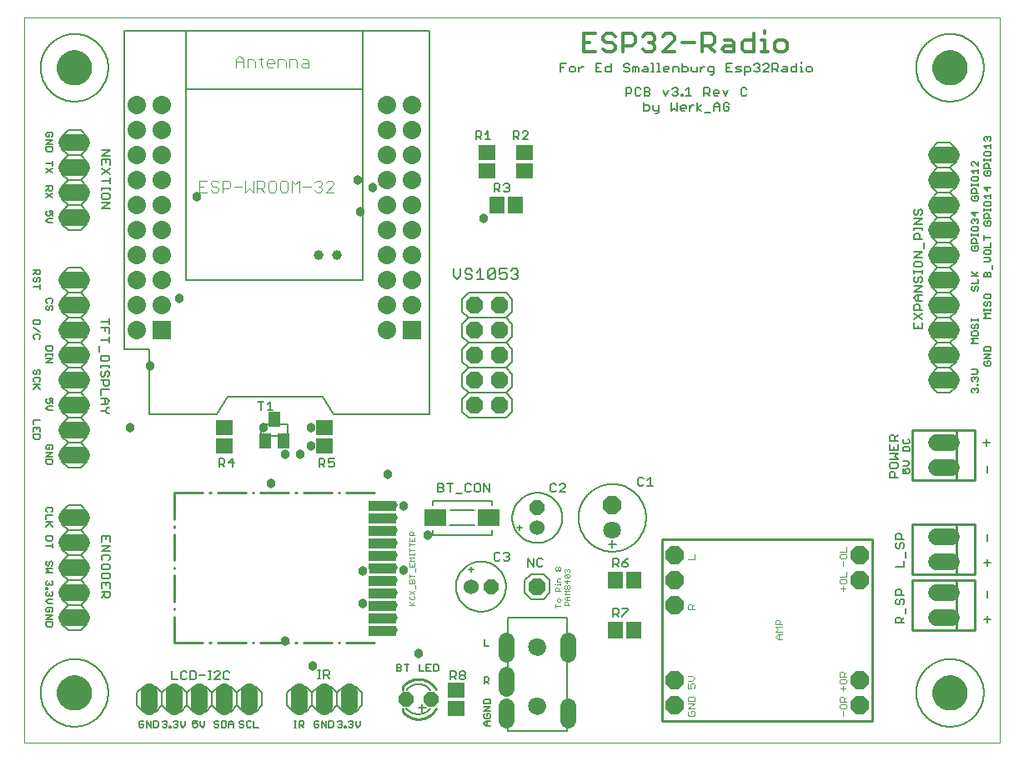
<source format=gto>
G75*
%MOIN*%
%OFA0B0*%
%FSLAX25Y25*%
%IPPOS*%
%LPD*%
%AMOC8*
5,1,8,0,0,1.08239X$1,22.5*
%
%ADD10C,0.00000*%
%ADD11C,0.00500*%
%ADD12C,0.00800*%
%ADD13C,0.00600*%
%ADD14C,0.01300*%
%ADD15C,0.00300*%
%ADD16C,0.01000*%
%ADD17C,0.00001*%
%ADD18C,0.06800*%
%ADD19OC8,0.06800*%
%ADD20C,0.06737*%
%ADD21C,0.13398*%
%ADD22OC8,0.07100*%
%ADD23C,0.07100*%
%ADD24OC8,0.06000*%
%ADD25C,0.06000*%
%ADD26R,0.05918X0.06706*%
%ADD27R,0.06706X0.05918*%
%ADD28R,0.04737X0.06312*%
%ADD29OC8,0.07099*%
%ADD30R,0.08674X0.07099*%
%ADD31C,0.03162*%
%ADD32C,0.06400*%
%ADD33C,0.07099*%
%ADD34R,0.07355X0.07355*%
%ADD35C,0.07355*%
%ADD36C,0.00400*%
%ADD37C,0.00700*%
%ADD38C,0.03800*%
%ADD39C,0.03900*%
D10*
X0001500Y0001500D02*
X0001500Y0291500D01*
X0391500Y0291500D01*
X0391421Y0001500D01*
X0001500Y0001500D01*
X0015201Y0021500D02*
X0015203Y0021658D01*
X0015209Y0021816D01*
X0015219Y0021974D01*
X0015233Y0022132D01*
X0015251Y0022289D01*
X0015272Y0022446D01*
X0015298Y0022602D01*
X0015328Y0022758D01*
X0015361Y0022913D01*
X0015399Y0023066D01*
X0015440Y0023219D01*
X0015485Y0023371D01*
X0015534Y0023522D01*
X0015587Y0023671D01*
X0015643Y0023819D01*
X0015703Y0023965D01*
X0015767Y0024110D01*
X0015835Y0024253D01*
X0015906Y0024395D01*
X0015980Y0024535D01*
X0016058Y0024672D01*
X0016140Y0024808D01*
X0016224Y0024942D01*
X0016313Y0025073D01*
X0016404Y0025202D01*
X0016499Y0025329D01*
X0016596Y0025454D01*
X0016697Y0025576D01*
X0016801Y0025695D01*
X0016908Y0025812D01*
X0017018Y0025926D01*
X0017131Y0026037D01*
X0017246Y0026146D01*
X0017364Y0026251D01*
X0017485Y0026353D01*
X0017608Y0026453D01*
X0017734Y0026549D01*
X0017862Y0026642D01*
X0017992Y0026732D01*
X0018125Y0026818D01*
X0018260Y0026902D01*
X0018396Y0026981D01*
X0018535Y0027058D01*
X0018676Y0027130D01*
X0018818Y0027200D01*
X0018962Y0027265D01*
X0019108Y0027327D01*
X0019255Y0027385D01*
X0019404Y0027440D01*
X0019554Y0027491D01*
X0019705Y0027538D01*
X0019857Y0027581D01*
X0020010Y0027620D01*
X0020165Y0027656D01*
X0020320Y0027687D01*
X0020476Y0027715D01*
X0020632Y0027739D01*
X0020789Y0027759D01*
X0020947Y0027775D01*
X0021104Y0027787D01*
X0021263Y0027795D01*
X0021421Y0027799D01*
X0021579Y0027799D01*
X0021737Y0027795D01*
X0021896Y0027787D01*
X0022053Y0027775D01*
X0022211Y0027759D01*
X0022368Y0027739D01*
X0022524Y0027715D01*
X0022680Y0027687D01*
X0022835Y0027656D01*
X0022990Y0027620D01*
X0023143Y0027581D01*
X0023295Y0027538D01*
X0023446Y0027491D01*
X0023596Y0027440D01*
X0023745Y0027385D01*
X0023892Y0027327D01*
X0024038Y0027265D01*
X0024182Y0027200D01*
X0024324Y0027130D01*
X0024465Y0027058D01*
X0024604Y0026981D01*
X0024740Y0026902D01*
X0024875Y0026818D01*
X0025008Y0026732D01*
X0025138Y0026642D01*
X0025266Y0026549D01*
X0025392Y0026453D01*
X0025515Y0026353D01*
X0025636Y0026251D01*
X0025754Y0026146D01*
X0025869Y0026037D01*
X0025982Y0025926D01*
X0026092Y0025812D01*
X0026199Y0025695D01*
X0026303Y0025576D01*
X0026404Y0025454D01*
X0026501Y0025329D01*
X0026596Y0025202D01*
X0026687Y0025073D01*
X0026776Y0024942D01*
X0026860Y0024808D01*
X0026942Y0024672D01*
X0027020Y0024535D01*
X0027094Y0024395D01*
X0027165Y0024253D01*
X0027233Y0024110D01*
X0027297Y0023965D01*
X0027357Y0023819D01*
X0027413Y0023671D01*
X0027466Y0023522D01*
X0027515Y0023371D01*
X0027560Y0023219D01*
X0027601Y0023066D01*
X0027639Y0022913D01*
X0027672Y0022758D01*
X0027702Y0022602D01*
X0027728Y0022446D01*
X0027749Y0022289D01*
X0027767Y0022132D01*
X0027781Y0021974D01*
X0027791Y0021816D01*
X0027797Y0021658D01*
X0027799Y0021500D01*
X0027797Y0021342D01*
X0027791Y0021184D01*
X0027781Y0021026D01*
X0027767Y0020868D01*
X0027749Y0020711D01*
X0027728Y0020554D01*
X0027702Y0020398D01*
X0027672Y0020242D01*
X0027639Y0020087D01*
X0027601Y0019934D01*
X0027560Y0019781D01*
X0027515Y0019629D01*
X0027466Y0019478D01*
X0027413Y0019329D01*
X0027357Y0019181D01*
X0027297Y0019035D01*
X0027233Y0018890D01*
X0027165Y0018747D01*
X0027094Y0018605D01*
X0027020Y0018465D01*
X0026942Y0018328D01*
X0026860Y0018192D01*
X0026776Y0018058D01*
X0026687Y0017927D01*
X0026596Y0017798D01*
X0026501Y0017671D01*
X0026404Y0017546D01*
X0026303Y0017424D01*
X0026199Y0017305D01*
X0026092Y0017188D01*
X0025982Y0017074D01*
X0025869Y0016963D01*
X0025754Y0016854D01*
X0025636Y0016749D01*
X0025515Y0016647D01*
X0025392Y0016547D01*
X0025266Y0016451D01*
X0025138Y0016358D01*
X0025008Y0016268D01*
X0024875Y0016182D01*
X0024740Y0016098D01*
X0024604Y0016019D01*
X0024465Y0015942D01*
X0024324Y0015870D01*
X0024182Y0015800D01*
X0024038Y0015735D01*
X0023892Y0015673D01*
X0023745Y0015615D01*
X0023596Y0015560D01*
X0023446Y0015509D01*
X0023295Y0015462D01*
X0023143Y0015419D01*
X0022990Y0015380D01*
X0022835Y0015344D01*
X0022680Y0015313D01*
X0022524Y0015285D01*
X0022368Y0015261D01*
X0022211Y0015241D01*
X0022053Y0015225D01*
X0021896Y0015213D01*
X0021737Y0015205D01*
X0021579Y0015201D01*
X0021421Y0015201D01*
X0021263Y0015205D01*
X0021104Y0015213D01*
X0020947Y0015225D01*
X0020789Y0015241D01*
X0020632Y0015261D01*
X0020476Y0015285D01*
X0020320Y0015313D01*
X0020165Y0015344D01*
X0020010Y0015380D01*
X0019857Y0015419D01*
X0019705Y0015462D01*
X0019554Y0015509D01*
X0019404Y0015560D01*
X0019255Y0015615D01*
X0019108Y0015673D01*
X0018962Y0015735D01*
X0018818Y0015800D01*
X0018676Y0015870D01*
X0018535Y0015942D01*
X0018396Y0016019D01*
X0018260Y0016098D01*
X0018125Y0016182D01*
X0017992Y0016268D01*
X0017862Y0016358D01*
X0017734Y0016451D01*
X0017608Y0016547D01*
X0017485Y0016647D01*
X0017364Y0016749D01*
X0017246Y0016854D01*
X0017131Y0016963D01*
X0017018Y0017074D01*
X0016908Y0017188D01*
X0016801Y0017305D01*
X0016697Y0017424D01*
X0016596Y0017546D01*
X0016499Y0017671D01*
X0016404Y0017798D01*
X0016313Y0017927D01*
X0016224Y0018058D01*
X0016140Y0018192D01*
X0016058Y0018328D01*
X0015980Y0018465D01*
X0015906Y0018605D01*
X0015835Y0018747D01*
X0015767Y0018890D01*
X0015703Y0019035D01*
X0015643Y0019181D01*
X0015587Y0019329D01*
X0015534Y0019478D01*
X0015485Y0019629D01*
X0015440Y0019781D01*
X0015399Y0019934D01*
X0015361Y0020087D01*
X0015328Y0020242D01*
X0015298Y0020398D01*
X0015272Y0020554D01*
X0015251Y0020711D01*
X0015233Y0020868D01*
X0015219Y0021026D01*
X0015209Y0021184D01*
X0015203Y0021342D01*
X0015201Y0021500D01*
X0139059Y0044650D02*
X0139059Y0048350D01*
X0149610Y0048350D01*
X0149610Y0044650D01*
X0139059Y0044650D01*
X0139059Y0049610D02*
X0139059Y0053390D01*
X0149610Y0053390D01*
X0149610Y0049610D01*
X0139059Y0049610D01*
X0139059Y0054650D02*
X0139059Y0058350D01*
X0149610Y0058350D01*
X0149610Y0054650D01*
X0139059Y0054650D01*
X0139059Y0059610D02*
X0139059Y0063390D01*
X0149610Y0063390D01*
X0149610Y0059610D01*
X0139059Y0059610D01*
X0139059Y0064650D02*
X0139059Y0068350D01*
X0149610Y0068350D01*
X0149610Y0064650D01*
X0139059Y0064650D01*
X0139531Y0069610D02*
X0139531Y0070713D01*
X0139138Y0071657D01*
X0139059Y0071736D01*
X0139059Y0073390D01*
X0149610Y0073390D01*
X0149610Y0069610D01*
X0139531Y0069610D01*
X0139059Y0074650D02*
X0139059Y0078350D01*
X0149610Y0078350D01*
X0149610Y0074650D01*
X0139059Y0074650D01*
X0139059Y0079610D02*
X0139059Y0083390D01*
X0149610Y0083390D01*
X0149610Y0079610D01*
X0139059Y0079610D01*
X0139059Y0084650D02*
X0139059Y0088350D01*
X0149689Y0088350D01*
X0149689Y0084650D01*
X0139059Y0084650D01*
X0139059Y0089610D02*
X0139059Y0093390D01*
X0149689Y0093390D01*
X0149689Y0089610D01*
X0139059Y0089610D01*
X0139059Y0094650D02*
X0139059Y0098350D01*
X0149689Y0098350D01*
X0149689Y0094650D01*
X0139059Y0094650D01*
X0203350Y0039827D02*
X0203352Y0039939D01*
X0203358Y0040050D01*
X0203368Y0040162D01*
X0203382Y0040273D01*
X0203399Y0040383D01*
X0203421Y0040493D01*
X0203447Y0040602D01*
X0203476Y0040710D01*
X0203509Y0040816D01*
X0203546Y0040922D01*
X0203587Y0041026D01*
X0203632Y0041129D01*
X0203680Y0041230D01*
X0203731Y0041329D01*
X0203786Y0041426D01*
X0203845Y0041521D01*
X0203906Y0041615D01*
X0203971Y0041706D01*
X0204040Y0041794D01*
X0204111Y0041880D01*
X0204185Y0041964D01*
X0204263Y0042044D01*
X0204343Y0042122D01*
X0204426Y0042198D01*
X0204511Y0042270D01*
X0204599Y0042339D01*
X0204689Y0042405D01*
X0204782Y0042467D01*
X0204877Y0042527D01*
X0204974Y0042583D01*
X0205072Y0042635D01*
X0205173Y0042684D01*
X0205275Y0042729D01*
X0205379Y0042771D01*
X0205484Y0042809D01*
X0205591Y0042843D01*
X0205698Y0042873D01*
X0205807Y0042900D01*
X0205916Y0042922D01*
X0206027Y0042941D01*
X0206137Y0042956D01*
X0206249Y0042967D01*
X0206360Y0042974D01*
X0206472Y0042977D01*
X0206584Y0042976D01*
X0206696Y0042971D01*
X0206807Y0042962D01*
X0206918Y0042949D01*
X0207029Y0042932D01*
X0207139Y0042912D01*
X0207248Y0042887D01*
X0207356Y0042859D01*
X0207463Y0042826D01*
X0207569Y0042790D01*
X0207673Y0042750D01*
X0207776Y0042707D01*
X0207878Y0042660D01*
X0207977Y0042609D01*
X0208075Y0042555D01*
X0208171Y0042497D01*
X0208265Y0042436D01*
X0208356Y0042372D01*
X0208445Y0042305D01*
X0208532Y0042234D01*
X0208616Y0042160D01*
X0208698Y0042084D01*
X0208776Y0042004D01*
X0208852Y0041922D01*
X0208925Y0041837D01*
X0208995Y0041750D01*
X0209061Y0041660D01*
X0209125Y0041568D01*
X0209185Y0041474D01*
X0209242Y0041378D01*
X0209295Y0041279D01*
X0209345Y0041179D01*
X0209391Y0041078D01*
X0209434Y0040974D01*
X0209473Y0040869D01*
X0209508Y0040763D01*
X0209539Y0040656D01*
X0209567Y0040547D01*
X0209590Y0040438D01*
X0209610Y0040328D01*
X0209626Y0040217D01*
X0209638Y0040106D01*
X0209646Y0039995D01*
X0209650Y0039883D01*
X0209650Y0039771D01*
X0209646Y0039659D01*
X0209638Y0039548D01*
X0209626Y0039437D01*
X0209610Y0039326D01*
X0209590Y0039216D01*
X0209567Y0039107D01*
X0209539Y0038998D01*
X0209508Y0038891D01*
X0209473Y0038785D01*
X0209434Y0038680D01*
X0209391Y0038576D01*
X0209345Y0038475D01*
X0209295Y0038375D01*
X0209242Y0038276D01*
X0209185Y0038180D01*
X0209125Y0038086D01*
X0209061Y0037994D01*
X0208995Y0037904D01*
X0208925Y0037817D01*
X0208852Y0037732D01*
X0208776Y0037650D01*
X0208698Y0037570D01*
X0208616Y0037494D01*
X0208532Y0037420D01*
X0208445Y0037349D01*
X0208356Y0037282D01*
X0208265Y0037218D01*
X0208171Y0037157D01*
X0208075Y0037099D01*
X0207977Y0037045D01*
X0207878Y0036994D01*
X0207776Y0036947D01*
X0207673Y0036904D01*
X0207569Y0036864D01*
X0207463Y0036828D01*
X0207356Y0036795D01*
X0207248Y0036767D01*
X0207139Y0036742D01*
X0207029Y0036722D01*
X0206918Y0036705D01*
X0206807Y0036692D01*
X0206696Y0036683D01*
X0206584Y0036678D01*
X0206472Y0036677D01*
X0206360Y0036680D01*
X0206249Y0036687D01*
X0206137Y0036698D01*
X0206027Y0036713D01*
X0205916Y0036732D01*
X0205807Y0036754D01*
X0205698Y0036781D01*
X0205591Y0036811D01*
X0205484Y0036845D01*
X0205379Y0036883D01*
X0205275Y0036925D01*
X0205173Y0036970D01*
X0205072Y0037019D01*
X0204974Y0037071D01*
X0204877Y0037127D01*
X0204782Y0037187D01*
X0204689Y0037249D01*
X0204599Y0037315D01*
X0204511Y0037384D01*
X0204426Y0037456D01*
X0204343Y0037532D01*
X0204263Y0037610D01*
X0204185Y0037690D01*
X0204111Y0037774D01*
X0204040Y0037860D01*
X0203971Y0037948D01*
X0203906Y0038039D01*
X0203845Y0038133D01*
X0203786Y0038228D01*
X0203731Y0038325D01*
X0203680Y0038424D01*
X0203632Y0038525D01*
X0203587Y0038628D01*
X0203546Y0038732D01*
X0203509Y0038838D01*
X0203476Y0038944D01*
X0203447Y0039052D01*
X0203421Y0039161D01*
X0203399Y0039271D01*
X0203382Y0039381D01*
X0203368Y0039492D01*
X0203358Y0039604D01*
X0203352Y0039715D01*
X0203350Y0039827D01*
X0203350Y0016205D02*
X0203352Y0016317D01*
X0203358Y0016428D01*
X0203368Y0016540D01*
X0203382Y0016651D01*
X0203399Y0016761D01*
X0203421Y0016871D01*
X0203447Y0016980D01*
X0203476Y0017088D01*
X0203509Y0017194D01*
X0203546Y0017300D01*
X0203587Y0017404D01*
X0203632Y0017507D01*
X0203680Y0017608D01*
X0203731Y0017707D01*
X0203786Y0017804D01*
X0203845Y0017899D01*
X0203906Y0017993D01*
X0203971Y0018084D01*
X0204040Y0018172D01*
X0204111Y0018258D01*
X0204185Y0018342D01*
X0204263Y0018422D01*
X0204343Y0018500D01*
X0204426Y0018576D01*
X0204511Y0018648D01*
X0204599Y0018717D01*
X0204689Y0018783D01*
X0204782Y0018845D01*
X0204877Y0018905D01*
X0204974Y0018961D01*
X0205072Y0019013D01*
X0205173Y0019062D01*
X0205275Y0019107D01*
X0205379Y0019149D01*
X0205484Y0019187D01*
X0205591Y0019221D01*
X0205698Y0019251D01*
X0205807Y0019278D01*
X0205916Y0019300D01*
X0206027Y0019319D01*
X0206137Y0019334D01*
X0206249Y0019345D01*
X0206360Y0019352D01*
X0206472Y0019355D01*
X0206584Y0019354D01*
X0206696Y0019349D01*
X0206807Y0019340D01*
X0206918Y0019327D01*
X0207029Y0019310D01*
X0207139Y0019290D01*
X0207248Y0019265D01*
X0207356Y0019237D01*
X0207463Y0019204D01*
X0207569Y0019168D01*
X0207673Y0019128D01*
X0207776Y0019085D01*
X0207878Y0019038D01*
X0207977Y0018987D01*
X0208075Y0018933D01*
X0208171Y0018875D01*
X0208265Y0018814D01*
X0208356Y0018750D01*
X0208445Y0018683D01*
X0208532Y0018612D01*
X0208616Y0018538D01*
X0208698Y0018462D01*
X0208776Y0018382D01*
X0208852Y0018300D01*
X0208925Y0018215D01*
X0208995Y0018128D01*
X0209061Y0018038D01*
X0209125Y0017946D01*
X0209185Y0017852D01*
X0209242Y0017756D01*
X0209295Y0017657D01*
X0209345Y0017557D01*
X0209391Y0017456D01*
X0209434Y0017352D01*
X0209473Y0017247D01*
X0209508Y0017141D01*
X0209539Y0017034D01*
X0209567Y0016925D01*
X0209590Y0016816D01*
X0209610Y0016706D01*
X0209626Y0016595D01*
X0209638Y0016484D01*
X0209646Y0016373D01*
X0209650Y0016261D01*
X0209650Y0016149D01*
X0209646Y0016037D01*
X0209638Y0015926D01*
X0209626Y0015815D01*
X0209610Y0015704D01*
X0209590Y0015594D01*
X0209567Y0015485D01*
X0209539Y0015376D01*
X0209508Y0015269D01*
X0209473Y0015163D01*
X0209434Y0015058D01*
X0209391Y0014954D01*
X0209345Y0014853D01*
X0209295Y0014753D01*
X0209242Y0014654D01*
X0209185Y0014558D01*
X0209125Y0014464D01*
X0209061Y0014372D01*
X0208995Y0014282D01*
X0208925Y0014195D01*
X0208852Y0014110D01*
X0208776Y0014028D01*
X0208698Y0013948D01*
X0208616Y0013872D01*
X0208532Y0013798D01*
X0208445Y0013727D01*
X0208356Y0013660D01*
X0208265Y0013596D01*
X0208171Y0013535D01*
X0208075Y0013477D01*
X0207977Y0013423D01*
X0207878Y0013372D01*
X0207776Y0013325D01*
X0207673Y0013282D01*
X0207569Y0013242D01*
X0207463Y0013206D01*
X0207356Y0013173D01*
X0207248Y0013145D01*
X0207139Y0013120D01*
X0207029Y0013100D01*
X0206918Y0013083D01*
X0206807Y0013070D01*
X0206696Y0013061D01*
X0206584Y0013056D01*
X0206472Y0013055D01*
X0206360Y0013058D01*
X0206249Y0013065D01*
X0206137Y0013076D01*
X0206027Y0013091D01*
X0205916Y0013110D01*
X0205807Y0013132D01*
X0205698Y0013159D01*
X0205591Y0013189D01*
X0205484Y0013223D01*
X0205379Y0013261D01*
X0205275Y0013303D01*
X0205173Y0013348D01*
X0205072Y0013397D01*
X0204974Y0013449D01*
X0204877Y0013505D01*
X0204782Y0013565D01*
X0204689Y0013627D01*
X0204599Y0013693D01*
X0204511Y0013762D01*
X0204426Y0013834D01*
X0204343Y0013910D01*
X0204263Y0013988D01*
X0204185Y0014068D01*
X0204111Y0014152D01*
X0204040Y0014238D01*
X0203971Y0014326D01*
X0203906Y0014417D01*
X0203845Y0014511D01*
X0203786Y0014606D01*
X0203731Y0014703D01*
X0203680Y0014802D01*
X0203632Y0014903D01*
X0203587Y0015006D01*
X0203546Y0015110D01*
X0203509Y0015216D01*
X0203476Y0015322D01*
X0203447Y0015430D01*
X0203421Y0015539D01*
X0203399Y0015649D01*
X0203382Y0015759D01*
X0203368Y0015870D01*
X0203358Y0015982D01*
X0203352Y0016093D01*
X0203350Y0016205D01*
X0365201Y0021500D02*
X0365203Y0021658D01*
X0365209Y0021816D01*
X0365219Y0021974D01*
X0365233Y0022132D01*
X0365251Y0022289D01*
X0365272Y0022446D01*
X0365298Y0022602D01*
X0365328Y0022758D01*
X0365361Y0022913D01*
X0365399Y0023066D01*
X0365440Y0023219D01*
X0365485Y0023371D01*
X0365534Y0023522D01*
X0365587Y0023671D01*
X0365643Y0023819D01*
X0365703Y0023965D01*
X0365767Y0024110D01*
X0365835Y0024253D01*
X0365906Y0024395D01*
X0365980Y0024535D01*
X0366058Y0024672D01*
X0366140Y0024808D01*
X0366224Y0024942D01*
X0366313Y0025073D01*
X0366404Y0025202D01*
X0366499Y0025329D01*
X0366596Y0025454D01*
X0366697Y0025576D01*
X0366801Y0025695D01*
X0366908Y0025812D01*
X0367018Y0025926D01*
X0367131Y0026037D01*
X0367246Y0026146D01*
X0367364Y0026251D01*
X0367485Y0026353D01*
X0367608Y0026453D01*
X0367734Y0026549D01*
X0367862Y0026642D01*
X0367992Y0026732D01*
X0368125Y0026818D01*
X0368260Y0026902D01*
X0368396Y0026981D01*
X0368535Y0027058D01*
X0368676Y0027130D01*
X0368818Y0027200D01*
X0368962Y0027265D01*
X0369108Y0027327D01*
X0369255Y0027385D01*
X0369404Y0027440D01*
X0369554Y0027491D01*
X0369705Y0027538D01*
X0369857Y0027581D01*
X0370010Y0027620D01*
X0370165Y0027656D01*
X0370320Y0027687D01*
X0370476Y0027715D01*
X0370632Y0027739D01*
X0370789Y0027759D01*
X0370947Y0027775D01*
X0371104Y0027787D01*
X0371263Y0027795D01*
X0371421Y0027799D01*
X0371579Y0027799D01*
X0371737Y0027795D01*
X0371896Y0027787D01*
X0372053Y0027775D01*
X0372211Y0027759D01*
X0372368Y0027739D01*
X0372524Y0027715D01*
X0372680Y0027687D01*
X0372835Y0027656D01*
X0372990Y0027620D01*
X0373143Y0027581D01*
X0373295Y0027538D01*
X0373446Y0027491D01*
X0373596Y0027440D01*
X0373745Y0027385D01*
X0373892Y0027327D01*
X0374038Y0027265D01*
X0374182Y0027200D01*
X0374324Y0027130D01*
X0374465Y0027058D01*
X0374604Y0026981D01*
X0374740Y0026902D01*
X0374875Y0026818D01*
X0375008Y0026732D01*
X0375138Y0026642D01*
X0375266Y0026549D01*
X0375392Y0026453D01*
X0375515Y0026353D01*
X0375636Y0026251D01*
X0375754Y0026146D01*
X0375869Y0026037D01*
X0375982Y0025926D01*
X0376092Y0025812D01*
X0376199Y0025695D01*
X0376303Y0025576D01*
X0376404Y0025454D01*
X0376501Y0025329D01*
X0376596Y0025202D01*
X0376687Y0025073D01*
X0376776Y0024942D01*
X0376860Y0024808D01*
X0376942Y0024672D01*
X0377020Y0024535D01*
X0377094Y0024395D01*
X0377165Y0024253D01*
X0377233Y0024110D01*
X0377297Y0023965D01*
X0377357Y0023819D01*
X0377413Y0023671D01*
X0377466Y0023522D01*
X0377515Y0023371D01*
X0377560Y0023219D01*
X0377601Y0023066D01*
X0377639Y0022913D01*
X0377672Y0022758D01*
X0377702Y0022602D01*
X0377728Y0022446D01*
X0377749Y0022289D01*
X0377767Y0022132D01*
X0377781Y0021974D01*
X0377791Y0021816D01*
X0377797Y0021658D01*
X0377799Y0021500D01*
X0377797Y0021342D01*
X0377791Y0021184D01*
X0377781Y0021026D01*
X0377767Y0020868D01*
X0377749Y0020711D01*
X0377728Y0020554D01*
X0377702Y0020398D01*
X0377672Y0020242D01*
X0377639Y0020087D01*
X0377601Y0019934D01*
X0377560Y0019781D01*
X0377515Y0019629D01*
X0377466Y0019478D01*
X0377413Y0019329D01*
X0377357Y0019181D01*
X0377297Y0019035D01*
X0377233Y0018890D01*
X0377165Y0018747D01*
X0377094Y0018605D01*
X0377020Y0018465D01*
X0376942Y0018328D01*
X0376860Y0018192D01*
X0376776Y0018058D01*
X0376687Y0017927D01*
X0376596Y0017798D01*
X0376501Y0017671D01*
X0376404Y0017546D01*
X0376303Y0017424D01*
X0376199Y0017305D01*
X0376092Y0017188D01*
X0375982Y0017074D01*
X0375869Y0016963D01*
X0375754Y0016854D01*
X0375636Y0016749D01*
X0375515Y0016647D01*
X0375392Y0016547D01*
X0375266Y0016451D01*
X0375138Y0016358D01*
X0375008Y0016268D01*
X0374875Y0016182D01*
X0374740Y0016098D01*
X0374604Y0016019D01*
X0374465Y0015942D01*
X0374324Y0015870D01*
X0374182Y0015800D01*
X0374038Y0015735D01*
X0373892Y0015673D01*
X0373745Y0015615D01*
X0373596Y0015560D01*
X0373446Y0015509D01*
X0373295Y0015462D01*
X0373143Y0015419D01*
X0372990Y0015380D01*
X0372835Y0015344D01*
X0372680Y0015313D01*
X0372524Y0015285D01*
X0372368Y0015261D01*
X0372211Y0015241D01*
X0372053Y0015225D01*
X0371896Y0015213D01*
X0371737Y0015205D01*
X0371579Y0015201D01*
X0371421Y0015201D01*
X0371263Y0015205D01*
X0371104Y0015213D01*
X0370947Y0015225D01*
X0370789Y0015241D01*
X0370632Y0015261D01*
X0370476Y0015285D01*
X0370320Y0015313D01*
X0370165Y0015344D01*
X0370010Y0015380D01*
X0369857Y0015419D01*
X0369705Y0015462D01*
X0369554Y0015509D01*
X0369404Y0015560D01*
X0369255Y0015615D01*
X0369108Y0015673D01*
X0368962Y0015735D01*
X0368818Y0015800D01*
X0368676Y0015870D01*
X0368535Y0015942D01*
X0368396Y0016019D01*
X0368260Y0016098D01*
X0368125Y0016182D01*
X0367992Y0016268D01*
X0367862Y0016358D01*
X0367734Y0016451D01*
X0367608Y0016547D01*
X0367485Y0016647D01*
X0367364Y0016749D01*
X0367246Y0016854D01*
X0367131Y0016963D01*
X0367018Y0017074D01*
X0366908Y0017188D01*
X0366801Y0017305D01*
X0366697Y0017424D01*
X0366596Y0017546D01*
X0366499Y0017671D01*
X0366404Y0017798D01*
X0366313Y0017927D01*
X0366224Y0018058D01*
X0366140Y0018192D01*
X0366058Y0018328D01*
X0365980Y0018465D01*
X0365906Y0018605D01*
X0365835Y0018747D01*
X0365767Y0018890D01*
X0365703Y0019035D01*
X0365643Y0019181D01*
X0365587Y0019329D01*
X0365534Y0019478D01*
X0365485Y0019629D01*
X0365440Y0019781D01*
X0365399Y0019934D01*
X0365361Y0020087D01*
X0365328Y0020242D01*
X0365298Y0020398D01*
X0365272Y0020554D01*
X0365251Y0020711D01*
X0365233Y0020868D01*
X0365219Y0021026D01*
X0365209Y0021184D01*
X0365203Y0021342D01*
X0365201Y0021500D01*
X0365201Y0271500D02*
X0365203Y0271658D01*
X0365209Y0271816D01*
X0365219Y0271974D01*
X0365233Y0272132D01*
X0365251Y0272289D01*
X0365272Y0272446D01*
X0365298Y0272602D01*
X0365328Y0272758D01*
X0365361Y0272913D01*
X0365399Y0273066D01*
X0365440Y0273219D01*
X0365485Y0273371D01*
X0365534Y0273522D01*
X0365587Y0273671D01*
X0365643Y0273819D01*
X0365703Y0273965D01*
X0365767Y0274110D01*
X0365835Y0274253D01*
X0365906Y0274395D01*
X0365980Y0274535D01*
X0366058Y0274672D01*
X0366140Y0274808D01*
X0366224Y0274942D01*
X0366313Y0275073D01*
X0366404Y0275202D01*
X0366499Y0275329D01*
X0366596Y0275454D01*
X0366697Y0275576D01*
X0366801Y0275695D01*
X0366908Y0275812D01*
X0367018Y0275926D01*
X0367131Y0276037D01*
X0367246Y0276146D01*
X0367364Y0276251D01*
X0367485Y0276353D01*
X0367608Y0276453D01*
X0367734Y0276549D01*
X0367862Y0276642D01*
X0367992Y0276732D01*
X0368125Y0276818D01*
X0368260Y0276902D01*
X0368396Y0276981D01*
X0368535Y0277058D01*
X0368676Y0277130D01*
X0368818Y0277200D01*
X0368962Y0277265D01*
X0369108Y0277327D01*
X0369255Y0277385D01*
X0369404Y0277440D01*
X0369554Y0277491D01*
X0369705Y0277538D01*
X0369857Y0277581D01*
X0370010Y0277620D01*
X0370165Y0277656D01*
X0370320Y0277687D01*
X0370476Y0277715D01*
X0370632Y0277739D01*
X0370789Y0277759D01*
X0370947Y0277775D01*
X0371104Y0277787D01*
X0371263Y0277795D01*
X0371421Y0277799D01*
X0371579Y0277799D01*
X0371737Y0277795D01*
X0371896Y0277787D01*
X0372053Y0277775D01*
X0372211Y0277759D01*
X0372368Y0277739D01*
X0372524Y0277715D01*
X0372680Y0277687D01*
X0372835Y0277656D01*
X0372990Y0277620D01*
X0373143Y0277581D01*
X0373295Y0277538D01*
X0373446Y0277491D01*
X0373596Y0277440D01*
X0373745Y0277385D01*
X0373892Y0277327D01*
X0374038Y0277265D01*
X0374182Y0277200D01*
X0374324Y0277130D01*
X0374465Y0277058D01*
X0374604Y0276981D01*
X0374740Y0276902D01*
X0374875Y0276818D01*
X0375008Y0276732D01*
X0375138Y0276642D01*
X0375266Y0276549D01*
X0375392Y0276453D01*
X0375515Y0276353D01*
X0375636Y0276251D01*
X0375754Y0276146D01*
X0375869Y0276037D01*
X0375982Y0275926D01*
X0376092Y0275812D01*
X0376199Y0275695D01*
X0376303Y0275576D01*
X0376404Y0275454D01*
X0376501Y0275329D01*
X0376596Y0275202D01*
X0376687Y0275073D01*
X0376776Y0274942D01*
X0376860Y0274808D01*
X0376942Y0274672D01*
X0377020Y0274535D01*
X0377094Y0274395D01*
X0377165Y0274253D01*
X0377233Y0274110D01*
X0377297Y0273965D01*
X0377357Y0273819D01*
X0377413Y0273671D01*
X0377466Y0273522D01*
X0377515Y0273371D01*
X0377560Y0273219D01*
X0377601Y0273066D01*
X0377639Y0272913D01*
X0377672Y0272758D01*
X0377702Y0272602D01*
X0377728Y0272446D01*
X0377749Y0272289D01*
X0377767Y0272132D01*
X0377781Y0271974D01*
X0377791Y0271816D01*
X0377797Y0271658D01*
X0377799Y0271500D01*
X0377797Y0271342D01*
X0377791Y0271184D01*
X0377781Y0271026D01*
X0377767Y0270868D01*
X0377749Y0270711D01*
X0377728Y0270554D01*
X0377702Y0270398D01*
X0377672Y0270242D01*
X0377639Y0270087D01*
X0377601Y0269934D01*
X0377560Y0269781D01*
X0377515Y0269629D01*
X0377466Y0269478D01*
X0377413Y0269329D01*
X0377357Y0269181D01*
X0377297Y0269035D01*
X0377233Y0268890D01*
X0377165Y0268747D01*
X0377094Y0268605D01*
X0377020Y0268465D01*
X0376942Y0268328D01*
X0376860Y0268192D01*
X0376776Y0268058D01*
X0376687Y0267927D01*
X0376596Y0267798D01*
X0376501Y0267671D01*
X0376404Y0267546D01*
X0376303Y0267424D01*
X0376199Y0267305D01*
X0376092Y0267188D01*
X0375982Y0267074D01*
X0375869Y0266963D01*
X0375754Y0266854D01*
X0375636Y0266749D01*
X0375515Y0266647D01*
X0375392Y0266547D01*
X0375266Y0266451D01*
X0375138Y0266358D01*
X0375008Y0266268D01*
X0374875Y0266182D01*
X0374740Y0266098D01*
X0374604Y0266019D01*
X0374465Y0265942D01*
X0374324Y0265870D01*
X0374182Y0265800D01*
X0374038Y0265735D01*
X0373892Y0265673D01*
X0373745Y0265615D01*
X0373596Y0265560D01*
X0373446Y0265509D01*
X0373295Y0265462D01*
X0373143Y0265419D01*
X0372990Y0265380D01*
X0372835Y0265344D01*
X0372680Y0265313D01*
X0372524Y0265285D01*
X0372368Y0265261D01*
X0372211Y0265241D01*
X0372053Y0265225D01*
X0371896Y0265213D01*
X0371737Y0265205D01*
X0371579Y0265201D01*
X0371421Y0265201D01*
X0371263Y0265205D01*
X0371104Y0265213D01*
X0370947Y0265225D01*
X0370789Y0265241D01*
X0370632Y0265261D01*
X0370476Y0265285D01*
X0370320Y0265313D01*
X0370165Y0265344D01*
X0370010Y0265380D01*
X0369857Y0265419D01*
X0369705Y0265462D01*
X0369554Y0265509D01*
X0369404Y0265560D01*
X0369255Y0265615D01*
X0369108Y0265673D01*
X0368962Y0265735D01*
X0368818Y0265800D01*
X0368676Y0265870D01*
X0368535Y0265942D01*
X0368396Y0266019D01*
X0368260Y0266098D01*
X0368125Y0266182D01*
X0367992Y0266268D01*
X0367862Y0266358D01*
X0367734Y0266451D01*
X0367608Y0266547D01*
X0367485Y0266647D01*
X0367364Y0266749D01*
X0367246Y0266854D01*
X0367131Y0266963D01*
X0367018Y0267074D01*
X0366908Y0267188D01*
X0366801Y0267305D01*
X0366697Y0267424D01*
X0366596Y0267546D01*
X0366499Y0267671D01*
X0366404Y0267798D01*
X0366313Y0267927D01*
X0366224Y0268058D01*
X0366140Y0268192D01*
X0366058Y0268328D01*
X0365980Y0268465D01*
X0365906Y0268605D01*
X0365835Y0268747D01*
X0365767Y0268890D01*
X0365703Y0269035D01*
X0365643Y0269181D01*
X0365587Y0269329D01*
X0365534Y0269478D01*
X0365485Y0269629D01*
X0365440Y0269781D01*
X0365399Y0269934D01*
X0365361Y0270087D01*
X0365328Y0270242D01*
X0365298Y0270398D01*
X0365272Y0270554D01*
X0365251Y0270711D01*
X0365233Y0270868D01*
X0365219Y0271026D01*
X0365209Y0271184D01*
X0365203Y0271342D01*
X0365201Y0271500D01*
X0015201Y0271500D02*
X0015203Y0271658D01*
X0015209Y0271816D01*
X0015219Y0271974D01*
X0015233Y0272132D01*
X0015251Y0272289D01*
X0015272Y0272446D01*
X0015298Y0272602D01*
X0015328Y0272758D01*
X0015361Y0272913D01*
X0015399Y0273066D01*
X0015440Y0273219D01*
X0015485Y0273371D01*
X0015534Y0273522D01*
X0015587Y0273671D01*
X0015643Y0273819D01*
X0015703Y0273965D01*
X0015767Y0274110D01*
X0015835Y0274253D01*
X0015906Y0274395D01*
X0015980Y0274535D01*
X0016058Y0274672D01*
X0016140Y0274808D01*
X0016224Y0274942D01*
X0016313Y0275073D01*
X0016404Y0275202D01*
X0016499Y0275329D01*
X0016596Y0275454D01*
X0016697Y0275576D01*
X0016801Y0275695D01*
X0016908Y0275812D01*
X0017018Y0275926D01*
X0017131Y0276037D01*
X0017246Y0276146D01*
X0017364Y0276251D01*
X0017485Y0276353D01*
X0017608Y0276453D01*
X0017734Y0276549D01*
X0017862Y0276642D01*
X0017992Y0276732D01*
X0018125Y0276818D01*
X0018260Y0276902D01*
X0018396Y0276981D01*
X0018535Y0277058D01*
X0018676Y0277130D01*
X0018818Y0277200D01*
X0018962Y0277265D01*
X0019108Y0277327D01*
X0019255Y0277385D01*
X0019404Y0277440D01*
X0019554Y0277491D01*
X0019705Y0277538D01*
X0019857Y0277581D01*
X0020010Y0277620D01*
X0020165Y0277656D01*
X0020320Y0277687D01*
X0020476Y0277715D01*
X0020632Y0277739D01*
X0020789Y0277759D01*
X0020947Y0277775D01*
X0021104Y0277787D01*
X0021263Y0277795D01*
X0021421Y0277799D01*
X0021579Y0277799D01*
X0021737Y0277795D01*
X0021896Y0277787D01*
X0022053Y0277775D01*
X0022211Y0277759D01*
X0022368Y0277739D01*
X0022524Y0277715D01*
X0022680Y0277687D01*
X0022835Y0277656D01*
X0022990Y0277620D01*
X0023143Y0277581D01*
X0023295Y0277538D01*
X0023446Y0277491D01*
X0023596Y0277440D01*
X0023745Y0277385D01*
X0023892Y0277327D01*
X0024038Y0277265D01*
X0024182Y0277200D01*
X0024324Y0277130D01*
X0024465Y0277058D01*
X0024604Y0276981D01*
X0024740Y0276902D01*
X0024875Y0276818D01*
X0025008Y0276732D01*
X0025138Y0276642D01*
X0025266Y0276549D01*
X0025392Y0276453D01*
X0025515Y0276353D01*
X0025636Y0276251D01*
X0025754Y0276146D01*
X0025869Y0276037D01*
X0025982Y0275926D01*
X0026092Y0275812D01*
X0026199Y0275695D01*
X0026303Y0275576D01*
X0026404Y0275454D01*
X0026501Y0275329D01*
X0026596Y0275202D01*
X0026687Y0275073D01*
X0026776Y0274942D01*
X0026860Y0274808D01*
X0026942Y0274672D01*
X0027020Y0274535D01*
X0027094Y0274395D01*
X0027165Y0274253D01*
X0027233Y0274110D01*
X0027297Y0273965D01*
X0027357Y0273819D01*
X0027413Y0273671D01*
X0027466Y0273522D01*
X0027515Y0273371D01*
X0027560Y0273219D01*
X0027601Y0273066D01*
X0027639Y0272913D01*
X0027672Y0272758D01*
X0027702Y0272602D01*
X0027728Y0272446D01*
X0027749Y0272289D01*
X0027767Y0272132D01*
X0027781Y0271974D01*
X0027791Y0271816D01*
X0027797Y0271658D01*
X0027799Y0271500D01*
X0027797Y0271342D01*
X0027791Y0271184D01*
X0027781Y0271026D01*
X0027767Y0270868D01*
X0027749Y0270711D01*
X0027728Y0270554D01*
X0027702Y0270398D01*
X0027672Y0270242D01*
X0027639Y0270087D01*
X0027601Y0269934D01*
X0027560Y0269781D01*
X0027515Y0269629D01*
X0027466Y0269478D01*
X0027413Y0269329D01*
X0027357Y0269181D01*
X0027297Y0269035D01*
X0027233Y0268890D01*
X0027165Y0268747D01*
X0027094Y0268605D01*
X0027020Y0268465D01*
X0026942Y0268328D01*
X0026860Y0268192D01*
X0026776Y0268058D01*
X0026687Y0267927D01*
X0026596Y0267798D01*
X0026501Y0267671D01*
X0026404Y0267546D01*
X0026303Y0267424D01*
X0026199Y0267305D01*
X0026092Y0267188D01*
X0025982Y0267074D01*
X0025869Y0266963D01*
X0025754Y0266854D01*
X0025636Y0266749D01*
X0025515Y0266647D01*
X0025392Y0266547D01*
X0025266Y0266451D01*
X0025138Y0266358D01*
X0025008Y0266268D01*
X0024875Y0266182D01*
X0024740Y0266098D01*
X0024604Y0266019D01*
X0024465Y0265942D01*
X0024324Y0265870D01*
X0024182Y0265800D01*
X0024038Y0265735D01*
X0023892Y0265673D01*
X0023745Y0265615D01*
X0023596Y0265560D01*
X0023446Y0265509D01*
X0023295Y0265462D01*
X0023143Y0265419D01*
X0022990Y0265380D01*
X0022835Y0265344D01*
X0022680Y0265313D01*
X0022524Y0265285D01*
X0022368Y0265261D01*
X0022211Y0265241D01*
X0022053Y0265225D01*
X0021896Y0265213D01*
X0021737Y0265205D01*
X0021579Y0265201D01*
X0021421Y0265201D01*
X0021263Y0265205D01*
X0021104Y0265213D01*
X0020947Y0265225D01*
X0020789Y0265241D01*
X0020632Y0265261D01*
X0020476Y0265285D01*
X0020320Y0265313D01*
X0020165Y0265344D01*
X0020010Y0265380D01*
X0019857Y0265419D01*
X0019705Y0265462D01*
X0019554Y0265509D01*
X0019404Y0265560D01*
X0019255Y0265615D01*
X0019108Y0265673D01*
X0018962Y0265735D01*
X0018818Y0265800D01*
X0018676Y0265870D01*
X0018535Y0265942D01*
X0018396Y0266019D01*
X0018260Y0266098D01*
X0018125Y0266182D01*
X0017992Y0266268D01*
X0017862Y0266358D01*
X0017734Y0266451D01*
X0017608Y0266547D01*
X0017485Y0266647D01*
X0017364Y0266749D01*
X0017246Y0266854D01*
X0017131Y0266963D01*
X0017018Y0267074D01*
X0016908Y0267188D01*
X0016801Y0267305D01*
X0016697Y0267424D01*
X0016596Y0267546D01*
X0016499Y0267671D01*
X0016404Y0267798D01*
X0016313Y0267927D01*
X0016224Y0268058D01*
X0016140Y0268192D01*
X0016058Y0268328D01*
X0015980Y0268465D01*
X0015906Y0268605D01*
X0015835Y0268747D01*
X0015767Y0268890D01*
X0015703Y0269035D01*
X0015643Y0269181D01*
X0015587Y0269329D01*
X0015534Y0269478D01*
X0015485Y0269629D01*
X0015440Y0269781D01*
X0015399Y0269934D01*
X0015361Y0270087D01*
X0015328Y0270242D01*
X0015298Y0270398D01*
X0015272Y0270554D01*
X0015251Y0270711D01*
X0015233Y0270868D01*
X0015219Y0271026D01*
X0015209Y0271184D01*
X0015203Y0271342D01*
X0015201Y0271500D01*
D11*
X0041343Y0286382D02*
X0041343Y0158937D01*
X0051500Y0158937D01*
X0051500Y0132839D01*
X0078350Y0132839D01*
X0082681Y0139925D01*
X0120870Y0139925D01*
X0125201Y0132839D01*
X0163390Y0132839D01*
X0163390Y0286382D01*
X0136815Y0286382D01*
X0065949Y0286382D01*
X0065949Y0186500D01*
X0136815Y0186500D01*
X0136815Y0286382D01*
X0136500Y0262760D02*
X0066500Y0262760D01*
X0065949Y0286382D02*
X0041343Y0286382D01*
X0012402Y0245670D02*
X0010600Y0245670D01*
X0010150Y0245219D01*
X0010150Y0244319D01*
X0010600Y0243868D01*
X0011501Y0243868D01*
X0011501Y0244769D01*
X0012402Y0243868D02*
X0012852Y0244319D01*
X0012852Y0245219D01*
X0012402Y0245670D01*
X0012852Y0242723D02*
X0010150Y0240922D01*
X0012852Y0240922D01*
X0012852Y0239777D02*
X0010150Y0239777D01*
X0010150Y0238426D01*
X0010600Y0237975D01*
X0012402Y0237975D01*
X0012852Y0238426D01*
X0012852Y0239777D01*
X0012852Y0242723D02*
X0010150Y0242723D01*
X0012852Y0234197D02*
X0012852Y0232395D01*
X0012852Y0233296D02*
X0010150Y0233296D01*
X0010150Y0231250D02*
X0012852Y0229448D01*
X0012852Y0231250D02*
X0010150Y0229448D01*
X0010150Y0224197D02*
X0012852Y0224197D01*
X0012852Y0222845D01*
X0012402Y0222395D01*
X0011501Y0222395D01*
X0011051Y0222845D01*
X0011051Y0224197D01*
X0011051Y0223296D02*
X0010150Y0222395D01*
X0010150Y0221250D02*
X0012852Y0219448D01*
X0012852Y0221250D02*
X0010150Y0219448D01*
X0010600Y0214197D02*
X0010150Y0213746D01*
X0010150Y0212845D01*
X0010600Y0212395D01*
X0011501Y0212395D01*
X0011952Y0212845D01*
X0011952Y0213296D01*
X0011501Y0214197D01*
X0012852Y0214197D01*
X0012852Y0212395D01*
X0012852Y0211250D02*
X0011051Y0211250D01*
X0010150Y0210349D01*
X0011051Y0209448D01*
X0012852Y0209448D01*
X0007852Y0190670D02*
X0007852Y0189319D01*
X0007402Y0188868D01*
X0006501Y0188868D01*
X0006051Y0189319D01*
X0006051Y0190670D01*
X0005150Y0190670D02*
X0007852Y0190670D01*
X0006051Y0189769D02*
X0005150Y0188868D01*
X0005600Y0187723D02*
X0005150Y0187273D01*
X0005150Y0186372D01*
X0005600Y0185922D01*
X0006051Y0185922D01*
X0006501Y0186372D01*
X0006501Y0187273D01*
X0006952Y0187723D01*
X0007402Y0187723D01*
X0007852Y0187273D01*
X0007852Y0186372D01*
X0007402Y0185922D01*
X0007852Y0184777D02*
X0007852Y0182975D01*
X0007852Y0183876D02*
X0005150Y0183876D01*
X0010150Y0178746D02*
X0010150Y0177845D01*
X0010600Y0177395D01*
X0010600Y0176250D02*
X0010150Y0175800D01*
X0010150Y0174899D01*
X0010600Y0174448D01*
X0011051Y0174448D01*
X0011501Y0174899D01*
X0011501Y0175800D01*
X0011952Y0176250D01*
X0012402Y0176250D01*
X0012852Y0175800D01*
X0012852Y0174899D01*
X0012402Y0174448D01*
X0012402Y0177395D02*
X0012852Y0177845D01*
X0012852Y0178746D01*
X0012402Y0179197D01*
X0010600Y0179197D01*
X0010150Y0178746D01*
X0007852Y0170670D02*
X0007852Y0169319D01*
X0007402Y0168868D01*
X0005600Y0168868D01*
X0005150Y0169319D01*
X0005150Y0170670D01*
X0007852Y0170670D01*
X0005150Y0167723D02*
X0007852Y0165922D01*
X0007402Y0164777D02*
X0005600Y0164777D01*
X0005150Y0164326D01*
X0005150Y0163426D01*
X0005600Y0162975D01*
X0007402Y0162975D02*
X0007852Y0163426D01*
X0007852Y0164326D01*
X0007402Y0164777D01*
X0010150Y0160179D02*
X0010150Y0158828D01*
X0010600Y0158377D01*
X0012402Y0158377D01*
X0012852Y0158828D01*
X0012852Y0160179D01*
X0010150Y0160179D01*
X0010150Y0157232D02*
X0010150Y0156331D01*
X0010150Y0156782D02*
X0012852Y0156782D01*
X0012852Y0157232D02*
X0012852Y0156331D01*
X0012852Y0155268D02*
X0010150Y0153466D01*
X0012852Y0153466D01*
X0012852Y0155268D02*
X0010150Y0155268D01*
X0007402Y0150670D02*
X0006952Y0150670D01*
X0006501Y0150219D01*
X0006501Y0149319D01*
X0006051Y0148868D01*
X0005600Y0148868D01*
X0005150Y0149319D01*
X0005150Y0150219D01*
X0005600Y0150670D01*
X0007402Y0150670D02*
X0007852Y0150219D01*
X0007852Y0149319D01*
X0007402Y0148868D01*
X0007402Y0147723D02*
X0005600Y0147723D01*
X0005150Y0147273D01*
X0005150Y0146372D01*
X0005600Y0145922D01*
X0005150Y0144777D02*
X0007852Y0144777D01*
X0007402Y0145922D02*
X0007852Y0146372D01*
X0007852Y0147273D01*
X0007402Y0147723D01*
X0006051Y0144777D02*
X0007852Y0142975D01*
X0006501Y0144326D02*
X0005150Y0142975D01*
X0010150Y0138746D02*
X0010600Y0139197D01*
X0010150Y0138746D02*
X0010150Y0137845D01*
X0010600Y0137395D01*
X0011501Y0137395D01*
X0011952Y0137845D01*
X0011952Y0138296D01*
X0011501Y0139197D01*
X0012852Y0139197D01*
X0012852Y0137395D01*
X0012852Y0136250D02*
X0011051Y0136250D01*
X0010150Y0135349D01*
X0011051Y0134448D01*
X0012852Y0134448D01*
X0007852Y0130670D02*
X0005150Y0130670D01*
X0005150Y0128868D01*
X0005150Y0127723D02*
X0005150Y0125922D01*
X0005150Y0124777D02*
X0005150Y0123426D01*
X0005600Y0122975D01*
X0007402Y0122975D01*
X0007852Y0123426D01*
X0007852Y0124777D01*
X0005150Y0124777D01*
X0006501Y0126822D02*
X0006501Y0127723D01*
X0007852Y0127723D02*
X0005150Y0127723D01*
X0007852Y0127723D02*
X0007852Y0125922D01*
X0010600Y0120670D02*
X0010150Y0120219D01*
X0010150Y0119319D01*
X0010600Y0118868D01*
X0011501Y0118868D01*
X0011501Y0119769D01*
X0012402Y0120670D02*
X0010600Y0120670D01*
X0012402Y0120670D02*
X0012852Y0120219D01*
X0012852Y0119319D01*
X0012402Y0118868D01*
X0012852Y0117723D02*
X0010150Y0115922D01*
X0012852Y0115922D01*
X0012852Y0114777D02*
X0012852Y0113426D01*
X0012402Y0112975D01*
X0010600Y0112975D01*
X0010150Y0113426D01*
X0010150Y0114777D01*
X0012852Y0114777D01*
X0012852Y0117723D02*
X0010150Y0117723D01*
X0010600Y0095670D02*
X0010150Y0095219D01*
X0010150Y0094319D01*
X0010600Y0093868D01*
X0010150Y0092723D02*
X0010150Y0090922D01*
X0010150Y0089777D02*
X0012852Y0089777D01*
X0011501Y0089326D02*
X0010150Y0087975D01*
X0011051Y0089777D02*
X0012852Y0087975D01*
X0012852Y0092723D02*
X0010150Y0092723D01*
X0012402Y0093868D02*
X0012852Y0094319D01*
X0012852Y0095219D01*
X0012402Y0095670D01*
X0010600Y0095670D01*
X0010150Y0084197D02*
X0010150Y0082845D01*
X0010600Y0082395D01*
X0012402Y0082395D01*
X0012852Y0082845D01*
X0012852Y0084197D01*
X0010150Y0084197D01*
X0010150Y0080349D02*
X0012852Y0080349D01*
X0012852Y0081250D02*
X0012852Y0079448D01*
X0012402Y0074197D02*
X0011952Y0074197D01*
X0011501Y0073746D01*
X0011501Y0072845D01*
X0011051Y0072395D01*
X0010600Y0072395D01*
X0010150Y0072845D01*
X0010150Y0073746D01*
X0010600Y0074197D01*
X0012402Y0074197D02*
X0012852Y0073746D01*
X0012852Y0072845D01*
X0012402Y0072395D01*
X0012852Y0071250D02*
X0010150Y0071250D01*
X0011051Y0070349D01*
X0010150Y0069448D01*
X0012852Y0069448D01*
X0012402Y0066406D02*
X0012852Y0065956D01*
X0012852Y0065055D01*
X0012402Y0064605D01*
X0011952Y0064605D01*
X0011501Y0065055D01*
X0011051Y0064605D01*
X0010600Y0064605D01*
X0010150Y0065055D01*
X0010150Y0065956D01*
X0010600Y0066406D01*
X0011501Y0065506D02*
X0011501Y0065055D01*
X0010600Y0063460D02*
X0010600Y0063009D01*
X0010150Y0063009D01*
X0010150Y0063460D01*
X0010600Y0063460D01*
X0010600Y0061987D02*
X0010150Y0061536D01*
X0010150Y0060635D01*
X0010600Y0060185D01*
X0011051Y0060185D01*
X0011501Y0060635D01*
X0011501Y0061086D01*
X0011501Y0060635D02*
X0011952Y0060185D01*
X0012402Y0060185D01*
X0012852Y0060635D01*
X0012852Y0061536D01*
X0012402Y0061987D01*
X0012852Y0059040D02*
X0011051Y0059040D01*
X0010150Y0058139D01*
X0011051Y0057239D01*
X0012852Y0057239D01*
X0012402Y0055670D02*
X0010600Y0055670D01*
X0010150Y0055219D01*
X0010150Y0054319D01*
X0010600Y0053868D01*
X0011501Y0053868D01*
X0011501Y0054769D01*
X0012402Y0053868D02*
X0012852Y0054319D01*
X0012852Y0055219D01*
X0012402Y0055670D01*
X0012852Y0052723D02*
X0010150Y0050922D01*
X0012852Y0050922D01*
X0012852Y0049777D02*
X0010150Y0049777D01*
X0010150Y0048426D01*
X0010600Y0047975D01*
X0012402Y0047975D01*
X0012852Y0048426D01*
X0012852Y0049777D01*
X0012852Y0052723D02*
X0010150Y0052723D01*
X0047781Y0010352D02*
X0047330Y0009902D01*
X0047330Y0008100D01*
X0047781Y0007650D01*
X0048681Y0007650D01*
X0049132Y0008100D01*
X0049132Y0009001D01*
X0048231Y0009001D01*
X0049132Y0009902D02*
X0048681Y0010352D01*
X0047781Y0010352D01*
X0050277Y0010352D02*
X0052078Y0007650D01*
X0052078Y0010352D01*
X0053223Y0010352D02*
X0054574Y0010352D01*
X0055025Y0009902D01*
X0055025Y0008100D01*
X0054574Y0007650D01*
X0053223Y0007650D01*
X0053223Y0010352D01*
X0050277Y0010352D02*
X0050277Y0007650D01*
X0056594Y0008100D02*
X0057044Y0007650D01*
X0057945Y0007650D01*
X0058395Y0008100D01*
X0058395Y0008551D01*
X0057945Y0009001D01*
X0057494Y0009001D01*
X0057945Y0009001D02*
X0058395Y0009452D01*
X0058395Y0009902D01*
X0057945Y0010352D01*
X0057044Y0010352D01*
X0056594Y0009902D01*
X0059540Y0008100D02*
X0059991Y0008100D01*
X0059991Y0007650D01*
X0059540Y0007650D01*
X0059540Y0008100D01*
X0061013Y0008100D02*
X0061464Y0007650D01*
X0062365Y0007650D01*
X0062815Y0008100D01*
X0062815Y0008551D01*
X0062365Y0009001D01*
X0061914Y0009001D01*
X0062365Y0009001D02*
X0062815Y0009452D01*
X0062815Y0009902D01*
X0062365Y0010352D01*
X0061464Y0010352D01*
X0061013Y0009902D01*
X0063960Y0010352D02*
X0063960Y0008551D01*
X0064861Y0007650D01*
X0065761Y0008551D01*
X0065761Y0010352D01*
X0068803Y0010352D02*
X0068803Y0009001D01*
X0069704Y0009452D01*
X0070155Y0009452D01*
X0070605Y0009001D01*
X0070605Y0008100D01*
X0070155Y0007650D01*
X0069254Y0007650D01*
X0068803Y0008100D01*
X0068803Y0010352D02*
X0070605Y0010352D01*
X0071750Y0010352D02*
X0071750Y0008551D01*
X0072651Y0007650D01*
X0073552Y0008551D01*
X0073552Y0010352D01*
X0077330Y0009902D02*
X0077330Y0009452D01*
X0077781Y0009001D01*
X0078681Y0009001D01*
X0079132Y0008551D01*
X0079132Y0008100D01*
X0078681Y0007650D01*
X0077781Y0007650D01*
X0077330Y0008100D01*
X0077330Y0009902D02*
X0077781Y0010352D01*
X0078681Y0010352D01*
X0079132Y0009902D01*
X0080277Y0010352D02*
X0081628Y0010352D01*
X0082078Y0009902D01*
X0082078Y0008100D01*
X0081628Y0007650D01*
X0080277Y0007650D01*
X0080277Y0010352D01*
X0083223Y0009452D02*
X0083223Y0007650D01*
X0083223Y0009001D02*
X0085025Y0009001D01*
X0085025Y0009452D02*
X0085025Y0007650D01*
X0085025Y0009452D02*
X0084124Y0010352D01*
X0083223Y0009452D01*
X0087330Y0009452D02*
X0087781Y0009001D01*
X0088681Y0009001D01*
X0089132Y0008551D01*
X0089132Y0008100D01*
X0088681Y0007650D01*
X0087781Y0007650D01*
X0087330Y0008100D01*
X0087330Y0009452D02*
X0087330Y0009902D01*
X0087781Y0010352D01*
X0088681Y0010352D01*
X0089132Y0009902D01*
X0090277Y0009902D02*
X0090277Y0008100D01*
X0090727Y0007650D01*
X0091628Y0007650D01*
X0092078Y0008100D01*
X0093223Y0007650D02*
X0095025Y0007650D01*
X0093223Y0007650D02*
X0093223Y0010352D01*
X0092078Y0009902D02*
X0091628Y0010352D01*
X0090727Y0010352D01*
X0090277Y0009902D01*
X0109295Y0010352D02*
X0110195Y0010352D01*
X0109745Y0010352D02*
X0109745Y0007650D01*
X0109295Y0007650D02*
X0110195Y0007650D01*
X0111259Y0007650D02*
X0111259Y0010352D01*
X0112610Y0010352D01*
X0113060Y0009902D01*
X0113060Y0009001D01*
X0112610Y0008551D01*
X0111259Y0008551D01*
X0112160Y0008551D02*
X0113060Y0007650D01*
X0117330Y0008100D02*
X0117330Y0009902D01*
X0117781Y0010352D01*
X0118681Y0010352D01*
X0119132Y0009902D01*
X0119132Y0009001D02*
X0118231Y0009001D01*
X0119132Y0009001D02*
X0119132Y0008100D01*
X0118681Y0007650D01*
X0117781Y0007650D01*
X0117330Y0008100D01*
X0120277Y0007650D02*
X0120277Y0010352D01*
X0122078Y0007650D01*
X0122078Y0010352D01*
X0123223Y0010352D02*
X0124574Y0010352D01*
X0125025Y0009902D01*
X0125025Y0008100D01*
X0124574Y0007650D01*
X0123223Y0007650D01*
X0123223Y0010352D01*
X0126594Y0009902D02*
X0127044Y0010352D01*
X0127945Y0010352D01*
X0128395Y0009902D01*
X0128395Y0009452D01*
X0127945Y0009001D01*
X0128395Y0008551D01*
X0128395Y0008100D01*
X0127945Y0007650D01*
X0127044Y0007650D01*
X0126594Y0008100D01*
X0127494Y0009001D02*
X0127945Y0009001D01*
X0129540Y0008100D02*
X0129991Y0008100D01*
X0129991Y0007650D01*
X0129540Y0007650D01*
X0129540Y0008100D01*
X0131013Y0008100D02*
X0131464Y0007650D01*
X0132365Y0007650D01*
X0132815Y0008100D01*
X0132815Y0008551D01*
X0132365Y0009001D01*
X0131914Y0009001D01*
X0132365Y0009001D02*
X0132815Y0009452D01*
X0132815Y0009902D01*
X0132365Y0010352D01*
X0131464Y0010352D01*
X0131013Y0009902D01*
X0133960Y0010352D02*
X0133960Y0008551D01*
X0134861Y0007650D01*
X0135761Y0008551D01*
X0135761Y0010352D01*
X0150410Y0030150D02*
X0151762Y0030150D01*
X0152212Y0030600D01*
X0152212Y0031051D01*
X0151762Y0031501D01*
X0150410Y0031501D01*
X0150410Y0030150D02*
X0150410Y0032852D01*
X0151762Y0032852D01*
X0152212Y0032402D01*
X0152212Y0031952D01*
X0151762Y0031501D01*
X0153357Y0032852D02*
X0155159Y0032852D01*
X0154258Y0032852D02*
X0154258Y0030150D01*
X0159250Y0030150D02*
X0159250Y0032852D01*
X0159250Y0030150D02*
X0161052Y0030150D01*
X0162197Y0030150D02*
X0162197Y0032852D01*
X0163998Y0032852D01*
X0165143Y0032852D02*
X0165143Y0030150D01*
X0166494Y0030150D01*
X0166945Y0030600D01*
X0166945Y0032402D01*
X0166494Y0032852D01*
X0165143Y0032852D01*
X0163097Y0031501D02*
X0162197Y0031501D01*
X0162197Y0030150D02*
X0163998Y0030150D01*
X0185277Y0027852D02*
X0185277Y0025150D01*
X0185277Y0026051D02*
X0186628Y0026051D01*
X0187078Y0026501D01*
X0187078Y0027402D01*
X0186628Y0027852D01*
X0185277Y0027852D01*
X0186178Y0026051D02*
X0187078Y0025150D01*
X0187400Y0018998D02*
X0185598Y0018998D01*
X0185148Y0018548D01*
X0185148Y0017197D01*
X0187850Y0017197D01*
X0187850Y0018548D01*
X0187400Y0018998D01*
X0187850Y0016052D02*
X0185148Y0016052D01*
X0185148Y0014250D02*
X0187850Y0016052D01*
X0187850Y0014250D02*
X0185148Y0014250D01*
X0185598Y0013105D02*
X0185148Y0012655D01*
X0185148Y0011754D01*
X0185598Y0011303D01*
X0187400Y0011303D01*
X0187850Y0011754D01*
X0187850Y0012655D01*
X0187400Y0013105D01*
X0186499Y0013105D01*
X0186499Y0012204D01*
X0186499Y0010159D02*
X0186499Y0008357D01*
X0186048Y0008357D02*
X0185148Y0009258D01*
X0186048Y0010159D01*
X0187850Y0010159D01*
X0187850Y0008357D02*
X0186048Y0008357D01*
X0194689Y0007346D02*
X0194689Y0006362D01*
X0218311Y0006362D01*
X0218311Y0007346D01*
X0218311Y0019650D02*
X0218311Y0033429D01*
X0218311Y0045732D02*
X0218311Y0051638D01*
X0194689Y0051638D01*
X0194689Y0045732D01*
X0187078Y0040150D02*
X0185277Y0040150D01*
X0185277Y0042852D01*
X0194689Y0033921D02*
X0194689Y0031953D01*
X0352648Y0109384D02*
X0353999Y0109384D01*
X0353548Y0110284D01*
X0353548Y0110735D01*
X0353999Y0111185D01*
X0354900Y0111185D01*
X0355350Y0110735D01*
X0355350Y0109834D01*
X0354900Y0109384D01*
X0352648Y0109384D02*
X0352648Y0111185D01*
X0352648Y0112330D02*
X0354449Y0112330D01*
X0355350Y0113231D01*
X0354449Y0114132D01*
X0352648Y0114132D01*
X0352648Y0118223D02*
X0352648Y0119574D01*
X0353098Y0120025D01*
X0354900Y0120025D01*
X0355350Y0119574D01*
X0355350Y0118223D01*
X0352648Y0118223D01*
X0353098Y0121170D02*
X0354900Y0121170D01*
X0355350Y0121620D01*
X0355350Y0122521D01*
X0354900Y0122971D01*
X0353098Y0122971D02*
X0352648Y0122521D01*
X0352648Y0121620D01*
X0353098Y0121170D01*
X0380148Y0142044D02*
X0380148Y0142945D01*
X0380598Y0143395D01*
X0381048Y0143395D01*
X0381499Y0142945D01*
X0381949Y0143395D01*
X0382400Y0143395D01*
X0382850Y0142945D01*
X0382850Y0142044D01*
X0382400Y0141594D01*
X0381499Y0142494D02*
X0381499Y0142945D01*
X0380598Y0141594D02*
X0380148Y0142044D01*
X0382400Y0144540D02*
X0382400Y0144990D01*
X0382850Y0144990D01*
X0382850Y0144540D01*
X0382400Y0144540D01*
X0382400Y0146013D02*
X0382850Y0146464D01*
X0382850Y0147365D01*
X0382400Y0147815D01*
X0381949Y0147815D01*
X0381499Y0147365D01*
X0381499Y0146914D01*
X0381499Y0147365D02*
X0381048Y0147815D01*
X0380598Y0147815D01*
X0380148Y0147365D01*
X0380148Y0146464D01*
X0380598Y0146013D01*
X0380148Y0148960D02*
X0381949Y0148960D01*
X0382850Y0149861D01*
X0381949Y0150761D01*
X0380148Y0150761D01*
X0385148Y0152781D02*
X0385598Y0152330D01*
X0387400Y0152330D01*
X0387850Y0152781D01*
X0387850Y0153681D01*
X0387400Y0154132D01*
X0386499Y0154132D01*
X0386499Y0153231D01*
X0385598Y0154132D02*
X0385148Y0153681D01*
X0385148Y0152781D01*
X0385148Y0155277D02*
X0387850Y0157078D01*
X0385148Y0157078D01*
X0385148Y0158223D02*
X0385148Y0159574D01*
X0385598Y0160025D01*
X0387400Y0160025D01*
X0387850Y0159574D01*
X0387850Y0158223D01*
X0385148Y0158223D01*
X0382850Y0161348D02*
X0380148Y0161348D01*
X0381048Y0162249D01*
X0380148Y0163150D01*
X0382850Y0163150D01*
X0382400Y0164295D02*
X0380598Y0164295D01*
X0380148Y0164745D01*
X0380148Y0165646D01*
X0380598Y0166096D01*
X0382400Y0166096D01*
X0382850Y0165646D01*
X0382850Y0164745D01*
X0382400Y0164295D01*
X0382400Y0167241D02*
X0382850Y0167691D01*
X0382850Y0168592D01*
X0382400Y0169043D01*
X0381949Y0169043D01*
X0381499Y0168592D01*
X0381499Y0167691D01*
X0381048Y0167241D01*
X0380598Y0167241D01*
X0380148Y0167691D01*
X0380148Y0168592D01*
X0380598Y0169043D01*
X0380148Y0170188D02*
X0380148Y0171088D01*
X0380148Y0170638D02*
X0382850Y0170638D01*
X0382850Y0170188D02*
X0382850Y0171088D01*
X0385148Y0171348D02*
X0386048Y0172249D01*
X0385148Y0173150D01*
X0387850Y0173150D01*
X0387850Y0174295D02*
X0387850Y0175195D01*
X0387850Y0174745D02*
X0385148Y0174745D01*
X0385148Y0174295D02*
X0385148Y0175195D01*
X0385598Y0176259D02*
X0386048Y0176259D01*
X0386499Y0176709D01*
X0386499Y0177610D01*
X0386949Y0178060D01*
X0387400Y0178060D01*
X0387850Y0177610D01*
X0387850Y0176709D01*
X0387400Y0176259D01*
X0385598Y0176259D02*
X0385148Y0176709D01*
X0385148Y0177610D01*
X0385598Y0178060D01*
X0385598Y0179205D02*
X0387400Y0179205D01*
X0387850Y0179656D01*
X0387850Y0180557D01*
X0387400Y0181007D01*
X0385598Y0181007D01*
X0385148Y0180557D01*
X0385148Y0179656D01*
X0385598Y0179205D01*
X0382400Y0182330D02*
X0382850Y0182781D01*
X0382850Y0183681D01*
X0382400Y0184132D01*
X0381949Y0184132D01*
X0381499Y0183681D01*
X0381499Y0182781D01*
X0381048Y0182330D01*
X0380598Y0182330D01*
X0380148Y0182781D01*
X0380148Y0183681D01*
X0380598Y0184132D01*
X0380148Y0185277D02*
X0382850Y0185277D01*
X0382850Y0187078D01*
X0382850Y0188223D02*
X0380148Y0188223D01*
X0381499Y0188674D02*
X0382850Y0190025D01*
X0381949Y0188223D02*
X0380148Y0190025D01*
X0385148Y0189262D02*
X0385598Y0189712D01*
X0386048Y0189712D01*
X0386499Y0189262D01*
X0386499Y0187910D01*
X0387850Y0187910D02*
X0387850Y0189262D01*
X0387400Y0189712D01*
X0386949Y0189712D01*
X0386499Y0189262D01*
X0385148Y0189262D02*
X0385148Y0187910D01*
X0387850Y0187910D01*
X0388300Y0190857D02*
X0388300Y0192659D01*
X0386949Y0193803D02*
X0387850Y0194704D01*
X0386949Y0195605D01*
X0385148Y0195605D01*
X0385598Y0196750D02*
X0387400Y0196750D01*
X0387850Y0197200D01*
X0387850Y0198101D01*
X0387400Y0198552D01*
X0385598Y0198552D01*
X0385148Y0198101D01*
X0385148Y0197200D01*
X0385598Y0196750D01*
X0385148Y0193803D02*
X0386949Y0193803D01*
X0382400Y0198402D02*
X0382850Y0198852D01*
X0382850Y0199753D01*
X0382400Y0200203D01*
X0381499Y0200203D01*
X0381499Y0199302D01*
X0380598Y0198402D02*
X0382400Y0198402D01*
X0380598Y0198402D02*
X0380148Y0198852D01*
X0380148Y0199753D01*
X0380598Y0200203D01*
X0380148Y0201348D02*
X0380148Y0202699D01*
X0380598Y0203150D01*
X0381499Y0203150D01*
X0381949Y0202699D01*
X0381949Y0201348D01*
X0382850Y0201348D02*
X0380148Y0201348D01*
X0380148Y0204295D02*
X0380148Y0205195D01*
X0380148Y0204745D02*
X0382850Y0204745D01*
X0382850Y0204295D02*
X0382850Y0205195D01*
X0382400Y0206259D02*
X0382850Y0206709D01*
X0382850Y0207610D01*
X0382400Y0208060D01*
X0380598Y0208060D01*
X0380148Y0207610D01*
X0380148Y0206709D01*
X0380598Y0206259D01*
X0382400Y0206259D01*
X0382400Y0209205D02*
X0382850Y0209656D01*
X0382850Y0210557D01*
X0382400Y0211007D01*
X0381949Y0211007D01*
X0381499Y0210557D01*
X0381499Y0210106D01*
X0381499Y0210557D02*
X0381048Y0211007D01*
X0380598Y0211007D01*
X0380148Y0210557D01*
X0380148Y0209656D01*
X0380598Y0209205D01*
X0381499Y0212152D02*
X0380148Y0213503D01*
X0382850Y0213503D01*
X0381499Y0213953D02*
X0381499Y0212152D01*
X0385148Y0212699D02*
X0385598Y0213150D01*
X0386499Y0213150D01*
X0386949Y0212699D01*
X0386949Y0211348D01*
X0387850Y0211348D02*
X0385148Y0211348D01*
X0385148Y0212699D01*
X0385148Y0214295D02*
X0385148Y0215195D01*
X0385148Y0214745D02*
X0387850Y0214745D01*
X0387850Y0214295D02*
X0387850Y0215195D01*
X0387400Y0216259D02*
X0387850Y0216709D01*
X0387850Y0217610D01*
X0387400Y0218060D01*
X0385598Y0218060D01*
X0385148Y0217610D01*
X0385148Y0216709D01*
X0385598Y0216259D01*
X0387400Y0216259D01*
X0387850Y0219205D02*
X0387850Y0221007D01*
X0387850Y0220106D02*
X0385148Y0220106D01*
X0386048Y0219205D01*
X0386499Y0222152D02*
X0386499Y0223953D01*
X0387850Y0223503D02*
X0385148Y0223503D01*
X0386499Y0222152D01*
X0382850Y0221348D02*
X0380148Y0221348D01*
X0380148Y0222699D01*
X0380598Y0223150D01*
X0381499Y0223150D01*
X0381949Y0222699D01*
X0381949Y0221348D01*
X0381499Y0220203D02*
X0381499Y0219302D01*
X0381499Y0220203D02*
X0382400Y0220203D01*
X0382850Y0219753D01*
X0382850Y0218852D01*
X0382400Y0218402D01*
X0380598Y0218402D01*
X0380148Y0218852D01*
X0380148Y0219753D01*
X0380598Y0220203D01*
X0380148Y0224295D02*
X0380148Y0225195D01*
X0380148Y0224745D02*
X0382850Y0224745D01*
X0382850Y0224295D02*
X0382850Y0225195D01*
X0382400Y0226259D02*
X0380598Y0226259D01*
X0380148Y0226709D01*
X0380148Y0227610D01*
X0380598Y0228060D01*
X0382400Y0228060D01*
X0382850Y0227610D01*
X0382850Y0226709D01*
X0382400Y0226259D01*
X0382850Y0229205D02*
X0382850Y0231007D01*
X0382850Y0230106D02*
X0380148Y0230106D01*
X0381048Y0229205D01*
X0380598Y0232152D02*
X0380148Y0232602D01*
X0380148Y0233503D01*
X0380598Y0233953D01*
X0381048Y0233953D01*
X0382850Y0232152D01*
X0382850Y0233953D01*
X0385148Y0234295D02*
X0385148Y0235195D01*
X0385148Y0234745D02*
X0387850Y0234745D01*
X0387850Y0234295D02*
X0387850Y0235195D01*
X0387400Y0236259D02*
X0387850Y0236709D01*
X0387850Y0237610D01*
X0387400Y0238060D01*
X0385598Y0238060D01*
X0385148Y0237610D01*
X0385148Y0236709D01*
X0385598Y0236259D01*
X0387400Y0236259D01*
X0387850Y0239205D02*
X0387850Y0241007D01*
X0387850Y0240106D02*
X0385148Y0240106D01*
X0386048Y0239205D01*
X0385598Y0242152D02*
X0385148Y0242602D01*
X0385148Y0243503D01*
X0385598Y0243953D01*
X0386048Y0243953D01*
X0386499Y0243503D01*
X0386949Y0243953D01*
X0387400Y0243953D01*
X0387850Y0243503D01*
X0387850Y0242602D01*
X0387400Y0242152D01*
X0386499Y0243053D02*
X0386499Y0243503D01*
X0386499Y0233150D02*
X0386949Y0232699D01*
X0386949Y0231348D01*
X0387850Y0231348D02*
X0385148Y0231348D01*
X0385148Y0232699D01*
X0385598Y0233150D01*
X0386499Y0233150D01*
X0386499Y0230203D02*
X0386499Y0229302D01*
X0386499Y0230203D02*
X0387400Y0230203D01*
X0387850Y0229753D01*
X0387850Y0228852D01*
X0387400Y0228402D01*
X0385598Y0228402D01*
X0385148Y0228852D01*
X0385148Y0229753D01*
X0385598Y0230203D01*
X0385598Y0210203D02*
X0385148Y0209753D01*
X0385148Y0208852D01*
X0385598Y0208402D01*
X0387400Y0208402D01*
X0387850Y0208852D01*
X0387850Y0209753D01*
X0387400Y0210203D01*
X0386499Y0210203D01*
X0386499Y0209302D01*
X0385148Y0204445D02*
X0385148Y0202643D01*
X0385148Y0203544D02*
X0387850Y0203544D01*
X0387850Y0201498D02*
X0387850Y0199697D01*
X0385148Y0199697D01*
X0385148Y0171348D02*
X0387850Y0171348D01*
X0387850Y0155277D02*
X0385148Y0155277D01*
D12*
X0385999Y0122903D02*
X0385999Y0120101D01*
X0384598Y0121502D02*
X0387400Y0121502D01*
X0386498Y0112400D02*
X0386498Y0109598D01*
X0386498Y0084900D02*
X0386498Y0082098D01*
X0386498Y0074900D02*
X0386498Y0072098D01*
X0385097Y0073499D02*
X0387899Y0073499D01*
X0386498Y0062400D02*
X0386498Y0059598D01*
X0386498Y0052400D02*
X0386498Y0049598D01*
X0385097Y0050999D02*
X0387899Y0050999D01*
X0364807Y0021500D02*
X0364809Y0021664D01*
X0364815Y0021828D01*
X0364825Y0021992D01*
X0364839Y0022156D01*
X0364857Y0022319D01*
X0364879Y0022482D01*
X0364906Y0022644D01*
X0364936Y0022806D01*
X0364970Y0022966D01*
X0365008Y0023126D01*
X0365049Y0023285D01*
X0365095Y0023443D01*
X0365145Y0023599D01*
X0365198Y0023755D01*
X0365255Y0023909D01*
X0365316Y0024061D01*
X0365381Y0024212D01*
X0365450Y0024362D01*
X0365522Y0024509D01*
X0365597Y0024655D01*
X0365677Y0024799D01*
X0365759Y0024941D01*
X0365845Y0025081D01*
X0365935Y0025218D01*
X0366028Y0025354D01*
X0366124Y0025487D01*
X0366224Y0025618D01*
X0366326Y0025746D01*
X0366432Y0025872D01*
X0366541Y0025995D01*
X0366653Y0026115D01*
X0366767Y0026233D01*
X0366885Y0026347D01*
X0367005Y0026459D01*
X0367128Y0026568D01*
X0367254Y0026674D01*
X0367382Y0026776D01*
X0367513Y0026876D01*
X0367646Y0026972D01*
X0367782Y0027065D01*
X0367919Y0027155D01*
X0368059Y0027241D01*
X0368201Y0027323D01*
X0368345Y0027403D01*
X0368491Y0027478D01*
X0368638Y0027550D01*
X0368788Y0027619D01*
X0368939Y0027684D01*
X0369091Y0027745D01*
X0369245Y0027802D01*
X0369401Y0027855D01*
X0369557Y0027905D01*
X0369715Y0027951D01*
X0369874Y0027992D01*
X0370034Y0028030D01*
X0370194Y0028064D01*
X0370356Y0028094D01*
X0370518Y0028121D01*
X0370681Y0028143D01*
X0370844Y0028161D01*
X0371008Y0028175D01*
X0371172Y0028185D01*
X0371336Y0028191D01*
X0371500Y0028193D01*
X0371664Y0028191D01*
X0371828Y0028185D01*
X0371992Y0028175D01*
X0372156Y0028161D01*
X0372319Y0028143D01*
X0372482Y0028121D01*
X0372644Y0028094D01*
X0372806Y0028064D01*
X0372966Y0028030D01*
X0373126Y0027992D01*
X0373285Y0027951D01*
X0373443Y0027905D01*
X0373599Y0027855D01*
X0373755Y0027802D01*
X0373909Y0027745D01*
X0374061Y0027684D01*
X0374212Y0027619D01*
X0374362Y0027550D01*
X0374509Y0027478D01*
X0374655Y0027403D01*
X0374799Y0027323D01*
X0374941Y0027241D01*
X0375081Y0027155D01*
X0375218Y0027065D01*
X0375354Y0026972D01*
X0375487Y0026876D01*
X0375618Y0026776D01*
X0375746Y0026674D01*
X0375872Y0026568D01*
X0375995Y0026459D01*
X0376115Y0026347D01*
X0376233Y0026233D01*
X0376347Y0026115D01*
X0376459Y0025995D01*
X0376568Y0025872D01*
X0376674Y0025746D01*
X0376776Y0025618D01*
X0376876Y0025487D01*
X0376972Y0025354D01*
X0377065Y0025218D01*
X0377155Y0025081D01*
X0377241Y0024941D01*
X0377323Y0024799D01*
X0377403Y0024655D01*
X0377478Y0024509D01*
X0377550Y0024362D01*
X0377619Y0024212D01*
X0377684Y0024061D01*
X0377745Y0023909D01*
X0377802Y0023755D01*
X0377855Y0023599D01*
X0377905Y0023443D01*
X0377951Y0023285D01*
X0377992Y0023126D01*
X0378030Y0022966D01*
X0378064Y0022806D01*
X0378094Y0022644D01*
X0378121Y0022482D01*
X0378143Y0022319D01*
X0378161Y0022156D01*
X0378175Y0021992D01*
X0378185Y0021828D01*
X0378191Y0021664D01*
X0378193Y0021500D01*
X0378191Y0021336D01*
X0378185Y0021172D01*
X0378175Y0021008D01*
X0378161Y0020844D01*
X0378143Y0020681D01*
X0378121Y0020518D01*
X0378094Y0020356D01*
X0378064Y0020194D01*
X0378030Y0020034D01*
X0377992Y0019874D01*
X0377951Y0019715D01*
X0377905Y0019557D01*
X0377855Y0019401D01*
X0377802Y0019245D01*
X0377745Y0019091D01*
X0377684Y0018939D01*
X0377619Y0018788D01*
X0377550Y0018638D01*
X0377478Y0018491D01*
X0377403Y0018345D01*
X0377323Y0018201D01*
X0377241Y0018059D01*
X0377155Y0017919D01*
X0377065Y0017782D01*
X0376972Y0017646D01*
X0376876Y0017513D01*
X0376776Y0017382D01*
X0376674Y0017254D01*
X0376568Y0017128D01*
X0376459Y0017005D01*
X0376347Y0016885D01*
X0376233Y0016767D01*
X0376115Y0016653D01*
X0375995Y0016541D01*
X0375872Y0016432D01*
X0375746Y0016326D01*
X0375618Y0016224D01*
X0375487Y0016124D01*
X0375354Y0016028D01*
X0375218Y0015935D01*
X0375081Y0015845D01*
X0374941Y0015759D01*
X0374799Y0015677D01*
X0374655Y0015597D01*
X0374509Y0015522D01*
X0374362Y0015450D01*
X0374212Y0015381D01*
X0374061Y0015316D01*
X0373909Y0015255D01*
X0373755Y0015198D01*
X0373599Y0015145D01*
X0373443Y0015095D01*
X0373285Y0015049D01*
X0373126Y0015008D01*
X0372966Y0014970D01*
X0372806Y0014936D01*
X0372644Y0014906D01*
X0372482Y0014879D01*
X0372319Y0014857D01*
X0372156Y0014839D01*
X0371992Y0014825D01*
X0371828Y0014815D01*
X0371664Y0014809D01*
X0371500Y0014807D01*
X0371336Y0014809D01*
X0371172Y0014815D01*
X0371008Y0014825D01*
X0370844Y0014839D01*
X0370681Y0014857D01*
X0370518Y0014879D01*
X0370356Y0014906D01*
X0370194Y0014936D01*
X0370034Y0014970D01*
X0369874Y0015008D01*
X0369715Y0015049D01*
X0369557Y0015095D01*
X0369401Y0015145D01*
X0369245Y0015198D01*
X0369091Y0015255D01*
X0368939Y0015316D01*
X0368788Y0015381D01*
X0368638Y0015450D01*
X0368491Y0015522D01*
X0368345Y0015597D01*
X0368201Y0015677D01*
X0368059Y0015759D01*
X0367919Y0015845D01*
X0367782Y0015935D01*
X0367646Y0016028D01*
X0367513Y0016124D01*
X0367382Y0016224D01*
X0367254Y0016326D01*
X0367128Y0016432D01*
X0367005Y0016541D01*
X0366885Y0016653D01*
X0366767Y0016767D01*
X0366653Y0016885D01*
X0366541Y0017005D01*
X0366432Y0017128D01*
X0366326Y0017254D01*
X0366224Y0017382D01*
X0366124Y0017513D01*
X0366028Y0017646D01*
X0365935Y0017782D01*
X0365845Y0017919D01*
X0365759Y0018059D01*
X0365677Y0018201D01*
X0365597Y0018345D01*
X0365522Y0018491D01*
X0365450Y0018638D01*
X0365381Y0018788D01*
X0365316Y0018939D01*
X0365255Y0019091D01*
X0365198Y0019245D01*
X0365145Y0019401D01*
X0365095Y0019557D01*
X0365049Y0019715D01*
X0365008Y0019874D01*
X0364970Y0020034D01*
X0364936Y0020194D01*
X0364906Y0020356D01*
X0364879Y0020518D01*
X0364857Y0020681D01*
X0364839Y0020844D01*
X0364825Y0021008D01*
X0364815Y0021172D01*
X0364809Y0021336D01*
X0364807Y0021500D01*
X0188311Y0084610D02*
X0164689Y0084610D01*
X0164689Y0086579D01*
X0171579Y0088547D02*
X0181421Y0088547D01*
X0188311Y0086579D02*
X0188311Y0084610D01*
X0188311Y0096421D02*
X0188311Y0098390D01*
X0164689Y0098390D01*
X0164689Y0096421D01*
X0171776Y0094453D02*
X0181421Y0094453D01*
X0106823Y0124126D02*
X0096177Y0124126D01*
X0096177Y0128874D01*
X0106823Y0128874D01*
X0106823Y0124126D01*
X0173088Y0188301D02*
X0174489Y0186900D01*
X0175891Y0188301D01*
X0175891Y0191104D01*
X0177692Y0190403D02*
X0177692Y0189702D01*
X0178393Y0189002D01*
X0179794Y0189002D01*
X0180495Y0188301D01*
X0180495Y0187601D01*
X0179794Y0186900D01*
X0178393Y0186900D01*
X0177692Y0187601D01*
X0177692Y0190403D02*
X0178393Y0191104D01*
X0179794Y0191104D01*
X0180495Y0190403D01*
X0182296Y0189702D02*
X0183697Y0191104D01*
X0183697Y0186900D01*
X0182296Y0186900D02*
X0185098Y0186900D01*
X0186900Y0187601D02*
X0187601Y0186900D01*
X0189002Y0186900D01*
X0189702Y0187601D01*
X0189702Y0190403D01*
X0186900Y0187601D01*
X0186900Y0190403D01*
X0187601Y0191104D01*
X0189002Y0191104D01*
X0189702Y0190403D01*
X0191504Y0191104D02*
X0191504Y0189002D01*
X0192905Y0189702D01*
X0193606Y0189702D01*
X0194306Y0189002D01*
X0194306Y0187601D01*
X0193606Y0186900D01*
X0192204Y0186900D01*
X0191504Y0187601D01*
X0191504Y0191104D02*
X0194306Y0191104D01*
X0196108Y0190403D02*
X0196808Y0191104D01*
X0198210Y0191104D01*
X0198910Y0190403D01*
X0198910Y0189702D01*
X0198210Y0189002D01*
X0198910Y0188301D01*
X0198910Y0187601D01*
X0198210Y0186900D01*
X0196808Y0186900D01*
X0196108Y0187601D01*
X0197509Y0189002D02*
X0198210Y0189002D01*
X0173088Y0188301D02*
X0173088Y0191104D01*
X0014807Y0271500D02*
X0014809Y0271664D01*
X0014815Y0271828D01*
X0014825Y0271992D01*
X0014839Y0272156D01*
X0014857Y0272319D01*
X0014879Y0272482D01*
X0014906Y0272644D01*
X0014936Y0272806D01*
X0014970Y0272966D01*
X0015008Y0273126D01*
X0015049Y0273285D01*
X0015095Y0273443D01*
X0015145Y0273599D01*
X0015198Y0273755D01*
X0015255Y0273909D01*
X0015316Y0274061D01*
X0015381Y0274212D01*
X0015450Y0274362D01*
X0015522Y0274509D01*
X0015597Y0274655D01*
X0015677Y0274799D01*
X0015759Y0274941D01*
X0015845Y0275081D01*
X0015935Y0275218D01*
X0016028Y0275354D01*
X0016124Y0275487D01*
X0016224Y0275618D01*
X0016326Y0275746D01*
X0016432Y0275872D01*
X0016541Y0275995D01*
X0016653Y0276115D01*
X0016767Y0276233D01*
X0016885Y0276347D01*
X0017005Y0276459D01*
X0017128Y0276568D01*
X0017254Y0276674D01*
X0017382Y0276776D01*
X0017513Y0276876D01*
X0017646Y0276972D01*
X0017782Y0277065D01*
X0017919Y0277155D01*
X0018059Y0277241D01*
X0018201Y0277323D01*
X0018345Y0277403D01*
X0018491Y0277478D01*
X0018638Y0277550D01*
X0018788Y0277619D01*
X0018939Y0277684D01*
X0019091Y0277745D01*
X0019245Y0277802D01*
X0019401Y0277855D01*
X0019557Y0277905D01*
X0019715Y0277951D01*
X0019874Y0277992D01*
X0020034Y0278030D01*
X0020194Y0278064D01*
X0020356Y0278094D01*
X0020518Y0278121D01*
X0020681Y0278143D01*
X0020844Y0278161D01*
X0021008Y0278175D01*
X0021172Y0278185D01*
X0021336Y0278191D01*
X0021500Y0278193D01*
X0021664Y0278191D01*
X0021828Y0278185D01*
X0021992Y0278175D01*
X0022156Y0278161D01*
X0022319Y0278143D01*
X0022482Y0278121D01*
X0022644Y0278094D01*
X0022806Y0278064D01*
X0022966Y0278030D01*
X0023126Y0277992D01*
X0023285Y0277951D01*
X0023443Y0277905D01*
X0023599Y0277855D01*
X0023755Y0277802D01*
X0023909Y0277745D01*
X0024061Y0277684D01*
X0024212Y0277619D01*
X0024362Y0277550D01*
X0024509Y0277478D01*
X0024655Y0277403D01*
X0024799Y0277323D01*
X0024941Y0277241D01*
X0025081Y0277155D01*
X0025218Y0277065D01*
X0025354Y0276972D01*
X0025487Y0276876D01*
X0025618Y0276776D01*
X0025746Y0276674D01*
X0025872Y0276568D01*
X0025995Y0276459D01*
X0026115Y0276347D01*
X0026233Y0276233D01*
X0026347Y0276115D01*
X0026459Y0275995D01*
X0026568Y0275872D01*
X0026674Y0275746D01*
X0026776Y0275618D01*
X0026876Y0275487D01*
X0026972Y0275354D01*
X0027065Y0275218D01*
X0027155Y0275081D01*
X0027241Y0274941D01*
X0027323Y0274799D01*
X0027403Y0274655D01*
X0027478Y0274509D01*
X0027550Y0274362D01*
X0027619Y0274212D01*
X0027684Y0274061D01*
X0027745Y0273909D01*
X0027802Y0273755D01*
X0027855Y0273599D01*
X0027905Y0273443D01*
X0027951Y0273285D01*
X0027992Y0273126D01*
X0028030Y0272966D01*
X0028064Y0272806D01*
X0028094Y0272644D01*
X0028121Y0272482D01*
X0028143Y0272319D01*
X0028161Y0272156D01*
X0028175Y0271992D01*
X0028185Y0271828D01*
X0028191Y0271664D01*
X0028193Y0271500D01*
X0028191Y0271336D01*
X0028185Y0271172D01*
X0028175Y0271008D01*
X0028161Y0270844D01*
X0028143Y0270681D01*
X0028121Y0270518D01*
X0028094Y0270356D01*
X0028064Y0270194D01*
X0028030Y0270034D01*
X0027992Y0269874D01*
X0027951Y0269715D01*
X0027905Y0269557D01*
X0027855Y0269401D01*
X0027802Y0269245D01*
X0027745Y0269091D01*
X0027684Y0268939D01*
X0027619Y0268788D01*
X0027550Y0268638D01*
X0027478Y0268491D01*
X0027403Y0268345D01*
X0027323Y0268201D01*
X0027241Y0268059D01*
X0027155Y0267919D01*
X0027065Y0267782D01*
X0026972Y0267646D01*
X0026876Y0267513D01*
X0026776Y0267382D01*
X0026674Y0267254D01*
X0026568Y0267128D01*
X0026459Y0267005D01*
X0026347Y0266885D01*
X0026233Y0266767D01*
X0026115Y0266653D01*
X0025995Y0266541D01*
X0025872Y0266432D01*
X0025746Y0266326D01*
X0025618Y0266224D01*
X0025487Y0266124D01*
X0025354Y0266028D01*
X0025218Y0265935D01*
X0025081Y0265845D01*
X0024941Y0265759D01*
X0024799Y0265677D01*
X0024655Y0265597D01*
X0024509Y0265522D01*
X0024362Y0265450D01*
X0024212Y0265381D01*
X0024061Y0265316D01*
X0023909Y0265255D01*
X0023755Y0265198D01*
X0023599Y0265145D01*
X0023443Y0265095D01*
X0023285Y0265049D01*
X0023126Y0265008D01*
X0022966Y0264970D01*
X0022806Y0264936D01*
X0022644Y0264906D01*
X0022482Y0264879D01*
X0022319Y0264857D01*
X0022156Y0264839D01*
X0021992Y0264825D01*
X0021828Y0264815D01*
X0021664Y0264809D01*
X0021500Y0264807D01*
X0021336Y0264809D01*
X0021172Y0264815D01*
X0021008Y0264825D01*
X0020844Y0264839D01*
X0020681Y0264857D01*
X0020518Y0264879D01*
X0020356Y0264906D01*
X0020194Y0264936D01*
X0020034Y0264970D01*
X0019874Y0265008D01*
X0019715Y0265049D01*
X0019557Y0265095D01*
X0019401Y0265145D01*
X0019245Y0265198D01*
X0019091Y0265255D01*
X0018939Y0265316D01*
X0018788Y0265381D01*
X0018638Y0265450D01*
X0018491Y0265522D01*
X0018345Y0265597D01*
X0018201Y0265677D01*
X0018059Y0265759D01*
X0017919Y0265845D01*
X0017782Y0265935D01*
X0017646Y0266028D01*
X0017513Y0266124D01*
X0017382Y0266224D01*
X0017254Y0266326D01*
X0017128Y0266432D01*
X0017005Y0266541D01*
X0016885Y0266653D01*
X0016767Y0266767D01*
X0016653Y0266885D01*
X0016541Y0267005D01*
X0016432Y0267128D01*
X0016326Y0267254D01*
X0016224Y0267382D01*
X0016124Y0267513D01*
X0016028Y0267646D01*
X0015935Y0267782D01*
X0015845Y0267919D01*
X0015759Y0268059D01*
X0015677Y0268201D01*
X0015597Y0268345D01*
X0015522Y0268491D01*
X0015450Y0268638D01*
X0015381Y0268788D01*
X0015316Y0268939D01*
X0015255Y0269091D01*
X0015198Y0269245D01*
X0015145Y0269401D01*
X0015095Y0269557D01*
X0015049Y0269715D01*
X0015008Y0269874D01*
X0014970Y0270034D01*
X0014936Y0270194D01*
X0014906Y0270356D01*
X0014879Y0270518D01*
X0014857Y0270681D01*
X0014839Y0270844D01*
X0014825Y0271008D01*
X0014815Y0271172D01*
X0014809Y0271336D01*
X0014807Y0271500D01*
X0014807Y0021500D02*
X0014809Y0021664D01*
X0014815Y0021828D01*
X0014825Y0021992D01*
X0014839Y0022156D01*
X0014857Y0022319D01*
X0014879Y0022482D01*
X0014906Y0022644D01*
X0014936Y0022806D01*
X0014970Y0022966D01*
X0015008Y0023126D01*
X0015049Y0023285D01*
X0015095Y0023443D01*
X0015145Y0023599D01*
X0015198Y0023755D01*
X0015255Y0023909D01*
X0015316Y0024061D01*
X0015381Y0024212D01*
X0015450Y0024362D01*
X0015522Y0024509D01*
X0015597Y0024655D01*
X0015677Y0024799D01*
X0015759Y0024941D01*
X0015845Y0025081D01*
X0015935Y0025218D01*
X0016028Y0025354D01*
X0016124Y0025487D01*
X0016224Y0025618D01*
X0016326Y0025746D01*
X0016432Y0025872D01*
X0016541Y0025995D01*
X0016653Y0026115D01*
X0016767Y0026233D01*
X0016885Y0026347D01*
X0017005Y0026459D01*
X0017128Y0026568D01*
X0017254Y0026674D01*
X0017382Y0026776D01*
X0017513Y0026876D01*
X0017646Y0026972D01*
X0017782Y0027065D01*
X0017919Y0027155D01*
X0018059Y0027241D01*
X0018201Y0027323D01*
X0018345Y0027403D01*
X0018491Y0027478D01*
X0018638Y0027550D01*
X0018788Y0027619D01*
X0018939Y0027684D01*
X0019091Y0027745D01*
X0019245Y0027802D01*
X0019401Y0027855D01*
X0019557Y0027905D01*
X0019715Y0027951D01*
X0019874Y0027992D01*
X0020034Y0028030D01*
X0020194Y0028064D01*
X0020356Y0028094D01*
X0020518Y0028121D01*
X0020681Y0028143D01*
X0020844Y0028161D01*
X0021008Y0028175D01*
X0021172Y0028185D01*
X0021336Y0028191D01*
X0021500Y0028193D01*
X0021664Y0028191D01*
X0021828Y0028185D01*
X0021992Y0028175D01*
X0022156Y0028161D01*
X0022319Y0028143D01*
X0022482Y0028121D01*
X0022644Y0028094D01*
X0022806Y0028064D01*
X0022966Y0028030D01*
X0023126Y0027992D01*
X0023285Y0027951D01*
X0023443Y0027905D01*
X0023599Y0027855D01*
X0023755Y0027802D01*
X0023909Y0027745D01*
X0024061Y0027684D01*
X0024212Y0027619D01*
X0024362Y0027550D01*
X0024509Y0027478D01*
X0024655Y0027403D01*
X0024799Y0027323D01*
X0024941Y0027241D01*
X0025081Y0027155D01*
X0025218Y0027065D01*
X0025354Y0026972D01*
X0025487Y0026876D01*
X0025618Y0026776D01*
X0025746Y0026674D01*
X0025872Y0026568D01*
X0025995Y0026459D01*
X0026115Y0026347D01*
X0026233Y0026233D01*
X0026347Y0026115D01*
X0026459Y0025995D01*
X0026568Y0025872D01*
X0026674Y0025746D01*
X0026776Y0025618D01*
X0026876Y0025487D01*
X0026972Y0025354D01*
X0027065Y0025218D01*
X0027155Y0025081D01*
X0027241Y0024941D01*
X0027323Y0024799D01*
X0027403Y0024655D01*
X0027478Y0024509D01*
X0027550Y0024362D01*
X0027619Y0024212D01*
X0027684Y0024061D01*
X0027745Y0023909D01*
X0027802Y0023755D01*
X0027855Y0023599D01*
X0027905Y0023443D01*
X0027951Y0023285D01*
X0027992Y0023126D01*
X0028030Y0022966D01*
X0028064Y0022806D01*
X0028094Y0022644D01*
X0028121Y0022482D01*
X0028143Y0022319D01*
X0028161Y0022156D01*
X0028175Y0021992D01*
X0028185Y0021828D01*
X0028191Y0021664D01*
X0028193Y0021500D01*
X0028191Y0021336D01*
X0028185Y0021172D01*
X0028175Y0021008D01*
X0028161Y0020844D01*
X0028143Y0020681D01*
X0028121Y0020518D01*
X0028094Y0020356D01*
X0028064Y0020194D01*
X0028030Y0020034D01*
X0027992Y0019874D01*
X0027951Y0019715D01*
X0027905Y0019557D01*
X0027855Y0019401D01*
X0027802Y0019245D01*
X0027745Y0019091D01*
X0027684Y0018939D01*
X0027619Y0018788D01*
X0027550Y0018638D01*
X0027478Y0018491D01*
X0027403Y0018345D01*
X0027323Y0018201D01*
X0027241Y0018059D01*
X0027155Y0017919D01*
X0027065Y0017782D01*
X0026972Y0017646D01*
X0026876Y0017513D01*
X0026776Y0017382D01*
X0026674Y0017254D01*
X0026568Y0017128D01*
X0026459Y0017005D01*
X0026347Y0016885D01*
X0026233Y0016767D01*
X0026115Y0016653D01*
X0025995Y0016541D01*
X0025872Y0016432D01*
X0025746Y0016326D01*
X0025618Y0016224D01*
X0025487Y0016124D01*
X0025354Y0016028D01*
X0025218Y0015935D01*
X0025081Y0015845D01*
X0024941Y0015759D01*
X0024799Y0015677D01*
X0024655Y0015597D01*
X0024509Y0015522D01*
X0024362Y0015450D01*
X0024212Y0015381D01*
X0024061Y0015316D01*
X0023909Y0015255D01*
X0023755Y0015198D01*
X0023599Y0015145D01*
X0023443Y0015095D01*
X0023285Y0015049D01*
X0023126Y0015008D01*
X0022966Y0014970D01*
X0022806Y0014936D01*
X0022644Y0014906D01*
X0022482Y0014879D01*
X0022319Y0014857D01*
X0022156Y0014839D01*
X0021992Y0014825D01*
X0021828Y0014815D01*
X0021664Y0014809D01*
X0021500Y0014807D01*
X0021336Y0014809D01*
X0021172Y0014815D01*
X0021008Y0014825D01*
X0020844Y0014839D01*
X0020681Y0014857D01*
X0020518Y0014879D01*
X0020356Y0014906D01*
X0020194Y0014936D01*
X0020034Y0014970D01*
X0019874Y0015008D01*
X0019715Y0015049D01*
X0019557Y0015095D01*
X0019401Y0015145D01*
X0019245Y0015198D01*
X0019091Y0015255D01*
X0018939Y0015316D01*
X0018788Y0015381D01*
X0018638Y0015450D01*
X0018491Y0015522D01*
X0018345Y0015597D01*
X0018201Y0015677D01*
X0018059Y0015759D01*
X0017919Y0015845D01*
X0017782Y0015935D01*
X0017646Y0016028D01*
X0017513Y0016124D01*
X0017382Y0016224D01*
X0017254Y0016326D01*
X0017128Y0016432D01*
X0017005Y0016541D01*
X0016885Y0016653D01*
X0016767Y0016767D01*
X0016653Y0016885D01*
X0016541Y0017005D01*
X0016432Y0017128D01*
X0016326Y0017254D01*
X0016224Y0017382D01*
X0016124Y0017513D01*
X0016028Y0017646D01*
X0015935Y0017782D01*
X0015845Y0017919D01*
X0015759Y0018059D01*
X0015677Y0018201D01*
X0015597Y0018345D01*
X0015522Y0018491D01*
X0015450Y0018638D01*
X0015381Y0018788D01*
X0015316Y0018939D01*
X0015255Y0019091D01*
X0015198Y0019245D01*
X0015145Y0019401D01*
X0015095Y0019557D01*
X0015049Y0019715D01*
X0015008Y0019874D01*
X0014970Y0020034D01*
X0014936Y0020194D01*
X0014906Y0020356D01*
X0014879Y0020518D01*
X0014857Y0020681D01*
X0014839Y0020844D01*
X0014825Y0021008D01*
X0014815Y0021172D01*
X0014809Y0021336D01*
X0014807Y0021500D01*
X0364807Y0271500D02*
X0364809Y0271664D01*
X0364815Y0271828D01*
X0364825Y0271992D01*
X0364839Y0272156D01*
X0364857Y0272319D01*
X0364879Y0272482D01*
X0364906Y0272644D01*
X0364936Y0272806D01*
X0364970Y0272966D01*
X0365008Y0273126D01*
X0365049Y0273285D01*
X0365095Y0273443D01*
X0365145Y0273599D01*
X0365198Y0273755D01*
X0365255Y0273909D01*
X0365316Y0274061D01*
X0365381Y0274212D01*
X0365450Y0274362D01*
X0365522Y0274509D01*
X0365597Y0274655D01*
X0365677Y0274799D01*
X0365759Y0274941D01*
X0365845Y0275081D01*
X0365935Y0275218D01*
X0366028Y0275354D01*
X0366124Y0275487D01*
X0366224Y0275618D01*
X0366326Y0275746D01*
X0366432Y0275872D01*
X0366541Y0275995D01*
X0366653Y0276115D01*
X0366767Y0276233D01*
X0366885Y0276347D01*
X0367005Y0276459D01*
X0367128Y0276568D01*
X0367254Y0276674D01*
X0367382Y0276776D01*
X0367513Y0276876D01*
X0367646Y0276972D01*
X0367782Y0277065D01*
X0367919Y0277155D01*
X0368059Y0277241D01*
X0368201Y0277323D01*
X0368345Y0277403D01*
X0368491Y0277478D01*
X0368638Y0277550D01*
X0368788Y0277619D01*
X0368939Y0277684D01*
X0369091Y0277745D01*
X0369245Y0277802D01*
X0369401Y0277855D01*
X0369557Y0277905D01*
X0369715Y0277951D01*
X0369874Y0277992D01*
X0370034Y0278030D01*
X0370194Y0278064D01*
X0370356Y0278094D01*
X0370518Y0278121D01*
X0370681Y0278143D01*
X0370844Y0278161D01*
X0371008Y0278175D01*
X0371172Y0278185D01*
X0371336Y0278191D01*
X0371500Y0278193D01*
X0371664Y0278191D01*
X0371828Y0278185D01*
X0371992Y0278175D01*
X0372156Y0278161D01*
X0372319Y0278143D01*
X0372482Y0278121D01*
X0372644Y0278094D01*
X0372806Y0278064D01*
X0372966Y0278030D01*
X0373126Y0277992D01*
X0373285Y0277951D01*
X0373443Y0277905D01*
X0373599Y0277855D01*
X0373755Y0277802D01*
X0373909Y0277745D01*
X0374061Y0277684D01*
X0374212Y0277619D01*
X0374362Y0277550D01*
X0374509Y0277478D01*
X0374655Y0277403D01*
X0374799Y0277323D01*
X0374941Y0277241D01*
X0375081Y0277155D01*
X0375218Y0277065D01*
X0375354Y0276972D01*
X0375487Y0276876D01*
X0375618Y0276776D01*
X0375746Y0276674D01*
X0375872Y0276568D01*
X0375995Y0276459D01*
X0376115Y0276347D01*
X0376233Y0276233D01*
X0376347Y0276115D01*
X0376459Y0275995D01*
X0376568Y0275872D01*
X0376674Y0275746D01*
X0376776Y0275618D01*
X0376876Y0275487D01*
X0376972Y0275354D01*
X0377065Y0275218D01*
X0377155Y0275081D01*
X0377241Y0274941D01*
X0377323Y0274799D01*
X0377403Y0274655D01*
X0377478Y0274509D01*
X0377550Y0274362D01*
X0377619Y0274212D01*
X0377684Y0274061D01*
X0377745Y0273909D01*
X0377802Y0273755D01*
X0377855Y0273599D01*
X0377905Y0273443D01*
X0377951Y0273285D01*
X0377992Y0273126D01*
X0378030Y0272966D01*
X0378064Y0272806D01*
X0378094Y0272644D01*
X0378121Y0272482D01*
X0378143Y0272319D01*
X0378161Y0272156D01*
X0378175Y0271992D01*
X0378185Y0271828D01*
X0378191Y0271664D01*
X0378193Y0271500D01*
X0378191Y0271336D01*
X0378185Y0271172D01*
X0378175Y0271008D01*
X0378161Y0270844D01*
X0378143Y0270681D01*
X0378121Y0270518D01*
X0378094Y0270356D01*
X0378064Y0270194D01*
X0378030Y0270034D01*
X0377992Y0269874D01*
X0377951Y0269715D01*
X0377905Y0269557D01*
X0377855Y0269401D01*
X0377802Y0269245D01*
X0377745Y0269091D01*
X0377684Y0268939D01*
X0377619Y0268788D01*
X0377550Y0268638D01*
X0377478Y0268491D01*
X0377403Y0268345D01*
X0377323Y0268201D01*
X0377241Y0268059D01*
X0377155Y0267919D01*
X0377065Y0267782D01*
X0376972Y0267646D01*
X0376876Y0267513D01*
X0376776Y0267382D01*
X0376674Y0267254D01*
X0376568Y0267128D01*
X0376459Y0267005D01*
X0376347Y0266885D01*
X0376233Y0266767D01*
X0376115Y0266653D01*
X0375995Y0266541D01*
X0375872Y0266432D01*
X0375746Y0266326D01*
X0375618Y0266224D01*
X0375487Y0266124D01*
X0375354Y0266028D01*
X0375218Y0265935D01*
X0375081Y0265845D01*
X0374941Y0265759D01*
X0374799Y0265677D01*
X0374655Y0265597D01*
X0374509Y0265522D01*
X0374362Y0265450D01*
X0374212Y0265381D01*
X0374061Y0265316D01*
X0373909Y0265255D01*
X0373755Y0265198D01*
X0373599Y0265145D01*
X0373443Y0265095D01*
X0373285Y0265049D01*
X0373126Y0265008D01*
X0372966Y0264970D01*
X0372806Y0264936D01*
X0372644Y0264906D01*
X0372482Y0264879D01*
X0372319Y0264857D01*
X0372156Y0264839D01*
X0371992Y0264825D01*
X0371828Y0264815D01*
X0371664Y0264809D01*
X0371500Y0264807D01*
X0371336Y0264809D01*
X0371172Y0264815D01*
X0371008Y0264825D01*
X0370844Y0264839D01*
X0370681Y0264857D01*
X0370518Y0264879D01*
X0370356Y0264906D01*
X0370194Y0264936D01*
X0370034Y0264970D01*
X0369874Y0265008D01*
X0369715Y0265049D01*
X0369557Y0265095D01*
X0369401Y0265145D01*
X0369245Y0265198D01*
X0369091Y0265255D01*
X0368939Y0265316D01*
X0368788Y0265381D01*
X0368638Y0265450D01*
X0368491Y0265522D01*
X0368345Y0265597D01*
X0368201Y0265677D01*
X0368059Y0265759D01*
X0367919Y0265845D01*
X0367782Y0265935D01*
X0367646Y0266028D01*
X0367513Y0266124D01*
X0367382Y0266224D01*
X0367254Y0266326D01*
X0367128Y0266432D01*
X0367005Y0266541D01*
X0366885Y0266653D01*
X0366767Y0266767D01*
X0366653Y0266885D01*
X0366541Y0267005D01*
X0366432Y0267128D01*
X0366326Y0267254D01*
X0366224Y0267382D01*
X0366124Y0267513D01*
X0366028Y0267646D01*
X0365935Y0267782D01*
X0365845Y0267919D01*
X0365759Y0268059D01*
X0365677Y0268201D01*
X0365597Y0268345D01*
X0365522Y0268491D01*
X0365450Y0268638D01*
X0365381Y0268788D01*
X0365316Y0268939D01*
X0365255Y0269091D01*
X0365198Y0269245D01*
X0365145Y0269401D01*
X0365095Y0269557D01*
X0365049Y0269715D01*
X0365008Y0269874D01*
X0364970Y0270034D01*
X0364936Y0270194D01*
X0364906Y0270356D01*
X0364879Y0270518D01*
X0364857Y0270681D01*
X0364839Y0270844D01*
X0364825Y0271008D01*
X0364815Y0271172D01*
X0364809Y0271336D01*
X0364807Y0271500D01*
D13*
X0358000Y0271500D02*
X0358004Y0271831D01*
X0358016Y0272162D01*
X0358037Y0272493D01*
X0358065Y0272823D01*
X0358102Y0273153D01*
X0358146Y0273481D01*
X0358199Y0273808D01*
X0358259Y0274134D01*
X0358328Y0274458D01*
X0358405Y0274780D01*
X0358489Y0275101D01*
X0358581Y0275419D01*
X0358681Y0275735D01*
X0358789Y0276048D01*
X0358905Y0276359D01*
X0359028Y0276666D01*
X0359158Y0276971D01*
X0359296Y0277272D01*
X0359441Y0277570D01*
X0359594Y0277864D01*
X0359754Y0278154D01*
X0359921Y0278440D01*
X0360094Y0278722D01*
X0360275Y0279000D01*
X0360463Y0279273D01*
X0360657Y0279542D01*
X0360857Y0279806D01*
X0361064Y0280064D01*
X0361278Y0280318D01*
X0361497Y0280566D01*
X0361723Y0280809D01*
X0361954Y0281046D01*
X0362191Y0281277D01*
X0362434Y0281503D01*
X0362682Y0281722D01*
X0362936Y0281936D01*
X0363194Y0282143D01*
X0363458Y0282343D01*
X0363727Y0282537D01*
X0364000Y0282725D01*
X0364278Y0282906D01*
X0364560Y0283079D01*
X0364846Y0283246D01*
X0365136Y0283406D01*
X0365430Y0283559D01*
X0365728Y0283704D01*
X0366029Y0283842D01*
X0366334Y0283972D01*
X0366641Y0284095D01*
X0366952Y0284211D01*
X0367265Y0284319D01*
X0367581Y0284419D01*
X0367899Y0284511D01*
X0368220Y0284595D01*
X0368542Y0284672D01*
X0368866Y0284741D01*
X0369192Y0284801D01*
X0369519Y0284854D01*
X0369847Y0284898D01*
X0370177Y0284935D01*
X0370507Y0284963D01*
X0370838Y0284984D01*
X0371169Y0284996D01*
X0371500Y0285000D01*
X0371831Y0284996D01*
X0372162Y0284984D01*
X0372493Y0284963D01*
X0372823Y0284935D01*
X0373153Y0284898D01*
X0373481Y0284854D01*
X0373808Y0284801D01*
X0374134Y0284741D01*
X0374458Y0284672D01*
X0374780Y0284595D01*
X0375101Y0284511D01*
X0375419Y0284419D01*
X0375735Y0284319D01*
X0376048Y0284211D01*
X0376359Y0284095D01*
X0376666Y0283972D01*
X0376971Y0283842D01*
X0377272Y0283704D01*
X0377570Y0283559D01*
X0377864Y0283406D01*
X0378154Y0283246D01*
X0378440Y0283079D01*
X0378722Y0282906D01*
X0379000Y0282725D01*
X0379273Y0282537D01*
X0379542Y0282343D01*
X0379806Y0282143D01*
X0380064Y0281936D01*
X0380318Y0281722D01*
X0380566Y0281503D01*
X0380809Y0281277D01*
X0381046Y0281046D01*
X0381277Y0280809D01*
X0381503Y0280566D01*
X0381722Y0280318D01*
X0381936Y0280064D01*
X0382143Y0279806D01*
X0382343Y0279542D01*
X0382537Y0279273D01*
X0382725Y0279000D01*
X0382906Y0278722D01*
X0383079Y0278440D01*
X0383246Y0278154D01*
X0383406Y0277864D01*
X0383559Y0277570D01*
X0383704Y0277272D01*
X0383842Y0276971D01*
X0383972Y0276666D01*
X0384095Y0276359D01*
X0384211Y0276048D01*
X0384319Y0275735D01*
X0384419Y0275419D01*
X0384511Y0275101D01*
X0384595Y0274780D01*
X0384672Y0274458D01*
X0384741Y0274134D01*
X0384801Y0273808D01*
X0384854Y0273481D01*
X0384898Y0273153D01*
X0384935Y0272823D01*
X0384963Y0272493D01*
X0384984Y0272162D01*
X0384996Y0271831D01*
X0385000Y0271500D01*
X0384996Y0271169D01*
X0384984Y0270838D01*
X0384963Y0270507D01*
X0384935Y0270177D01*
X0384898Y0269847D01*
X0384854Y0269519D01*
X0384801Y0269192D01*
X0384741Y0268866D01*
X0384672Y0268542D01*
X0384595Y0268220D01*
X0384511Y0267899D01*
X0384419Y0267581D01*
X0384319Y0267265D01*
X0384211Y0266952D01*
X0384095Y0266641D01*
X0383972Y0266334D01*
X0383842Y0266029D01*
X0383704Y0265728D01*
X0383559Y0265430D01*
X0383406Y0265136D01*
X0383246Y0264846D01*
X0383079Y0264560D01*
X0382906Y0264278D01*
X0382725Y0264000D01*
X0382537Y0263727D01*
X0382343Y0263458D01*
X0382143Y0263194D01*
X0381936Y0262936D01*
X0381722Y0262682D01*
X0381503Y0262434D01*
X0381277Y0262191D01*
X0381046Y0261954D01*
X0380809Y0261723D01*
X0380566Y0261497D01*
X0380318Y0261278D01*
X0380064Y0261064D01*
X0379806Y0260857D01*
X0379542Y0260657D01*
X0379273Y0260463D01*
X0379000Y0260275D01*
X0378722Y0260094D01*
X0378440Y0259921D01*
X0378154Y0259754D01*
X0377864Y0259594D01*
X0377570Y0259441D01*
X0377272Y0259296D01*
X0376971Y0259158D01*
X0376666Y0259028D01*
X0376359Y0258905D01*
X0376048Y0258789D01*
X0375735Y0258681D01*
X0375419Y0258581D01*
X0375101Y0258489D01*
X0374780Y0258405D01*
X0374458Y0258328D01*
X0374134Y0258259D01*
X0373808Y0258199D01*
X0373481Y0258146D01*
X0373153Y0258102D01*
X0372823Y0258065D01*
X0372493Y0258037D01*
X0372162Y0258016D01*
X0371831Y0258004D01*
X0371500Y0258000D01*
X0371169Y0258004D01*
X0370838Y0258016D01*
X0370507Y0258037D01*
X0370177Y0258065D01*
X0369847Y0258102D01*
X0369519Y0258146D01*
X0369192Y0258199D01*
X0368866Y0258259D01*
X0368542Y0258328D01*
X0368220Y0258405D01*
X0367899Y0258489D01*
X0367581Y0258581D01*
X0367265Y0258681D01*
X0366952Y0258789D01*
X0366641Y0258905D01*
X0366334Y0259028D01*
X0366029Y0259158D01*
X0365728Y0259296D01*
X0365430Y0259441D01*
X0365136Y0259594D01*
X0364846Y0259754D01*
X0364560Y0259921D01*
X0364278Y0260094D01*
X0364000Y0260275D01*
X0363727Y0260463D01*
X0363458Y0260657D01*
X0363194Y0260857D01*
X0362936Y0261064D01*
X0362682Y0261278D01*
X0362434Y0261497D01*
X0362191Y0261723D01*
X0361954Y0261954D01*
X0361723Y0262191D01*
X0361497Y0262434D01*
X0361278Y0262682D01*
X0361064Y0262936D01*
X0360857Y0263194D01*
X0360657Y0263458D01*
X0360463Y0263727D01*
X0360275Y0264000D01*
X0360094Y0264278D01*
X0359921Y0264560D01*
X0359754Y0264846D01*
X0359594Y0265136D01*
X0359441Y0265430D01*
X0359296Y0265728D01*
X0359158Y0266029D01*
X0359028Y0266334D01*
X0358905Y0266641D01*
X0358789Y0266952D01*
X0358681Y0267265D01*
X0358581Y0267581D01*
X0358489Y0267899D01*
X0358405Y0268220D01*
X0358328Y0268542D01*
X0358259Y0268866D01*
X0358199Y0269192D01*
X0358146Y0269519D01*
X0358102Y0269847D01*
X0358065Y0270177D01*
X0358037Y0270507D01*
X0358016Y0270838D01*
X0358004Y0271169D01*
X0358000Y0271500D01*
X0366500Y0241500D02*
X0364000Y0239000D01*
X0364000Y0234000D01*
X0366500Y0231500D01*
X0364000Y0229000D01*
X0364000Y0224000D01*
X0366500Y0221500D01*
X0371500Y0221500D01*
X0374000Y0224000D01*
X0374000Y0229000D01*
X0371500Y0231500D01*
X0366500Y0231500D01*
X0371500Y0231500D02*
X0374000Y0234000D01*
X0374000Y0239000D01*
X0371500Y0241500D01*
X0366500Y0241500D01*
X0366500Y0221500D02*
X0364000Y0219000D01*
X0364000Y0214000D01*
X0366500Y0211500D01*
X0364000Y0209000D01*
X0364000Y0204000D01*
X0366500Y0201500D01*
X0364000Y0199000D01*
X0364000Y0194000D01*
X0366500Y0191500D01*
X0371500Y0191500D01*
X0374000Y0194000D01*
X0374000Y0199000D01*
X0371500Y0201500D01*
X0366500Y0201500D01*
X0371500Y0201500D02*
X0374000Y0204000D01*
X0374000Y0209000D01*
X0371500Y0211500D01*
X0366500Y0211500D01*
X0371500Y0211500D02*
X0374000Y0214000D01*
X0374000Y0219000D01*
X0371500Y0221500D01*
X0360464Y0214373D02*
X0360464Y0213238D01*
X0359897Y0212671D01*
X0358762Y0213238D02*
X0358762Y0214373D01*
X0359329Y0214940D01*
X0359897Y0214940D01*
X0360464Y0214373D01*
X0358762Y0213238D02*
X0358195Y0212671D01*
X0357628Y0212671D01*
X0357061Y0213238D01*
X0357061Y0214373D01*
X0357628Y0214940D01*
X0357061Y0211257D02*
X0360464Y0211257D01*
X0357061Y0208988D01*
X0360464Y0208988D01*
X0360464Y0207667D02*
X0360464Y0206533D01*
X0360464Y0207100D02*
X0357061Y0207100D01*
X0357061Y0206533D02*
X0357061Y0207667D01*
X0357628Y0205118D02*
X0358762Y0205118D01*
X0359329Y0204551D01*
X0359329Y0202849D01*
X0360464Y0202849D02*
X0357061Y0202849D01*
X0357061Y0204551D01*
X0357628Y0205118D01*
X0361031Y0201435D02*
X0361031Y0199166D01*
X0360464Y0197752D02*
X0357061Y0197752D01*
X0357061Y0195483D02*
X0360464Y0197752D01*
X0360464Y0195483D02*
X0357061Y0195483D01*
X0357628Y0194069D02*
X0357061Y0193501D01*
X0357061Y0192367D01*
X0357628Y0191800D01*
X0359897Y0191800D01*
X0360464Y0192367D01*
X0360464Y0193501D01*
X0359897Y0194069D01*
X0357628Y0194069D01*
X0357061Y0190479D02*
X0357061Y0189345D01*
X0357061Y0189912D02*
X0360464Y0189912D01*
X0360464Y0189345D02*
X0360464Y0190479D01*
X0359897Y0187930D02*
X0360464Y0187363D01*
X0360464Y0186229D01*
X0359897Y0185661D01*
X0358762Y0186229D02*
X0358762Y0187363D01*
X0359329Y0187930D01*
X0359897Y0187930D01*
X0358762Y0186229D02*
X0358195Y0185661D01*
X0357628Y0185661D01*
X0357061Y0186229D01*
X0357061Y0187363D01*
X0357628Y0187930D01*
X0357061Y0184247D02*
X0360464Y0184247D01*
X0357061Y0181978D01*
X0360464Y0181978D01*
X0360464Y0180564D02*
X0358195Y0180564D01*
X0357061Y0179429D01*
X0358195Y0178295D01*
X0360464Y0178295D01*
X0358762Y0178295D02*
X0358762Y0180564D01*
X0358762Y0176881D02*
X0357628Y0176881D01*
X0357061Y0176313D01*
X0357061Y0174612D01*
X0360464Y0174612D01*
X0359329Y0174612D02*
X0359329Y0176313D01*
X0358762Y0176881D01*
X0357061Y0173197D02*
X0360464Y0170929D01*
X0360464Y0169514D02*
X0360464Y0167246D01*
X0357061Y0167246D01*
X0357061Y0169514D01*
X0357061Y0170929D02*
X0360464Y0173197D01*
X0364000Y0174000D02*
X0364000Y0179000D01*
X0366500Y0181500D01*
X0364000Y0184000D01*
X0364000Y0189000D01*
X0366500Y0191500D01*
X0371500Y0191500D02*
X0374000Y0189000D01*
X0374000Y0184000D01*
X0371500Y0181500D01*
X0374000Y0179000D01*
X0374000Y0174000D01*
X0371500Y0171500D01*
X0374000Y0169000D01*
X0374000Y0164000D01*
X0371500Y0161500D01*
X0366500Y0161500D01*
X0364000Y0164000D01*
X0364000Y0169000D01*
X0366500Y0171500D01*
X0364000Y0174000D01*
X0366500Y0171500D02*
X0371500Y0171500D01*
X0371500Y0181500D02*
X0366500Y0181500D01*
X0358762Y0168380D02*
X0358762Y0167246D01*
X0366500Y0161500D02*
X0364000Y0159000D01*
X0364000Y0154000D01*
X0366500Y0151500D01*
X0364000Y0149000D01*
X0364000Y0144000D01*
X0366500Y0141500D01*
X0371500Y0141500D01*
X0374000Y0144000D01*
X0374000Y0149000D01*
X0371500Y0151500D01*
X0366500Y0151500D01*
X0371500Y0151500D02*
X0374000Y0154000D01*
X0374000Y0159000D01*
X0371500Y0161500D01*
X0350700Y0124593D02*
X0349566Y0123459D01*
X0349566Y0124026D02*
X0349566Y0122325D01*
X0350700Y0122325D02*
X0347297Y0122325D01*
X0347297Y0124026D01*
X0347864Y0124593D01*
X0348999Y0124593D01*
X0349566Y0124026D01*
X0350700Y0120910D02*
X0350700Y0118642D01*
X0347297Y0118642D01*
X0347297Y0120910D01*
X0348999Y0119776D02*
X0348999Y0118642D01*
X0350700Y0117227D02*
X0347297Y0117227D01*
X0347297Y0114958D02*
X0350700Y0114958D01*
X0349566Y0116093D01*
X0350700Y0117227D01*
X0350133Y0113544D02*
X0347864Y0113544D01*
X0347297Y0112977D01*
X0347297Y0111842D01*
X0347864Y0111275D01*
X0350133Y0111275D01*
X0350700Y0111842D01*
X0350700Y0112977D01*
X0350133Y0113544D01*
X0348999Y0109861D02*
X0349566Y0109294D01*
X0349566Y0107592D01*
X0350700Y0107592D02*
X0347297Y0107592D01*
X0347297Y0109294D01*
X0347864Y0109861D01*
X0348999Y0109861D01*
X0350364Y0085252D02*
X0351499Y0085252D01*
X0352066Y0084685D01*
X0352066Y0082983D01*
X0353200Y0082983D02*
X0349797Y0082983D01*
X0349797Y0084685D01*
X0350364Y0085252D01*
X0350364Y0081569D02*
X0349797Y0081001D01*
X0349797Y0079867D01*
X0350364Y0079300D01*
X0350931Y0079300D01*
X0351499Y0079867D01*
X0351499Y0081001D01*
X0352066Y0081569D01*
X0352633Y0081569D01*
X0353200Y0081001D01*
X0353200Y0079867D01*
X0352633Y0079300D01*
X0353767Y0077885D02*
X0353767Y0075617D01*
X0353200Y0074202D02*
X0353200Y0071934D01*
X0349797Y0071934D01*
X0350364Y0062752D02*
X0351499Y0062752D01*
X0352066Y0062185D01*
X0352066Y0060483D01*
X0353200Y0060483D02*
X0349797Y0060483D01*
X0349797Y0062185D01*
X0350364Y0062752D01*
X0350364Y0059069D02*
X0349797Y0058501D01*
X0349797Y0057367D01*
X0350364Y0056800D01*
X0350931Y0056800D01*
X0351499Y0057367D01*
X0351499Y0058501D01*
X0352066Y0059069D01*
X0352633Y0059069D01*
X0353200Y0058501D01*
X0353200Y0057367D01*
X0352633Y0056800D01*
X0353767Y0055385D02*
X0353767Y0053117D01*
X0353200Y0051702D02*
X0352066Y0050568D01*
X0352066Y0051135D02*
X0352066Y0049434D01*
X0353200Y0049434D02*
X0349797Y0049434D01*
X0349797Y0051135D01*
X0350364Y0051702D01*
X0351499Y0051702D01*
X0352066Y0051135D01*
X0358000Y0021500D02*
X0358004Y0021831D01*
X0358016Y0022162D01*
X0358037Y0022493D01*
X0358065Y0022823D01*
X0358102Y0023153D01*
X0358146Y0023481D01*
X0358199Y0023808D01*
X0358259Y0024134D01*
X0358328Y0024458D01*
X0358405Y0024780D01*
X0358489Y0025101D01*
X0358581Y0025419D01*
X0358681Y0025735D01*
X0358789Y0026048D01*
X0358905Y0026359D01*
X0359028Y0026666D01*
X0359158Y0026971D01*
X0359296Y0027272D01*
X0359441Y0027570D01*
X0359594Y0027864D01*
X0359754Y0028154D01*
X0359921Y0028440D01*
X0360094Y0028722D01*
X0360275Y0029000D01*
X0360463Y0029273D01*
X0360657Y0029542D01*
X0360857Y0029806D01*
X0361064Y0030064D01*
X0361278Y0030318D01*
X0361497Y0030566D01*
X0361723Y0030809D01*
X0361954Y0031046D01*
X0362191Y0031277D01*
X0362434Y0031503D01*
X0362682Y0031722D01*
X0362936Y0031936D01*
X0363194Y0032143D01*
X0363458Y0032343D01*
X0363727Y0032537D01*
X0364000Y0032725D01*
X0364278Y0032906D01*
X0364560Y0033079D01*
X0364846Y0033246D01*
X0365136Y0033406D01*
X0365430Y0033559D01*
X0365728Y0033704D01*
X0366029Y0033842D01*
X0366334Y0033972D01*
X0366641Y0034095D01*
X0366952Y0034211D01*
X0367265Y0034319D01*
X0367581Y0034419D01*
X0367899Y0034511D01*
X0368220Y0034595D01*
X0368542Y0034672D01*
X0368866Y0034741D01*
X0369192Y0034801D01*
X0369519Y0034854D01*
X0369847Y0034898D01*
X0370177Y0034935D01*
X0370507Y0034963D01*
X0370838Y0034984D01*
X0371169Y0034996D01*
X0371500Y0035000D01*
X0371831Y0034996D01*
X0372162Y0034984D01*
X0372493Y0034963D01*
X0372823Y0034935D01*
X0373153Y0034898D01*
X0373481Y0034854D01*
X0373808Y0034801D01*
X0374134Y0034741D01*
X0374458Y0034672D01*
X0374780Y0034595D01*
X0375101Y0034511D01*
X0375419Y0034419D01*
X0375735Y0034319D01*
X0376048Y0034211D01*
X0376359Y0034095D01*
X0376666Y0033972D01*
X0376971Y0033842D01*
X0377272Y0033704D01*
X0377570Y0033559D01*
X0377864Y0033406D01*
X0378154Y0033246D01*
X0378440Y0033079D01*
X0378722Y0032906D01*
X0379000Y0032725D01*
X0379273Y0032537D01*
X0379542Y0032343D01*
X0379806Y0032143D01*
X0380064Y0031936D01*
X0380318Y0031722D01*
X0380566Y0031503D01*
X0380809Y0031277D01*
X0381046Y0031046D01*
X0381277Y0030809D01*
X0381503Y0030566D01*
X0381722Y0030318D01*
X0381936Y0030064D01*
X0382143Y0029806D01*
X0382343Y0029542D01*
X0382537Y0029273D01*
X0382725Y0029000D01*
X0382906Y0028722D01*
X0383079Y0028440D01*
X0383246Y0028154D01*
X0383406Y0027864D01*
X0383559Y0027570D01*
X0383704Y0027272D01*
X0383842Y0026971D01*
X0383972Y0026666D01*
X0384095Y0026359D01*
X0384211Y0026048D01*
X0384319Y0025735D01*
X0384419Y0025419D01*
X0384511Y0025101D01*
X0384595Y0024780D01*
X0384672Y0024458D01*
X0384741Y0024134D01*
X0384801Y0023808D01*
X0384854Y0023481D01*
X0384898Y0023153D01*
X0384935Y0022823D01*
X0384963Y0022493D01*
X0384984Y0022162D01*
X0384996Y0021831D01*
X0385000Y0021500D01*
X0384996Y0021169D01*
X0384984Y0020838D01*
X0384963Y0020507D01*
X0384935Y0020177D01*
X0384898Y0019847D01*
X0384854Y0019519D01*
X0384801Y0019192D01*
X0384741Y0018866D01*
X0384672Y0018542D01*
X0384595Y0018220D01*
X0384511Y0017899D01*
X0384419Y0017581D01*
X0384319Y0017265D01*
X0384211Y0016952D01*
X0384095Y0016641D01*
X0383972Y0016334D01*
X0383842Y0016029D01*
X0383704Y0015728D01*
X0383559Y0015430D01*
X0383406Y0015136D01*
X0383246Y0014846D01*
X0383079Y0014560D01*
X0382906Y0014278D01*
X0382725Y0014000D01*
X0382537Y0013727D01*
X0382343Y0013458D01*
X0382143Y0013194D01*
X0381936Y0012936D01*
X0381722Y0012682D01*
X0381503Y0012434D01*
X0381277Y0012191D01*
X0381046Y0011954D01*
X0380809Y0011723D01*
X0380566Y0011497D01*
X0380318Y0011278D01*
X0380064Y0011064D01*
X0379806Y0010857D01*
X0379542Y0010657D01*
X0379273Y0010463D01*
X0379000Y0010275D01*
X0378722Y0010094D01*
X0378440Y0009921D01*
X0378154Y0009754D01*
X0377864Y0009594D01*
X0377570Y0009441D01*
X0377272Y0009296D01*
X0376971Y0009158D01*
X0376666Y0009028D01*
X0376359Y0008905D01*
X0376048Y0008789D01*
X0375735Y0008681D01*
X0375419Y0008581D01*
X0375101Y0008489D01*
X0374780Y0008405D01*
X0374458Y0008328D01*
X0374134Y0008259D01*
X0373808Y0008199D01*
X0373481Y0008146D01*
X0373153Y0008102D01*
X0372823Y0008065D01*
X0372493Y0008037D01*
X0372162Y0008016D01*
X0371831Y0008004D01*
X0371500Y0008000D01*
X0371169Y0008004D01*
X0370838Y0008016D01*
X0370507Y0008037D01*
X0370177Y0008065D01*
X0369847Y0008102D01*
X0369519Y0008146D01*
X0369192Y0008199D01*
X0368866Y0008259D01*
X0368542Y0008328D01*
X0368220Y0008405D01*
X0367899Y0008489D01*
X0367581Y0008581D01*
X0367265Y0008681D01*
X0366952Y0008789D01*
X0366641Y0008905D01*
X0366334Y0009028D01*
X0366029Y0009158D01*
X0365728Y0009296D01*
X0365430Y0009441D01*
X0365136Y0009594D01*
X0364846Y0009754D01*
X0364560Y0009921D01*
X0364278Y0010094D01*
X0364000Y0010275D01*
X0363727Y0010463D01*
X0363458Y0010657D01*
X0363194Y0010857D01*
X0362936Y0011064D01*
X0362682Y0011278D01*
X0362434Y0011497D01*
X0362191Y0011723D01*
X0361954Y0011954D01*
X0361723Y0012191D01*
X0361497Y0012434D01*
X0361278Y0012682D01*
X0361064Y0012936D01*
X0360857Y0013194D01*
X0360657Y0013458D01*
X0360463Y0013727D01*
X0360275Y0014000D01*
X0360094Y0014278D01*
X0359921Y0014560D01*
X0359754Y0014846D01*
X0359594Y0015136D01*
X0359441Y0015430D01*
X0359296Y0015728D01*
X0359158Y0016029D01*
X0359028Y0016334D01*
X0358905Y0016641D01*
X0358789Y0016952D01*
X0358681Y0017265D01*
X0358581Y0017581D01*
X0358489Y0017899D01*
X0358405Y0018220D01*
X0358328Y0018542D01*
X0358259Y0018866D01*
X0358199Y0019192D01*
X0358146Y0019519D01*
X0358102Y0019847D01*
X0358065Y0020177D01*
X0358037Y0020507D01*
X0358016Y0020838D01*
X0358004Y0021169D01*
X0358000Y0021500D01*
X0252752Y0104300D02*
X0250483Y0104300D01*
X0251617Y0104300D02*
X0251617Y0107703D01*
X0250483Y0106569D01*
X0249069Y0107136D02*
X0248501Y0107703D01*
X0247367Y0107703D01*
X0246800Y0107136D01*
X0246800Y0104867D01*
X0247367Y0104300D01*
X0248501Y0104300D01*
X0249069Y0104867D01*
X0223000Y0091500D02*
X0223004Y0091831D01*
X0223016Y0092162D01*
X0223037Y0092493D01*
X0223065Y0092823D01*
X0223102Y0093153D01*
X0223146Y0093481D01*
X0223199Y0093808D01*
X0223259Y0094134D01*
X0223328Y0094458D01*
X0223405Y0094780D01*
X0223489Y0095101D01*
X0223581Y0095419D01*
X0223681Y0095735D01*
X0223789Y0096048D01*
X0223905Y0096359D01*
X0224028Y0096666D01*
X0224158Y0096971D01*
X0224296Y0097272D01*
X0224441Y0097570D01*
X0224594Y0097864D01*
X0224754Y0098154D01*
X0224921Y0098440D01*
X0225094Y0098722D01*
X0225275Y0099000D01*
X0225463Y0099273D01*
X0225657Y0099542D01*
X0225857Y0099806D01*
X0226064Y0100064D01*
X0226278Y0100318D01*
X0226497Y0100566D01*
X0226723Y0100809D01*
X0226954Y0101046D01*
X0227191Y0101277D01*
X0227434Y0101503D01*
X0227682Y0101722D01*
X0227936Y0101936D01*
X0228194Y0102143D01*
X0228458Y0102343D01*
X0228727Y0102537D01*
X0229000Y0102725D01*
X0229278Y0102906D01*
X0229560Y0103079D01*
X0229846Y0103246D01*
X0230136Y0103406D01*
X0230430Y0103559D01*
X0230728Y0103704D01*
X0231029Y0103842D01*
X0231334Y0103972D01*
X0231641Y0104095D01*
X0231952Y0104211D01*
X0232265Y0104319D01*
X0232581Y0104419D01*
X0232899Y0104511D01*
X0233220Y0104595D01*
X0233542Y0104672D01*
X0233866Y0104741D01*
X0234192Y0104801D01*
X0234519Y0104854D01*
X0234847Y0104898D01*
X0235177Y0104935D01*
X0235507Y0104963D01*
X0235838Y0104984D01*
X0236169Y0104996D01*
X0236500Y0105000D01*
X0236831Y0104996D01*
X0237162Y0104984D01*
X0237493Y0104963D01*
X0237823Y0104935D01*
X0238153Y0104898D01*
X0238481Y0104854D01*
X0238808Y0104801D01*
X0239134Y0104741D01*
X0239458Y0104672D01*
X0239780Y0104595D01*
X0240101Y0104511D01*
X0240419Y0104419D01*
X0240735Y0104319D01*
X0241048Y0104211D01*
X0241359Y0104095D01*
X0241666Y0103972D01*
X0241971Y0103842D01*
X0242272Y0103704D01*
X0242570Y0103559D01*
X0242864Y0103406D01*
X0243154Y0103246D01*
X0243440Y0103079D01*
X0243722Y0102906D01*
X0244000Y0102725D01*
X0244273Y0102537D01*
X0244542Y0102343D01*
X0244806Y0102143D01*
X0245064Y0101936D01*
X0245318Y0101722D01*
X0245566Y0101503D01*
X0245809Y0101277D01*
X0246046Y0101046D01*
X0246277Y0100809D01*
X0246503Y0100566D01*
X0246722Y0100318D01*
X0246936Y0100064D01*
X0247143Y0099806D01*
X0247343Y0099542D01*
X0247537Y0099273D01*
X0247725Y0099000D01*
X0247906Y0098722D01*
X0248079Y0098440D01*
X0248246Y0098154D01*
X0248406Y0097864D01*
X0248559Y0097570D01*
X0248704Y0097272D01*
X0248842Y0096971D01*
X0248972Y0096666D01*
X0249095Y0096359D01*
X0249211Y0096048D01*
X0249319Y0095735D01*
X0249419Y0095419D01*
X0249511Y0095101D01*
X0249595Y0094780D01*
X0249672Y0094458D01*
X0249741Y0094134D01*
X0249801Y0093808D01*
X0249854Y0093481D01*
X0249898Y0093153D01*
X0249935Y0092823D01*
X0249963Y0092493D01*
X0249984Y0092162D01*
X0249996Y0091831D01*
X0250000Y0091500D01*
X0249996Y0091169D01*
X0249984Y0090838D01*
X0249963Y0090507D01*
X0249935Y0090177D01*
X0249898Y0089847D01*
X0249854Y0089519D01*
X0249801Y0089192D01*
X0249741Y0088866D01*
X0249672Y0088542D01*
X0249595Y0088220D01*
X0249511Y0087899D01*
X0249419Y0087581D01*
X0249319Y0087265D01*
X0249211Y0086952D01*
X0249095Y0086641D01*
X0248972Y0086334D01*
X0248842Y0086029D01*
X0248704Y0085728D01*
X0248559Y0085430D01*
X0248406Y0085136D01*
X0248246Y0084846D01*
X0248079Y0084560D01*
X0247906Y0084278D01*
X0247725Y0084000D01*
X0247537Y0083727D01*
X0247343Y0083458D01*
X0247143Y0083194D01*
X0246936Y0082936D01*
X0246722Y0082682D01*
X0246503Y0082434D01*
X0246277Y0082191D01*
X0246046Y0081954D01*
X0245809Y0081723D01*
X0245566Y0081497D01*
X0245318Y0081278D01*
X0245064Y0081064D01*
X0244806Y0080857D01*
X0244542Y0080657D01*
X0244273Y0080463D01*
X0244000Y0080275D01*
X0243722Y0080094D01*
X0243440Y0079921D01*
X0243154Y0079754D01*
X0242864Y0079594D01*
X0242570Y0079441D01*
X0242272Y0079296D01*
X0241971Y0079158D01*
X0241666Y0079028D01*
X0241359Y0078905D01*
X0241048Y0078789D01*
X0240735Y0078681D01*
X0240419Y0078581D01*
X0240101Y0078489D01*
X0239780Y0078405D01*
X0239458Y0078328D01*
X0239134Y0078259D01*
X0238808Y0078199D01*
X0238481Y0078146D01*
X0238153Y0078102D01*
X0237823Y0078065D01*
X0237493Y0078037D01*
X0237162Y0078016D01*
X0236831Y0078004D01*
X0236500Y0078000D01*
X0236169Y0078004D01*
X0235838Y0078016D01*
X0235507Y0078037D01*
X0235177Y0078065D01*
X0234847Y0078102D01*
X0234519Y0078146D01*
X0234192Y0078199D01*
X0233866Y0078259D01*
X0233542Y0078328D01*
X0233220Y0078405D01*
X0232899Y0078489D01*
X0232581Y0078581D01*
X0232265Y0078681D01*
X0231952Y0078789D01*
X0231641Y0078905D01*
X0231334Y0079028D01*
X0231029Y0079158D01*
X0230728Y0079296D01*
X0230430Y0079441D01*
X0230136Y0079594D01*
X0229846Y0079754D01*
X0229560Y0079921D01*
X0229278Y0080094D01*
X0229000Y0080275D01*
X0228727Y0080463D01*
X0228458Y0080657D01*
X0228194Y0080857D01*
X0227936Y0081064D01*
X0227682Y0081278D01*
X0227434Y0081497D01*
X0227191Y0081723D01*
X0226954Y0081954D01*
X0226723Y0082191D01*
X0226497Y0082434D01*
X0226278Y0082682D01*
X0226064Y0082936D01*
X0225857Y0083194D01*
X0225657Y0083458D01*
X0225463Y0083727D01*
X0225275Y0084000D01*
X0225094Y0084278D01*
X0224921Y0084560D01*
X0224754Y0084846D01*
X0224594Y0085136D01*
X0224441Y0085430D01*
X0224296Y0085728D01*
X0224158Y0086029D01*
X0224028Y0086334D01*
X0223905Y0086641D01*
X0223789Y0086952D01*
X0223681Y0087265D01*
X0223581Y0087581D01*
X0223489Y0087899D01*
X0223405Y0088220D01*
X0223328Y0088542D01*
X0223259Y0088866D01*
X0223199Y0089192D01*
X0223146Y0089519D01*
X0223102Y0089847D01*
X0223065Y0090177D01*
X0223037Y0090507D01*
X0223016Y0090838D01*
X0223004Y0091169D01*
X0223000Y0091500D01*
X0217752Y0101800D02*
X0215483Y0101800D01*
X0217752Y0104069D01*
X0217752Y0104636D01*
X0217185Y0105203D01*
X0216050Y0105203D01*
X0215483Y0104636D01*
X0214069Y0104636D02*
X0213501Y0105203D01*
X0212367Y0105203D01*
X0211800Y0104636D01*
X0211800Y0102367D01*
X0212367Y0101800D01*
X0213501Y0101800D01*
X0214069Y0102367D01*
X0196500Y0091500D02*
X0196503Y0091745D01*
X0196512Y0091991D01*
X0196527Y0092236D01*
X0196548Y0092480D01*
X0196575Y0092724D01*
X0196608Y0092967D01*
X0196647Y0093210D01*
X0196692Y0093451D01*
X0196743Y0093691D01*
X0196800Y0093930D01*
X0196862Y0094167D01*
X0196931Y0094403D01*
X0197005Y0094637D01*
X0197085Y0094869D01*
X0197170Y0095099D01*
X0197261Y0095327D01*
X0197358Y0095552D01*
X0197460Y0095776D01*
X0197568Y0095996D01*
X0197681Y0096214D01*
X0197799Y0096429D01*
X0197923Y0096641D01*
X0198051Y0096850D01*
X0198185Y0097056D01*
X0198324Y0097258D01*
X0198468Y0097457D01*
X0198617Y0097652D01*
X0198770Y0097844D01*
X0198928Y0098032D01*
X0199090Y0098216D01*
X0199258Y0098395D01*
X0199429Y0098571D01*
X0199605Y0098742D01*
X0199784Y0098910D01*
X0199968Y0099072D01*
X0200156Y0099230D01*
X0200348Y0099383D01*
X0200543Y0099532D01*
X0200742Y0099676D01*
X0200944Y0099815D01*
X0201150Y0099949D01*
X0201359Y0100077D01*
X0201571Y0100201D01*
X0201786Y0100319D01*
X0202004Y0100432D01*
X0202224Y0100540D01*
X0202448Y0100642D01*
X0202673Y0100739D01*
X0202901Y0100830D01*
X0203131Y0100915D01*
X0203363Y0100995D01*
X0203597Y0101069D01*
X0203833Y0101138D01*
X0204070Y0101200D01*
X0204309Y0101257D01*
X0204549Y0101308D01*
X0204790Y0101353D01*
X0205033Y0101392D01*
X0205276Y0101425D01*
X0205520Y0101452D01*
X0205764Y0101473D01*
X0206009Y0101488D01*
X0206255Y0101497D01*
X0206500Y0101500D01*
X0206745Y0101497D01*
X0206991Y0101488D01*
X0207236Y0101473D01*
X0207480Y0101452D01*
X0207724Y0101425D01*
X0207967Y0101392D01*
X0208210Y0101353D01*
X0208451Y0101308D01*
X0208691Y0101257D01*
X0208930Y0101200D01*
X0209167Y0101138D01*
X0209403Y0101069D01*
X0209637Y0100995D01*
X0209869Y0100915D01*
X0210099Y0100830D01*
X0210327Y0100739D01*
X0210552Y0100642D01*
X0210776Y0100540D01*
X0210996Y0100432D01*
X0211214Y0100319D01*
X0211429Y0100201D01*
X0211641Y0100077D01*
X0211850Y0099949D01*
X0212056Y0099815D01*
X0212258Y0099676D01*
X0212457Y0099532D01*
X0212652Y0099383D01*
X0212844Y0099230D01*
X0213032Y0099072D01*
X0213216Y0098910D01*
X0213395Y0098742D01*
X0213571Y0098571D01*
X0213742Y0098395D01*
X0213910Y0098216D01*
X0214072Y0098032D01*
X0214230Y0097844D01*
X0214383Y0097652D01*
X0214532Y0097457D01*
X0214676Y0097258D01*
X0214815Y0097056D01*
X0214949Y0096850D01*
X0215077Y0096641D01*
X0215201Y0096429D01*
X0215319Y0096214D01*
X0215432Y0095996D01*
X0215540Y0095776D01*
X0215642Y0095552D01*
X0215739Y0095327D01*
X0215830Y0095099D01*
X0215915Y0094869D01*
X0215995Y0094637D01*
X0216069Y0094403D01*
X0216138Y0094167D01*
X0216200Y0093930D01*
X0216257Y0093691D01*
X0216308Y0093451D01*
X0216353Y0093210D01*
X0216392Y0092967D01*
X0216425Y0092724D01*
X0216452Y0092480D01*
X0216473Y0092236D01*
X0216488Y0091991D01*
X0216497Y0091745D01*
X0216500Y0091500D01*
X0216497Y0091255D01*
X0216488Y0091009D01*
X0216473Y0090764D01*
X0216452Y0090520D01*
X0216425Y0090276D01*
X0216392Y0090033D01*
X0216353Y0089790D01*
X0216308Y0089549D01*
X0216257Y0089309D01*
X0216200Y0089070D01*
X0216138Y0088833D01*
X0216069Y0088597D01*
X0215995Y0088363D01*
X0215915Y0088131D01*
X0215830Y0087901D01*
X0215739Y0087673D01*
X0215642Y0087448D01*
X0215540Y0087224D01*
X0215432Y0087004D01*
X0215319Y0086786D01*
X0215201Y0086571D01*
X0215077Y0086359D01*
X0214949Y0086150D01*
X0214815Y0085944D01*
X0214676Y0085742D01*
X0214532Y0085543D01*
X0214383Y0085348D01*
X0214230Y0085156D01*
X0214072Y0084968D01*
X0213910Y0084784D01*
X0213742Y0084605D01*
X0213571Y0084429D01*
X0213395Y0084258D01*
X0213216Y0084090D01*
X0213032Y0083928D01*
X0212844Y0083770D01*
X0212652Y0083617D01*
X0212457Y0083468D01*
X0212258Y0083324D01*
X0212056Y0083185D01*
X0211850Y0083051D01*
X0211641Y0082923D01*
X0211429Y0082799D01*
X0211214Y0082681D01*
X0210996Y0082568D01*
X0210776Y0082460D01*
X0210552Y0082358D01*
X0210327Y0082261D01*
X0210099Y0082170D01*
X0209869Y0082085D01*
X0209637Y0082005D01*
X0209403Y0081931D01*
X0209167Y0081862D01*
X0208930Y0081800D01*
X0208691Y0081743D01*
X0208451Y0081692D01*
X0208210Y0081647D01*
X0207967Y0081608D01*
X0207724Y0081575D01*
X0207480Y0081548D01*
X0207236Y0081527D01*
X0206991Y0081512D01*
X0206745Y0081503D01*
X0206500Y0081500D01*
X0206255Y0081503D01*
X0206009Y0081512D01*
X0205764Y0081527D01*
X0205520Y0081548D01*
X0205276Y0081575D01*
X0205033Y0081608D01*
X0204790Y0081647D01*
X0204549Y0081692D01*
X0204309Y0081743D01*
X0204070Y0081800D01*
X0203833Y0081862D01*
X0203597Y0081931D01*
X0203363Y0082005D01*
X0203131Y0082085D01*
X0202901Y0082170D01*
X0202673Y0082261D01*
X0202448Y0082358D01*
X0202224Y0082460D01*
X0202004Y0082568D01*
X0201786Y0082681D01*
X0201571Y0082799D01*
X0201359Y0082923D01*
X0201150Y0083051D01*
X0200944Y0083185D01*
X0200742Y0083324D01*
X0200543Y0083468D01*
X0200348Y0083617D01*
X0200156Y0083770D01*
X0199968Y0083928D01*
X0199784Y0084090D01*
X0199605Y0084258D01*
X0199429Y0084429D01*
X0199258Y0084605D01*
X0199090Y0084784D01*
X0198928Y0084968D01*
X0198770Y0085156D01*
X0198617Y0085348D01*
X0198468Y0085543D01*
X0198324Y0085742D01*
X0198185Y0085944D01*
X0198051Y0086150D01*
X0197923Y0086359D01*
X0197799Y0086571D01*
X0197681Y0086786D01*
X0197568Y0087004D01*
X0197460Y0087224D01*
X0197358Y0087448D01*
X0197261Y0087673D01*
X0197170Y0087901D01*
X0197085Y0088131D01*
X0197005Y0088363D01*
X0196931Y0088597D01*
X0196862Y0088833D01*
X0196800Y0089070D01*
X0196743Y0089309D01*
X0196692Y0089549D01*
X0196647Y0089790D01*
X0196608Y0090033D01*
X0196575Y0090276D01*
X0196548Y0090520D01*
X0196527Y0090764D01*
X0196512Y0091009D01*
X0196503Y0091255D01*
X0196500Y0091500D01*
X0199500Y0088500D02*
X0199500Y0086500D01*
X0200500Y0087500D02*
X0198500Y0087500D01*
X0194685Y0077703D02*
X0195252Y0077136D01*
X0195252Y0076569D01*
X0194685Y0076001D01*
X0195252Y0075434D01*
X0195252Y0074867D01*
X0194685Y0074300D01*
X0193550Y0074300D01*
X0192983Y0074867D01*
X0191569Y0074867D02*
X0191001Y0074300D01*
X0189867Y0074300D01*
X0189300Y0074867D01*
X0189300Y0077136D01*
X0189867Y0077703D01*
X0191001Y0077703D01*
X0191569Y0077136D01*
X0192983Y0077136D02*
X0193550Y0077703D01*
X0194685Y0077703D01*
X0194685Y0076001D02*
X0194117Y0076001D01*
X0202817Y0075403D02*
X0202817Y0072000D01*
X0205085Y0072000D02*
X0202817Y0075403D01*
X0205085Y0075403D02*
X0205085Y0072000D01*
X0206500Y0072567D02*
X0207067Y0072000D01*
X0208201Y0072000D01*
X0208769Y0072567D01*
X0208769Y0074836D02*
X0208201Y0075403D01*
X0207067Y0075403D01*
X0206500Y0074836D01*
X0206500Y0072567D01*
X0204000Y0069000D02*
X0201500Y0066500D01*
X0201500Y0061500D01*
X0204000Y0059000D01*
X0209000Y0059000D01*
X0211500Y0061500D01*
X0211500Y0066500D01*
X0209000Y0069000D01*
X0204000Y0069000D01*
X0174000Y0064000D02*
X0174003Y0064245D01*
X0174012Y0064491D01*
X0174027Y0064736D01*
X0174048Y0064980D01*
X0174075Y0065224D01*
X0174108Y0065467D01*
X0174147Y0065710D01*
X0174192Y0065951D01*
X0174243Y0066191D01*
X0174300Y0066430D01*
X0174362Y0066667D01*
X0174431Y0066903D01*
X0174505Y0067137D01*
X0174585Y0067369D01*
X0174670Y0067599D01*
X0174761Y0067827D01*
X0174858Y0068052D01*
X0174960Y0068276D01*
X0175068Y0068496D01*
X0175181Y0068714D01*
X0175299Y0068929D01*
X0175423Y0069141D01*
X0175551Y0069350D01*
X0175685Y0069556D01*
X0175824Y0069758D01*
X0175968Y0069957D01*
X0176117Y0070152D01*
X0176270Y0070344D01*
X0176428Y0070532D01*
X0176590Y0070716D01*
X0176758Y0070895D01*
X0176929Y0071071D01*
X0177105Y0071242D01*
X0177284Y0071410D01*
X0177468Y0071572D01*
X0177656Y0071730D01*
X0177848Y0071883D01*
X0178043Y0072032D01*
X0178242Y0072176D01*
X0178444Y0072315D01*
X0178650Y0072449D01*
X0178859Y0072577D01*
X0179071Y0072701D01*
X0179286Y0072819D01*
X0179504Y0072932D01*
X0179724Y0073040D01*
X0179948Y0073142D01*
X0180173Y0073239D01*
X0180401Y0073330D01*
X0180631Y0073415D01*
X0180863Y0073495D01*
X0181097Y0073569D01*
X0181333Y0073638D01*
X0181570Y0073700D01*
X0181809Y0073757D01*
X0182049Y0073808D01*
X0182290Y0073853D01*
X0182533Y0073892D01*
X0182776Y0073925D01*
X0183020Y0073952D01*
X0183264Y0073973D01*
X0183509Y0073988D01*
X0183755Y0073997D01*
X0184000Y0074000D01*
X0184245Y0073997D01*
X0184491Y0073988D01*
X0184736Y0073973D01*
X0184980Y0073952D01*
X0185224Y0073925D01*
X0185467Y0073892D01*
X0185710Y0073853D01*
X0185951Y0073808D01*
X0186191Y0073757D01*
X0186430Y0073700D01*
X0186667Y0073638D01*
X0186903Y0073569D01*
X0187137Y0073495D01*
X0187369Y0073415D01*
X0187599Y0073330D01*
X0187827Y0073239D01*
X0188052Y0073142D01*
X0188276Y0073040D01*
X0188496Y0072932D01*
X0188714Y0072819D01*
X0188929Y0072701D01*
X0189141Y0072577D01*
X0189350Y0072449D01*
X0189556Y0072315D01*
X0189758Y0072176D01*
X0189957Y0072032D01*
X0190152Y0071883D01*
X0190344Y0071730D01*
X0190532Y0071572D01*
X0190716Y0071410D01*
X0190895Y0071242D01*
X0191071Y0071071D01*
X0191242Y0070895D01*
X0191410Y0070716D01*
X0191572Y0070532D01*
X0191730Y0070344D01*
X0191883Y0070152D01*
X0192032Y0069957D01*
X0192176Y0069758D01*
X0192315Y0069556D01*
X0192449Y0069350D01*
X0192577Y0069141D01*
X0192701Y0068929D01*
X0192819Y0068714D01*
X0192932Y0068496D01*
X0193040Y0068276D01*
X0193142Y0068052D01*
X0193239Y0067827D01*
X0193330Y0067599D01*
X0193415Y0067369D01*
X0193495Y0067137D01*
X0193569Y0066903D01*
X0193638Y0066667D01*
X0193700Y0066430D01*
X0193757Y0066191D01*
X0193808Y0065951D01*
X0193853Y0065710D01*
X0193892Y0065467D01*
X0193925Y0065224D01*
X0193952Y0064980D01*
X0193973Y0064736D01*
X0193988Y0064491D01*
X0193997Y0064245D01*
X0194000Y0064000D01*
X0193997Y0063755D01*
X0193988Y0063509D01*
X0193973Y0063264D01*
X0193952Y0063020D01*
X0193925Y0062776D01*
X0193892Y0062533D01*
X0193853Y0062290D01*
X0193808Y0062049D01*
X0193757Y0061809D01*
X0193700Y0061570D01*
X0193638Y0061333D01*
X0193569Y0061097D01*
X0193495Y0060863D01*
X0193415Y0060631D01*
X0193330Y0060401D01*
X0193239Y0060173D01*
X0193142Y0059948D01*
X0193040Y0059724D01*
X0192932Y0059504D01*
X0192819Y0059286D01*
X0192701Y0059071D01*
X0192577Y0058859D01*
X0192449Y0058650D01*
X0192315Y0058444D01*
X0192176Y0058242D01*
X0192032Y0058043D01*
X0191883Y0057848D01*
X0191730Y0057656D01*
X0191572Y0057468D01*
X0191410Y0057284D01*
X0191242Y0057105D01*
X0191071Y0056929D01*
X0190895Y0056758D01*
X0190716Y0056590D01*
X0190532Y0056428D01*
X0190344Y0056270D01*
X0190152Y0056117D01*
X0189957Y0055968D01*
X0189758Y0055824D01*
X0189556Y0055685D01*
X0189350Y0055551D01*
X0189141Y0055423D01*
X0188929Y0055299D01*
X0188714Y0055181D01*
X0188496Y0055068D01*
X0188276Y0054960D01*
X0188052Y0054858D01*
X0187827Y0054761D01*
X0187599Y0054670D01*
X0187369Y0054585D01*
X0187137Y0054505D01*
X0186903Y0054431D01*
X0186667Y0054362D01*
X0186430Y0054300D01*
X0186191Y0054243D01*
X0185951Y0054192D01*
X0185710Y0054147D01*
X0185467Y0054108D01*
X0185224Y0054075D01*
X0184980Y0054048D01*
X0184736Y0054027D01*
X0184491Y0054012D01*
X0184245Y0054003D01*
X0184000Y0054000D01*
X0183755Y0054003D01*
X0183509Y0054012D01*
X0183264Y0054027D01*
X0183020Y0054048D01*
X0182776Y0054075D01*
X0182533Y0054108D01*
X0182290Y0054147D01*
X0182049Y0054192D01*
X0181809Y0054243D01*
X0181570Y0054300D01*
X0181333Y0054362D01*
X0181097Y0054431D01*
X0180863Y0054505D01*
X0180631Y0054585D01*
X0180401Y0054670D01*
X0180173Y0054761D01*
X0179948Y0054858D01*
X0179724Y0054960D01*
X0179504Y0055068D01*
X0179286Y0055181D01*
X0179071Y0055299D01*
X0178859Y0055423D01*
X0178650Y0055551D01*
X0178444Y0055685D01*
X0178242Y0055824D01*
X0178043Y0055968D01*
X0177848Y0056117D01*
X0177656Y0056270D01*
X0177468Y0056428D01*
X0177284Y0056590D01*
X0177105Y0056758D01*
X0176929Y0056929D01*
X0176758Y0057105D01*
X0176590Y0057284D01*
X0176428Y0057468D01*
X0176270Y0057656D01*
X0176117Y0057848D01*
X0175968Y0058043D01*
X0175824Y0058242D01*
X0175685Y0058444D01*
X0175551Y0058650D01*
X0175423Y0058859D01*
X0175299Y0059071D01*
X0175181Y0059286D01*
X0175068Y0059504D01*
X0174960Y0059724D01*
X0174858Y0059948D01*
X0174761Y0060173D01*
X0174670Y0060401D01*
X0174585Y0060631D01*
X0174505Y0060863D01*
X0174431Y0061097D01*
X0174362Y0061333D01*
X0174300Y0061570D01*
X0174243Y0061809D01*
X0174192Y0062049D01*
X0174147Y0062290D01*
X0174108Y0062533D01*
X0174075Y0062776D01*
X0174048Y0063020D01*
X0174027Y0063264D01*
X0174012Y0063509D01*
X0174003Y0063755D01*
X0174000Y0064000D01*
X0180000Y0070000D02*
X0180000Y0072000D01*
X0179000Y0071000D02*
X0181000Y0071000D01*
X0176435Y0101233D02*
X0174166Y0101233D01*
X0171617Y0101800D02*
X0171617Y0105203D01*
X0170483Y0105203D02*
X0172752Y0105203D01*
X0169069Y0104636D02*
X0169069Y0104069D01*
X0168501Y0103501D01*
X0166800Y0103501D01*
X0166800Y0101800D02*
X0166800Y0105203D01*
X0168501Y0105203D01*
X0169069Y0104636D01*
X0168501Y0103501D02*
X0169069Y0102934D01*
X0169069Y0102367D01*
X0168501Y0101800D01*
X0166800Y0101800D01*
X0177849Y0102367D02*
X0178417Y0101800D01*
X0179551Y0101800D01*
X0180118Y0102367D01*
X0181533Y0102367D02*
X0181533Y0104636D01*
X0182100Y0105203D01*
X0183234Y0105203D01*
X0183801Y0104636D01*
X0183801Y0102367D01*
X0183234Y0101800D01*
X0182100Y0101800D01*
X0181533Y0102367D01*
X0180118Y0104636D02*
X0179551Y0105203D01*
X0178417Y0105203D01*
X0177849Y0104636D01*
X0177849Y0102367D01*
X0185216Y0101800D02*
X0185216Y0105203D01*
X0187484Y0101800D01*
X0187484Y0105203D01*
X0194000Y0131500D02*
X0179000Y0131500D01*
X0176500Y0134000D01*
X0176500Y0139000D01*
X0179000Y0141500D01*
X0194000Y0141500D01*
X0196500Y0139000D01*
X0196500Y0134000D01*
X0194000Y0131500D01*
X0194000Y0141500D02*
X0196500Y0144000D01*
X0196500Y0149000D01*
X0194000Y0151500D01*
X0179000Y0151500D01*
X0176500Y0149000D01*
X0176500Y0144000D01*
X0179000Y0141500D01*
X0179000Y0151500D02*
X0176500Y0154000D01*
X0176500Y0159000D01*
X0179000Y0161500D01*
X0194000Y0161500D01*
X0196500Y0159000D01*
X0196500Y0154000D01*
X0194000Y0151500D01*
X0194000Y0161500D02*
X0196500Y0164000D01*
X0196500Y0169000D01*
X0194000Y0171500D01*
X0179000Y0171500D01*
X0176500Y0169000D01*
X0176500Y0164000D01*
X0179000Y0161500D01*
X0179000Y0171500D02*
X0176500Y0174000D01*
X0176500Y0179000D01*
X0179000Y0181500D01*
X0194000Y0181500D01*
X0196500Y0179000D01*
X0196500Y0174000D01*
X0194000Y0171500D01*
X0193550Y0221800D02*
X0192983Y0222367D01*
X0193550Y0221800D02*
X0194685Y0221800D01*
X0195252Y0222367D01*
X0195252Y0222934D01*
X0194685Y0223501D01*
X0194117Y0223501D01*
X0194685Y0223501D02*
X0195252Y0224069D01*
X0195252Y0224636D01*
X0194685Y0225203D01*
X0193550Y0225203D01*
X0192983Y0224636D01*
X0191569Y0224636D02*
X0191569Y0223501D01*
X0191001Y0222934D01*
X0189300Y0222934D01*
X0189300Y0221800D02*
X0189300Y0225203D01*
X0191001Y0225203D01*
X0191569Y0224636D01*
X0190434Y0222934D02*
X0191569Y0221800D01*
X0187885Y0242800D02*
X0185617Y0242800D01*
X0186751Y0242800D02*
X0186751Y0246203D01*
X0185617Y0245069D01*
X0184202Y0245636D02*
X0183635Y0246203D01*
X0181934Y0246203D01*
X0181934Y0242800D01*
X0181934Y0243934D02*
X0183635Y0243934D01*
X0184202Y0244501D01*
X0184202Y0245636D01*
X0183068Y0243934D02*
X0184202Y0242800D01*
X0196934Y0242800D02*
X0196934Y0246203D01*
X0198635Y0246203D01*
X0199202Y0245636D01*
X0199202Y0244501D01*
X0198635Y0243934D01*
X0196934Y0243934D01*
X0198068Y0243934D02*
X0199202Y0242800D01*
X0200617Y0242800D02*
X0202885Y0245069D01*
X0202885Y0245636D01*
X0202318Y0246203D01*
X0201184Y0246203D01*
X0200617Y0245636D01*
X0200617Y0242800D02*
X0202885Y0242800D01*
X0215850Y0269800D02*
X0215850Y0273203D01*
X0218118Y0273203D01*
X0216984Y0271501D02*
X0215850Y0271501D01*
X0219533Y0271501D02*
X0219533Y0270367D01*
X0220100Y0269800D01*
X0221234Y0269800D01*
X0221802Y0270367D01*
X0221802Y0271501D01*
X0221234Y0272069D01*
X0220100Y0272069D01*
X0219533Y0271501D01*
X0223216Y0270934D02*
X0224350Y0272069D01*
X0224918Y0272069D01*
X0223216Y0272069D02*
X0223216Y0269800D01*
X0229969Y0269800D02*
X0232237Y0269800D01*
X0233652Y0270367D02*
X0233652Y0271501D01*
X0234219Y0272069D01*
X0235920Y0272069D01*
X0235920Y0273203D02*
X0235920Y0269800D01*
X0234219Y0269800D01*
X0233652Y0270367D01*
X0231103Y0271501D02*
X0229969Y0271501D01*
X0229969Y0269800D02*
X0229969Y0273203D01*
X0232237Y0273203D01*
X0241018Y0272636D02*
X0241018Y0272069D01*
X0241585Y0271501D01*
X0242719Y0271501D01*
X0243287Y0270934D01*
X0243287Y0270367D01*
X0242719Y0269800D01*
X0241585Y0269800D01*
X0241018Y0270367D01*
X0241018Y0272636D02*
X0241585Y0273203D01*
X0242719Y0273203D01*
X0243287Y0272636D01*
X0244701Y0272069D02*
X0245268Y0272069D01*
X0245835Y0271501D01*
X0246403Y0272069D01*
X0246970Y0271501D01*
X0246970Y0269800D01*
X0245835Y0269800D02*
X0245835Y0271501D01*
X0244701Y0272069D02*
X0244701Y0269800D01*
X0248384Y0270367D02*
X0248951Y0270934D01*
X0250653Y0270934D01*
X0250653Y0271501D02*
X0250653Y0269800D01*
X0248951Y0269800D01*
X0248384Y0270367D01*
X0248951Y0272069D02*
X0250086Y0272069D01*
X0250653Y0271501D01*
X0252067Y0269800D02*
X0253202Y0269800D01*
X0252635Y0269800D02*
X0252635Y0273203D01*
X0252067Y0273203D01*
X0254523Y0273203D02*
X0255090Y0273203D01*
X0255090Y0269800D01*
X0254523Y0269800D02*
X0255657Y0269800D01*
X0256978Y0270367D02*
X0256978Y0271501D01*
X0257545Y0272069D01*
X0258680Y0272069D01*
X0259247Y0271501D01*
X0259247Y0270934D01*
X0256978Y0270934D01*
X0256978Y0270367D02*
X0257545Y0269800D01*
X0258680Y0269800D01*
X0260661Y0269800D02*
X0260661Y0272069D01*
X0262363Y0272069D01*
X0262930Y0271501D01*
X0262930Y0269800D01*
X0264345Y0269800D02*
X0264345Y0273203D01*
X0264345Y0272069D02*
X0266046Y0272069D01*
X0266613Y0271501D01*
X0266613Y0270367D01*
X0266046Y0269800D01*
X0264345Y0269800D01*
X0268028Y0270367D02*
X0268595Y0269800D01*
X0270296Y0269800D01*
X0270296Y0272069D01*
X0271711Y0272069D02*
X0271711Y0269800D01*
X0271711Y0270934D02*
X0272845Y0272069D01*
X0273412Y0272069D01*
X0274780Y0271501D02*
X0274780Y0270367D01*
X0275347Y0269800D01*
X0277049Y0269800D01*
X0277049Y0269233D02*
X0277049Y0272069D01*
X0275347Y0272069D01*
X0274780Y0271501D01*
X0275914Y0268666D02*
X0276482Y0268666D01*
X0277049Y0269233D01*
X0282146Y0269800D02*
X0284415Y0269800D01*
X0285830Y0269800D02*
X0287531Y0269800D01*
X0288098Y0270367D01*
X0287531Y0270934D01*
X0286397Y0270934D01*
X0285830Y0271501D01*
X0286397Y0272069D01*
X0288098Y0272069D01*
X0289513Y0272069D02*
X0291214Y0272069D01*
X0291781Y0271501D01*
X0291781Y0270367D01*
X0291214Y0269800D01*
X0289513Y0269800D01*
X0289513Y0268666D02*
X0289513Y0272069D01*
X0293196Y0272636D02*
X0293763Y0273203D01*
X0294897Y0273203D01*
X0295464Y0272636D01*
X0295464Y0272069D01*
X0294897Y0271501D01*
X0295464Y0270934D01*
X0295464Y0270367D01*
X0294897Y0269800D01*
X0293763Y0269800D01*
X0293196Y0270367D01*
X0294330Y0271501D02*
X0294897Y0271501D01*
X0296879Y0272636D02*
X0297446Y0273203D01*
X0298580Y0273203D01*
X0299148Y0272636D01*
X0299148Y0272069D01*
X0296879Y0269800D01*
X0299148Y0269800D01*
X0300562Y0269800D02*
X0300562Y0273203D01*
X0302264Y0273203D01*
X0302831Y0272636D01*
X0302831Y0271501D01*
X0302264Y0270934D01*
X0300562Y0270934D01*
X0301696Y0270934D02*
X0302831Y0269800D01*
X0304245Y0270367D02*
X0304812Y0270934D01*
X0306514Y0270934D01*
X0306514Y0271501D02*
X0306514Y0269800D01*
X0304812Y0269800D01*
X0304245Y0270367D01*
X0304812Y0272069D02*
X0305947Y0272069D01*
X0306514Y0271501D01*
X0307928Y0271501D02*
X0308496Y0272069D01*
X0310197Y0272069D01*
X0310197Y0273203D02*
X0310197Y0269800D01*
X0308496Y0269800D01*
X0307928Y0270367D01*
X0307928Y0271501D01*
X0311612Y0272069D02*
X0312179Y0272069D01*
X0312179Y0269800D01*
X0311612Y0269800D02*
X0312746Y0269800D01*
X0314067Y0270367D02*
X0314634Y0269800D01*
X0315768Y0269800D01*
X0316336Y0270367D01*
X0316336Y0271501D01*
X0315768Y0272069D01*
X0314634Y0272069D01*
X0314067Y0271501D01*
X0314067Y0270367D01*
X0312179Y0273203D02*
X0312179Y0273770D01*
X0290247Y0263077D02*
X0289680Y0263644D01*
X0288545Y0263644D01*
X0287978Y0263077D01*
X0287978Y0260808D01*
X0288545Y0260241D01*
X0289680Y0260241D01*
X0290247Y0260808D01*
X0282880Y0262510D02*
X0281746Y0260241D01*
X0280612Y0262510D01*
X0279197Y0261942D02*
X0279197Y0261375D01*
X0276929Y0261375D01*
X0276929Y0260808D02*
X0276929Y0261942D01*
X0277496Y0262510D01*
X0278630Y0262510D01*
X0279197Y0261942D01*
X0278630Y0260241D02*
X0277496Y0260241D01*
X0276929Y0260808D01*
X0275514Y0260241D02*
X0274380Y0261375D01*
X0274947Y0261375D02*
X0273245Y0261375D01*
X0273245Y0260241D02*
X0273245Y0263644D01*
X0274947Y0263644D01*
X0275514Y0263077D01*
X0275514Y0261942D01*
X0274947Y0261375D01*
X0268148Y0260241D02*
X0265879Y0260241D01*
X0267013Y0260241D02*
X0267013Y0263644D01*
X0265879Y0262510D01*
X0264605Y0260808D02*
X0264605Y0260241D01*
X0264038Y0260241D01*
X0264038Y0260808D01*
X0264605Y0260808D01*
X0262623Y0260808D02*
X0262056Y0260241D01*
X0260922Y0260241D01*
X0260354Y0260808D01*
X0261489Y0261942D02*
X0262056Y0261942D01*
X0262623Y0261375D01*
X0262623Y0260808D01*
X0262056Y0261942D02*
X0262623Y0262510D01*
X0262623Y0263077D01*
X0262056Y0263644D01*
X0260922Y0263644D01*
X0260354Y0263077D01*
X0258940Y0262510D02*
X0257806Y0260241D01*
X0256671Y0262510D01*
X0251574Y0262510D02*
X0251006Y0261942D01*
X0249305Y0261942D01*
X0249305Y0260241D02*
X0249305Y0263644D01*
X0251006Y0263644D01*
X0251574Y0263077D01*
X0251574Y0262510D01*
X0251006Y0261942D02*
X0251574Y0261375D01*
X0251574Y0260808D01*
X0251006Y0260241D01*
X0249305Y0260241D01*
X0247891Y0260808D02*
X0247323Y0260241D01*
X0246189Y0260241D01*
X0245622Y0260808D01*
X0245622Y0263077D01*
X0246189Y0263644D01*
X0247323Y0263644D01*
X0247891Y0263077D01*
X0244207Y0263077D02*
X0244207Y0261942D01*
X0243640Y0261375D01*
X0241939Y0261375D01*
X0241939Y0260241D02*
X0241939Y0263644D01*
X0243640Y0263644D01*
X0244207Y0263077D01*
X0248998Y0257644D02*
X0248998Y0254241D01*
X0250700Y0254241D01*
X0251267Y0254808D01*
X0251267Y0255942D01*
X0250700Y0256510D01*
X0248998Y0256510D01*
X0252681Y0256510D02*
X0252681Y0254808D01*
X0253248Y0254241D01*
X0254950Y0254241D01*
X0254950Y0253674D02*
X0254383Y0253107D01*
X0253816Y0253107D01*
X0254950Y0253674D02*
X0254950Y0256510D01*
X0260048Y0257644D02*
X0260048Y0254241D01*
X0261182Y0255375D01*
X0262316Y0254241D01*
X0262316Y0257644D01*
X0263731Y0255942D02*
X0263731Y0254808D01*
X0264298Y0254241D01*
X0265432Y0254241D01*
X0265999Y0255375D02*
X0263731Y0255375D01*
X0263731Y0255942D02*
X0264298Y0256510D01*
X0265432Y0256510D01*
X0265999Y0255942D01*
X0265999Y0255375D01*
X0267414Y0255375D02*
X0268548Y0256510D01*
X0269115Y0256510D01*
X0267414Y0256510D02*
X0267414Y0254241D01*
X0270483Y0254241D02*
X0270483Y0257644D01*
X0272185Y0256510D02*
X0270483Y0255375D01*
X0272185Y0254241D01*
X0273552Y0253674D02*
X0275821Y0253674D01*
X0277236Y0254241D02*
X0277236Y0256510D01*
X0278370Y0257644D01*
X0279504Y0256510D01*
X0279504Y0254241D01*
X0280919Y0254808D02*
X0281486Y0254241D01*
X0282620Y0254241D01*
X0283187Y0254808D01*
X0283187Y0255942D01*
X0282053Y0255942D01*
X0280919Y0254808D02*
X0280919Y0257077D01*
X0281486Y0257644D01*
X0282620Y0257644D01*
X0283187Y0257077D01*
X0279504Y0255942D02*
X0277236Y0255942D01*
X0282146Y0269800D02*
X0282146Y0273203D01*
X0284415Y0273203D01*
X0283281Y0271501D02*
X0282146Y0271501D01*
X0268028Y0272069D02*
X0268028Y0270367D01*
X0099728Y0138077D02*
X0099728Y0134674D01*
X0100862Y0134674D02*
X0098593Y0134674D01*
X0098593Y0136943D02*
X0099728Y0138077D01*
X0097179Y0138077D02*
X0094910Y0138077D01*
X0096045Y0138077D02*
X0096045Y0134674D01*
X0084685Y0115203D02*
X0082983Y0113501D01*
X0085252Y0113501D01*
X0084685Y0111800D02*
X0084685Y0115203D01*
X0081569Y0114636D02*
X0081569Y0113501D01*
X0081001Y0112934D01*
X0079300Y0112934D01*
X0079300Y0111800D02*
X0079300Y0115203D01*
X0081001Y0115203D01*
X0081569Y0114636D01*
X0080434Y0112934D02*
X0081569Y0111800D01*
X0119300Y0111800D02*
X0119300Y0115203D01*
X0121001Y0115203D01*
X0121569Y0114636D01*
X0121569Y0113501D01*
X0121001Y0112934D01*
X0119300Y0112934D01*
X0120434Y0112934D02*
X0121569Y0111800D01*
X0122983Y0112367D02*
X0123550Y0111800D01*
X0124685Y0111800D01*
X0125252Y0112367D01*
X0125252Y0113501D01*
X0124685Y0114069D01*
X0124117Y0114069D01*
X0122983Y0113501D01*
X0122983Y0115203D01*
X0125252Y0115203D01*
X0035403Y0133271D02*
X0034836Y0133271D01*
X0033701Y0134405D01*
X0032000Y0134405D01*
X0033701Y0134405D02*
X0034836Y0135540D01*
X0035403Y0135540D01*
X0034269Y0136954D02*
X0035403Y0138089D01*
X0034269Y0139223D01*
X0032000Y0139223D01*
X0032000Y0140637D02*
X0032000Y0142906D01*
X0035403Y0142906D01*
X0034836Y0144321D02*
X0033701Y0144321D01*
X0033134Y0144888D01*
X0033134Y0146589D01*
X0032000Y0146589D02*
X0035403Y0146589D01*
X0035403Y0144888D01*
X0034836Y0144321D01*
X0034836Y0148004D02*
X0035403Y0148571D01*
X0035403Y0149705D01*
X0034836Y0150272D01*
X0034269Y0150272D01*
X0033701Y0149705D01*
X0033701Y0148571D01*
X0033134Y0148004D01*
X0032567Y0148004D01*
X0032000Y0148571D01*
X0032000Y0149705D01*
X0032567Y0150272D01*
X0032000Y0151593D02*
X0032000Y0152728D01*
X0032000Y0152161D02*
X0035403Y0152161D01*
X0035403Y0152728D02*
X0035403Y0151593D01*
X0034836Y0154142D02*
X0035403Y0154709D01*
X0035403Y0156411D01*
X0032000Y0156411D01*
X0032000Y0154709D01*
X0032567Y0154142D01*
X0034836Y0154142D01*
X0031433Y0157825D02*
X0031433Y0160094D01*
X0032000Y0162643D02*
X0035403Y0162643D01*
X0035403Y0163777D02*
X0035403Y0161509D01*
X0035403Y0165192D02*
X0035403Y0167460D01*
X0032000Y0167460D01*
X0033701Y0167460D02*
X0033701Y0166326D01*
X0035403Y0168875D02*
X0035403Y0171143D01*
X0035403Y0170009D02*
X0032000Y0170009D01*
X0026500Y0169000D02*
X0026500Y0164000D01*
X0024000Y0161500D01*
X0026500Y0159000D01*
X0026500Y0154000D01*
X0024000Y0151500D01*
X0026500Y0149000D01*
X0026500Y0144000D01*
X0024000Y0141500D01*
X0019000Y0141500D01*
X0016500Y0144000D01*
X0016500Y0149000D01*
X0019000Y0151500D01*
X0016500Y0154000D01*
X0016500Y0159000D01*
X0019000Y0161500D01*
X0016500Y0164000D01*
X0016500Y0169000D01*
X0019000Y0171500D01*
X0016500Y0174000D01*
X0016500Y0179000D01*
X0019000Y0181500D01*
X0016500Y0184000D01*
X0016500Y0189000D01*
X0019000Y0191500D01*
X0024000Y0191500D01*
X0026500Y0189000D01*
X0026500Y0184000D01*
X0024000Y0181500D01*
X0026500Y0179000D01*
X0026500Y0174000D01*
X0024000Y0171500D01*
X0019000Y0171500D01*
X0024000Y0171500D02*
X0026500Y0169000D01*
X0024000Y0161500D02*
X0019000Y0161500D01*
X0019000Y0151500D02*
X0024000Y0151500D01*
X0024000Y0141500D02*
X0026500Y0139000D01*
X0026500Y0134000D01*
X0024000Y0131500D01*
X0026500Y0129000D01*
X0026500Y0124000D01*
X0024000Y0121500D01*
X0026500Y0119000D01*
X0026500Y0114000D01*
X0024000Y0111500D01*
X0019000Y0111500D01*
X0016500Y0114000D01*
X0016500Y0119000D01*
X0019000Y0121500D01*
X0016500Y0124000D01*
X0016500Y0129000D01*
X0019000Y0131500D01*
X0016500Y0134000D01*
X0016500Y0139000D01*
X0019000Y0141500D01*
X0019000Y0131500D02*
X0024000Y0131500D01*
X0032000Y0136954D02*
X0034269Y0136954D01*
X0033701Y0136954D02*
X0033701Y0139223D01*
X0024000Y0121500D02*
X0019000Y0121500D01*
X0019000Y0096500D02*
X0024000Y0096500D01*
X0026500Y0094000D01*
X0026500Y0089000D01*
X0024000Y0086500D01*
X0026500Y0084000D01*
X0026500Y0079000D01*
X0024000Y0076500D01*
X0026500Y0074000D01*
X0026500Y0069000D01*
X0024000Y0066500D01*
X0026500Y0064000D01*
X0026500Y0059000D01*
X0024000Y0056500D01*
X0026500Y0054000D01*
X0026500Y0049000D01*
X0024000Y0046500D01*
X0019000Y0046500D01*
X0016500Y0049000D01*
X0016500Y0054000D01*
X0019000Y0056500D01*
X0016500Y0059000D01*
X0016500Y0064000D01*
X0019000Y0066500D01*
X0024000Y0066500D01*
X0019000Y0066500D02*
X0016500Y0069000D01*
X0016500Y0074000D01*
X0019000Y0076500D01*
X0016500Y0079000D01*
X0016500Y0084000D01*
X0019000Y0086500D01*
X0016500Y0089000D01*
X0016500Y0094000D01*
X0019000Y0096500D01*
X0019000Y0086500D02*
X0024000Y0086500D01*
X0032300Y0084091D02*
X0032300Y0081822D01*
X0032300Y0080408D02*
X0035703Y0080408D01*
X0032300Y0078139D01*
X0035703Y0078139D01*
X0035136Y0076725D02*
X0035703Y0076158D01*
X0035703Y0075023D01*
X0035136Y0074456D01*
X0035136Y0073042D02*
X0032867Y0073042D01*
X0032300Y0072474D01*
X0032300Y0071340D01*
X0032867Y0070773D01*
X0035136Y0070773D01*
X0035703Y0071340D01*
X0035703Y0072474D01*
X0035136Y0073042D01*
X0032867Y0074456D02*
X0032300Y0075023D01*
X0032300Y0076158D01*
X0032867Y0076725D01*
X0035136Y0076725D01*
X0035703Y0081822D02*
X0035703Y0084091D01*
X0032300Y0084091D01*
X0034001Y0084091D02*
X0034001Y0082957D01*
X0024000Y0076500D02*
X0019000Y0076500D01*
X0032300Y0069358D02*
X0032300Y0067657D01*
X0032867Y0067090D01*
X0035136Y0067090D01*
X0035703Y0067657D01*
X0035703Y0069358D01*
X0032300Y0069358D01*
X0032300Y0065675D02*
X0032300Y0063407D01*
X0032300Y0061992D02*
X0035703Y0061992D01*
X0035703Y0060291D01*
X0035136Y0059724D01*
X0034001Y0059724D01*
X0033434Y0060291D01*
X0033434Y0061992D01*
X0033434Y0060858D02*
X0032300Y0059724D01*
X0035703Y0063407D02*
X0035703Y0065675D01*
X0032300Y0065675D01*
X0034001Y0065675D02*
X0034001Y0064541D01*
X0024000Y0056500D02*
X0019000Y0056500D01*
X0049000Y0024000D02*
X0046500Y0021500D01*
X0046500Y0016500D01*
X0049000Y0014000D01*
X0054000Y0014000D01*
X0056500Y0016500D01*
X0059000Y0014000D01*
X0064000Y0014000D01*
X0066500Y0016500D01*
X0066500Y0021500D01*
X0064000Y0024000D01*
X0059000Y0024000D01*
X0056500Y0021500D01*
X0056500Y0016500D01*
X0056500Y0021500D02*
X0054000Y0024000D01*
X0049000Y0024000D01*
X0060369Y0026847D02*
X0062638Y0026847D01*
X0064052Y0027414D02*
X0064052Y0029683D01*
X0064620Y0030250D01*
X0065754Y0030250D01*
X0066321Y0029683D01*
X0067736Y0030250D02*
X0067736Y0026847D01*
X0069437Y0026847D01*
X0070004Y0027414D01*
X0070004Y0029683D01*
X0069437Y0030250D01*
X0067736Y0030250D01*
X0066321Y0027414D02*
X0065754Y0026847D01*
X0064620Y0026847D01*
X0064052Y0027414D01*
X0060369Y0026847D02*
X0060369Y0030250D01*
X0069000Y0024000D02*
X0074000Y0024000D01*
X0076500Y0021500D01*
X0079000Y0024000D01*
X0084000Y0024000D01*
X0086500Y0021500D01*
X0089000Y0024000D01*
X0094000Y0024000D01*
X0096500Y0021500D01*
X0096500Y0016500D01*
X0094000Y0014000D01*
X0089000Y0014000D01*
X0086500Y0016500D01*
X0084000Y0014000D01*
X0079000Y0014000D01*
X0076500Y0016500D01*
X0074000Y0014000D01*
X0069000Y0014000D01*
X0066500Y0016500D01*
X0066500Y0021500D02*
X0069000Y0024000D01*
X0071419Y0028549D02*
X0073687Y0028549D01*
X0075102Y0030250D02*
X0076236Y0030250D01*
X0075669Y0030250D02*
X0075669Y0026847D01*
X0075102Y0026847D02*
X0076236Y0026847D01*
X0077557Y0026847D02*
X0079826Y0029116D01*
X0079826Y0029683D01*
X0079259Y0030250D01*
X0078124Y0030250D01*
X0077557Y0029683D01*
X0077557Y0026847D02*
X0079826Y0026847D01*
X0081240Y0027414D02*
X0081808Y0026847D01*
X0082942Y0026847D01*
X0083509Y0027414D01*
X0081240Y0027414D02*
X0081240Y0029683D01*
X0081808Y0030250D01*
X0082942Y0030250D01*
X0083509Y0029683D01*
X0086500Y0021500D02*
X0086500Y0016500D01*
X0076500Y0016500D02*
X0076500Y0021500D01*
X0106500Y0021500D02*
X0106500Y0016500D01*
X0109000Y0014000D01*
X0114000Y0014000D01*
X0116500Y0016500D01*
X0119000Y0014000D01*
X0124000Y0014000D01*
X0126500Y0016500D01*
X0129000Y0014000D01*
X0134000Y0014000D01*
X0136500Y0016500D01*
X0136500Y0021500D01*
X0134000Y0024000D01*
X0129000Y0024000D01*
X0126500Y0021500D01*
X0126500Y0016500D01*
X0126500Y0021500D02*
X0124000Y0024000D01*
X0119000Y0024000D01*
X0116500Y0021500D01*
X0116500Y0016500D01*
X0116500Y0021500D02*
X0114000Y0024000D01*
X0109000Y0024000D01*
X0106500Y0021500D01*
X0118731Y0027300D02*
X0119865Y0027300D01*
X0119298Y0027300D02*
X0119298Y0030703D01*
X0118731Y0030703D02*
X0119865Y0030703D01*
X0121186Y0030703D02*
X0122888Y0030703D01*
X0123455Y0030136D01*
X0123455Y0029001D01*
X0122888Y0028434D01*
X0121186Y0028434D01*
X0121186Y0027300D02*
X0121186Y0030703D01*
X0122320Y0028434D02*
X0123455Y0027300D01*
X0159000Y0025000D02*
X0159152Y0024998D01*
X0159303Y0024992D01*
X0159454Y0024983D01*
X0159606Y0024969D01*
X0159756Y0024952D01*
X0159906Y0024931D01*
X0160056Y0024906D01*
X0160205Y0024878D01*
X0160353Y0024845D01*
X0160500Y0024809D01*
X0160647Y0024770D01*
X0160792Y0024726D01*
X0160936Y0024679D01*
X0161079Y0024628D01*
X0161220Y0024574D01*
X0161361Y0024516D01*
X0161499Y0024455D01*
X0161636Y0024390D01*
X0161772Y0024321D01*
X0161905Y0024250D01*
X0162037Y0024175D01*
X0162167Y0024096D01*
X0162294Y0024015D01*
X0162420Y0023930D01*
X0162544Y0023842D01*
X0162665Y0023751D01*
X0162784Y0023657D01*
X0162900Y0023559D01*
X0163014Y0023459D01*
X0163126Y0023357D01*
X0163234Y0023251D01*
X0163340Y0023143D01*
X0163444Y0023032D01*
X0163544Y0022918D01*
X0163642Y0022802D01*
X0163736Y0022683D01*
X0159000Y0013000D02*
X0158846Y0013002D01*
X0158692Y0013008D01*
X0158538Y0013018D01*
X0158384Y0013032D01*
X0158231Y0013049D01*
X0158079Y0013071D01*
X0157927Y0013097D01*
X0157775Y0013126D01*
X0157625Y0013160D01*
X0157475Y0013197D01*
X0157327Y0013238D01*
X0157179Y0013283D01*
X0157033Y0013332D01*
X0156888Y0013384D01*
X0156745Y0013440D01*
X0156602Y0013500D01*
X0156462Y0013563D01*
X0156323Y0013630D01*
X0156186Y0013701D01*
X0156051Y0013775D01*
X0155918Y0013852D01*
X0155786Y0013933D01*
X0155657Y0014017D01*
X0155530Y0014105D01*
X0155406Y0014196D01*
X0155284Y0014289D01*
X0155164Y0014387D01*
X0155047Y0014487D01*
X0154932Y0014590D01*
X0154820Y0014696D01*
X0154711Y0014804D01*
X0154605Y0014916D01*
X0154501Y0015030D01*
X0154401Y0015147D01*
X0154303Y0015266D01*
X0154209Y0015388D01*
X0154118Y0015513D01*
X0159000Y0013000D02*
X0159150Y0013002D01*
X0159301Y0013008D01*
X0159451Y0013017D01*
X0159600Y0013030D01*
X0159750Y0013047D01*
X0159899Y0013068D01*
X0160047Y0013092D01*
X0160195Y0013120D01*
X0160342Y0013152D01*
X0160488Y0013187D01*
X0160633Y0013227D01*
X0160777Y0013269D01*
X0160920Y0013316D01*
X0161062Y0013366D01*
X0161203Y0013419D01*
X0161342Y0013476D01*
X0161480Y0013536D01*
X0161616Y0013600D01*
X0161750Y0013667D01*
X0161883Y0013738D01*
X0162014Y0013812D01*
X0162143Y0013889D01*
X0162270Y0013970D01*
X0162395Y0014053D01*
X0162518Y0014140D01*
X0162639Y0014229D01*
X0162757Y0014322D01*
X0162873Y0014418D01*
X0162987Y0014516D01*
X0163098Y0014617D01*
X0163207Y0014722D01*
X0163312Y0014828D01*
X0163416Y0014938D01*
X0163516Y0015050D01*
X0163614Y0015164D01*
X0163708Y0015281D01*
X0163800Y0015400D01*
X0159000Y0025000D02*
X0158848Y0024998D01*
X0158697Y0024992D01*
X0158546Y0024983D01*
X0158394Y0024969D01*
X0158244Y0024952D01*
X0158094Y0024931D01*
X0157944Y0024906D01*
X0157795Y0024878D01*
X0157647Y0024845D01*
X0157500Y0024809D01*
X0157353Y0024770D01*
X0157208Y0024726D01*
X0157064Y0024679D01*
X0156921Y0024628D01*
X0156780Y0024574D01*
X0156639Y0024516D01*
X0156501Y0024455D01*
X0156364Y0024390D01*
X0156228Y0024321D01*
X0156095Y0024250D01*
X0155963Y0024175D01*
X0155833Y0024096D01*
X0155706Y0024015D01*
X0155580Y0023930D01*
X0155456Y0023842D01*
X0155335Y0023751D01*
X0155216Y0023657D01*
X0155100Y0023559D01*
X0154986Y0023459D01*
X0154874Y0023357D01*
X0154766Y0023251D01*
X0154660Y0023143D01*
X0154556Y0023032D01*
X0154456Y0022918D01*
X0154358Y0022802D01*
X0154264Y0022683D01*
X0171800Y0026800D02*
X0171800Y0030203D01*
X0173501Y0030203D01*
X0174069Y0029636D01*
X0174069Y0028501D01*
X0173501Y0027934D01*
X0171800Y0027934D01*
X0172934Y0027934D02*
X0174069Y0026800D01*
X0175483Y0027367D02*
X0175483Y0027934D01*
X0176050Y0028501D01*
X0177185Y0028501D01*
X0177752Y0027934D01*
X0177752Y0027367D01*
X0177185Y0026800D01*
X0176050Y0026800D01*
X0175483Y0027367D01*
X0176050Y0028501D02*
X0175483Y0029069D01*
X0175483Y0029636D01*
X0176050Y0030203D01*
X0177185Y0030203D01*
X0177752Y0029636D01*
X0177752Y0029069D01*
X0177185Y0028501D01*
X0236800Y0051800D02*
X0236800Y0055203D01*
X0238501Y0055203D01*
X0239069Y0054636D01*
X0239069Y0053501D01*
X0238501Y0052934D01*
X0236800Y0052934D01*
X0237934Y0052934D02*
X0239069Y0051800D01*
X0240483Y0051800D02*
X0240483Y0052367D01*
X0242752Y0054636D01*
X0242752Y0055203D01*
X0240483Y0055203D01*
X0241050Y0071800D02*
X0242185Y0071800D01*
X0242752Y0072367D01*
X0242752Y0072934D01*
X0242185Y0073501D01*
X0240483Y0073501D01*
X0240483Y0072367D01*
X0241050Y0071800D01*
X0240483Y0073501D02*
X0241617Y0074636D01*
X0242752Y0075203D01*
X0239069Y0074636D02*
X0239069Y0073501D01*
X0238501Y0072934D01*
X0236800Y0072934D01*
X0236800Y0071800D02*
X0236800Y0075203D01*
X0238501Y0075203D01*
X0239069Y0074636D01*
X0237934Y0072934D02*
X0239069Y0071800D01*
X0236500Y0079500D02*
X0236500Y0082500D01*
X0238000Y0081000D02*
X0235000Y0081000D01*
X0035703Y0215337D02*
X0032300Y0215337D01*
X0035703Y0217606D01*
X0032300Y0217606D01*
X0032867Y0219021D02*
X0035136Y0219021D01*
X0035703Y0219588D01*
X0035703Y0220722D01*
X0035136Y0221289D01*
X0032867Y0221289D01*
X0032300Y0220722D01*
X0032300Y0219588D01*
X0032867Y0219021D01*
X0032300Y0222610D02*
X0032300Y0223745D01*
X0032300Y0223177D02*
X0035703Y0223177D01*
X0035703Y0222610D02*
X0035703Y0223745D01*
X0035703Y0225159D02*
X0035703Y0227428D01*
X0035703Y0226293D02*
X0032300Y0226293D01*
X0032300Y0228842D02*
X0035703Y0231111D01*
X0035703Y0232525D02*
X0035703Y0234794D01*
X0032300Y0234794D01*
X0032300Y0232525D01*
X0032300Y0231111D02*
X0035703Y0228842D01*
X0034001Y0233660D02*
X0034001Y0234794D01*
X0032300Y0236209D02*
X0035703Y0236209D01*
X0035703Y0238477D02*
X0032300Y0238477D01*
X0032300Y0236209D02*
X0035703Y0238477D01*
X0026500Y0239000D02*
X0024000Y0236500D01*
X0026500Y0234000D01*
X0026500Y0229000D01*
X0024000Y0226500D01*
X0019000Y0226500D01*
X0016500Y0229000D01*
X0016500Y0234000D01*
X0019000Y0236500D01*
X0016500Y0239000D01*
X0016500Y0244000D01*
X0019000Y0246500D01*
X0024000Y0246500D01*
X0026500Y0244000D01*
X0026500Y0239000D01*
X0024000Y0236500D02*
X0019000Y0236500D01*
X0019000Y0226500D02*
X0016500Y0224000D01*
X0016500Y0219000D01*
X0019000Y0216500D01*
X0016500Y0214000D01*
X0016500Y0209000D01*
X0019000Y0206500D01*
X0024000Y0206500D01*
X0026500Y0209000D01*
X0026500Y0214000D01*
X0024000Y0216500D01*
X0019000Y0216500D01*
X0024000Y0216500D02*
X0026500Y0219000D01*
X0026500Y0224000D01*
X0024000Y0226500D01*
X0008000Y0271500D02*
X0008004Y0271831D01*
X0008016Y0272162D01*
X0008037Y0272493D01*
X0008065Y0272823D01*
X0008102Y0273153D01*
X0008146Y0273481D01*
X0008199Y0273808D01*
X0008259Y0274134D01*
X0008328Y0274458D01*
X0008405Y0274780D01*
X0008489Y0275101D01*
X0008581Y0275419D01*
X0008681Y0275735D01*
X0008789Y0276048D01*
X0008905Y0276359D01*
X0009028Y0276666D01*
X0009158Y0276971D01*
X0009296Y0277272D01*
X0009441Y0277570D01*
X0009594Y0277864D01*
X0009754Y0278154D01*
X0009921Y0278440D01*
X0010094Y0278722D01*
X0010275Y0279000D01*
X0010463Y0279273D01*
X0010657Y0279542D01*
X0010857Y0279806D01*
X0011064Y0280064D01*
X0011278Y0280318D01*
X0011497Y0280566D01*
X0011723Y0280809D01*
X0011954Y0281046D01*
X0012191Y0281277D01*
X0012434Y0281503D01*
X0012682Y0281722D01*
X0012936Y0281936D01*
X0013194Y0282143D01*
X0013458Y0282343D01*
X0013727Y0282537D01*
X0014000Y0282725D01*
X0014278Y0282906D01*
X0014560Y0283079D01*
X0014846Y0283246D01*
X0015136Y0283406D01*
X0015430Y0283559D01*
X0015728Y0283704D01*
X0016029Y0283842D01*
X0016334Y0283972D01*
X0016641Y0284095D01*
X0016952Y0284211D01*
X0017265Y0284319D01*
X0017581Y0284419D01*
X0017899Y0284511D01*
X0018220Y0284595D01*
X0018542Y0284672D01*
X0018866Y0284741D01*
X0019192Y0284801D01*
X0019519Y0284854D01*
X0019847Y0284898D01*
X0020177Y0284935D01*
X0020507Y0284963D01*
X0020838Y0284984D01*
X0021169Y0284996D01*
X0021500Y0285000D01*
X0021831Y0284996D01*
X0022162Y0284984D01*
X0022493Y0284963D01*
X0022823Y0284935D01*
X0023153Y0284898D01*
X0023481Y0284854D01*
X0023808Y0284801D01*
X0024134Y0284741D01*
X0024458Y0284672D01*
X0024780Y0284595D01*
X0025101Y0284511D01*
X0025419Y0284419D01*
X0025735Y0284319D01*
X0026048Y0284211D01*
X0026359Y0284095D01*
X0026666Y0283972D01*
X0026971Y0283842D01*
X0027272Y0283704D01*
X0027570Y0283559D01*
X0027864Y0283406D01*
X0028154Y0283246D01*
X0028440Y0283079D01*
X0028722Y0282906D01*
X0029000Y0282725D01*
X0029273Y0282537D01*
X0029542Y0282343D01*
X0029806Y0282143D01*
X0030064Y0281936D01*
X0030318Y0281722D01*
X0030566Y0281503D01*
X0030809Y0281277D01*
X0031046Y0281046D01*
X0031277Y0280809D01*
X0031503Y0280566D01*
X0031722Y0280318D01*
X0031936Y0280064D01*
X0032143Y0279806D01*
X0032343Y0279542D01*
X0032537Y0279273D01*
X0032725Y0279000D01*
X0032906Y0278722D01*
X0033079Y0278440D01*
X0033246Y0278154D01*
X0033406Y0277864D01*
X0033559Y0277570D01*
X0033704Y0277272D01*
X0033842Y0276971D01*
X0033972Y0276666D01*
X0034095Y0276359D01*
X0034211Y0276048D01*
X0034319Y0275735D01*
X0034419Y0275419D01*
X0034511Y0275101D01*
X0034595Y0274780D01*
X0034672Y0274458D01*
X0034741Y0274134D01*
X0034801Y0273808D01*
X0034854Y0273481D01*
X0034898Y0273153D01*
X0034935Y0272823D01*
X0034963Y0272493D01*
X0034984Y0272162D01*
X0034996Y0271831D01*
X0035000Y0271500D01*
X0034996Y0271169D01*
X0034984Y0270838D01*
X0034963Y0270507D01*
X0034935Y0270177D01*
X0034898Y0269847D01*
X0034854Y0269519D01*
X0034801Y0269192D01*
X0034741Y0268866D01*
X0034672Y0268542D01*
X0034595Y0268220D01*
X0034511Y0267899D01*
X0034419Y0267581D01*
X0034319Y0267265D01*
X0034211Y0266952D01*
X0034095Y0266641D01*
X0033972Y0266334D01*
X0033842Y0266029D01*
X0033704Y0265728D01*
X0033559Y0265430D01*
X0033406Y0265136D01*
X0033246Y0264846D01*
X0033079Y0264560D01*
X0032906Y0264278D01*
X0032725Y0264000D01*
X0032537Y0263727D01*
X0032343Y0263458D01*
X0032143Y0263194D01*
X0031936Y0262936D01*
X0031722Y0262682D01*
X0031503Y0262434D01*
X0031277Y0262191D01*
X0031046Y0261954D01*
X0030809Y0261723D01*
X0030566Y0261497D01*
X0030318Y0261278D01*
X0030064Y0261064D01*
X0029806Y0260857D01*
X0029542Y0260657D01*
X0029273Y0260463D01*
X0029000Y0260275D01*
X0028722Y0260094D01*
X0028440Y0259921D01*
X0028154Y0259754D01*
X0027864Y0259594D01*
X0027570Y0259441D01*
X0027272Y0259296D01*
X0026971Y0259158D01*
X0026666Y0259028D01*
X0026359Y0258905D01*
X0026048Y0258789D01*
X0025735Y0258681D01*
X0025419Y0258581D01*
X0025101Y0258489D01*
X0024780Y0258405D01*
X0024458Y0258328D01*
X0024134Y0258259D01*
X0023808Y0258199D01*
X0023481Y0258146D01*
X0023153Y0258102D01*
X0022823Y0258065D01*
X0022493Y0258037D01*
X0022162Y0258016D01*
X0021831Y0258004D01*
X0021500Y0258000D01*
X0021169Y0258004D01*
X0020838Y0258016D01*
X0020507Y0258037D01*
X0020177Y0258065D01*
X0019847Y0258102D01*
X0019519Y0258146D01*
X0019192Y0258199D01*
X0018866Y0258259D01*
X0018542Y0258328D01*
X0018220Y0258405D01*
X0017899Y0258489D01*
X0017581Y0258581D01*
X0017265Y0258681D01*
X0016952Y0258789D01*
X0016641Y0258905D01*
X0016334Y0259028D01*
X0016029Y0259158D01*
X0015728Y0259296D01*
X0015430Y0259441D01*
X0015136Y0259594D01*
X0014846Y0259754D01*
X0014560Y0259921D01*
X0014278Y0260094D01*
X0014000Y0260275D01*
X0013727Y0260463D01*
X0013458Y0260657D01*
X0013194Y0260857D01*
X0012936Y0261064D01*
X0012682Y0261278D01*
X0012434Y0261497D01*
X0012191Y0261723D01*
X0011954Y0261954D01*
X0011723Y0262191D01*
X0011497Y0262434D01*
X0011278Y0262682D01*
X0011064Y0262936D01*
X0010857Y0263194D01*
X0010657Y0263458D01*
X0010463Y0263727D01*
X0010275Y0264000D01*
X0010094Y0264278D01*
X0009921Y0264560D01*
X0009754Y0264846D01*
X0009594Y0265136D01*
X0009441Y0265430D01*
X0009296Y0265728D01*
X0009158Y0266029D01*
X0009028Y0266334D01*
X0008905Y0266641D01*
X0008789Y0266952D01*
X0008681Y0267265D01*
X0008581Y0267581D01*
X0008489Y0267899D01*
X0008405Y0268220D01*
X0008328Y0268542D01*
X0008259Y0268866D01*
X0008199Y0269192D01*
X0008146Y0269519D01*
X0008102Y0269847D01*
X0008065Y0270177D01*
X0008037Y0270507D01*
X0008016Y0270838D01*
X0008004Y0271169D01*
X0008000Y0271500D01*
X0019000Y0181500D02*
X0024000Y0181500D01*
X0008000Y0021500D02*
X0008004Y0021831D01*
X0008016Y0022162D01*
X0008037Y0022493D01*
X0008065Y0022823D01*
X0008102Y0023153D01*
X0008146Y0023481D01*
X0008199Y0023808D01*
X0008259Y0024134D01*
X0008328Y0024458D01*
X0008405Y0024780D01*
X0008489Y0025101D01*
X0008581Y0025419D01*
X0008681Y0025735D01*
X0008789Y0026048D01*
X0008905Y0026359D01*
X0009028Y0026666D01*
X0009158Y0026971D01*
X0009296Y0027272D01*
X0009441Y0027570D01*
X0009594Y0027864D01*
X0009754Y0028154D01*
X0009921Y0028440D01*
X0010094Y0028722D01*
X0010275Y0029000D01*
X0010463Y0029273D01*
X0010657Y0029542D01*
X0010857Y0029806D01*
X0011064Y0030064D01*
X0011278Y0030318D01*
X0011497Y0030566D01*
X0011723Y0030809D01*
X0011954Y0031046D01*
X0012191Y0031277D01*
X0012434Y0031503D01*
X0012682Y0031722D01*
X0012936Y0031936D01*
X0013194Y0032143D01*
X0013458Y0032343D01*
X0013727Y0032537D01*
X0014000Y0032725D01*
X0014278Y0032906D01*
X0014560Y0033079D01*
X0014846Y0033246D01*
X0015136Y0033406D01*
X0015430Y0033559D01*
X0015728Y0033704D01*
X0016029Y0033842D01*
X0016334Y0033972D01*
X0016641Y0034095D01*
X0016952Y0034211D01*
X0017265Y0034319D01*
X0017581Y0034419D01*
X0017899Y0034511D01*
X0018220Y0034595D01*
X0018542Y0034672D01*
X0018866Y0034741D01*
X0019192Y0034801D01*
X0019519Y0034854D01*
X0019847Y0034898D01*
X0020177Y0034935D01*
X0020507Y0034963D01*
X0020838Y0034984D01*
X0021169Y0034996D01*
X0021500Y0035000D01*
X0021831Y0034996D01*
X0022162Y0034984D01*
X0022493Y0034963D01*
X0022823Y0034935D01*
X0023153Y0034898D01*
X0023481Y0034854D01*
X0023808Y0034801D01*
X0024134Y0034741D01*
X0024458Y0034672D01*
X0024780Y0034595D01*
X0025101Y0034511D01*
X0025419Y0034419D01*
X0025735Y0034319D01*
X0026048Y0034211D01*
X0026359Y0034095D01*
X0026666Y0033972D01*
X0026971Y0033842D01*
X0027272Y0033704D01*
X0027570Y0033559D01*
X0027864Y0033406D01*
X0028154Y0033246D01*
X0028440Y0033079D01*
X0028722Y0032906D01*
X0029000Y0032725D01*
X0029273Y0032537D01*
X0029542Y0032343D01*
X0029806Y0032143D01*
X0030064Y0031936D01*
X0030318Y0031722D01*
X0030566Y0031503D01*
X0030809Y0031277D01*
X0031046Y0031046D01*
X0031277Y0030809D01*
X0031503Y0030566D01*
X0031722Y0030318D01*
X0031936Y0030064D01*
X0032143Y0029806D01*
X0032343Y0029542D01*
X0032537Y0029273D01*
X0032725Y0029000D01*
X0032906Y0028722D01*
X0033079Y0028440D01*
X0033246Y0028154D01*
X0033406Y0027864D01*
X0033559Y0027570D01*
X0033704Y0027272D01*
X0033842Y0026971D01*
X0033972Y0026666D01*
X0034095Y0026359D01*
X0034211Y0026048D01*
X0034319Y0025735D01*
X0034419Y0025419D01*
X0034511Y0025101D01*
X0034595Y0024780D01*
X0034672Y0024458D01*
X0034741Y0024134D01*
X0034801Y0023808D01*
X0034854Y0023481D01*
X0034898Y0023153D01*
X0034935Y0022823D01*
X0034963Y0022493D01*
X0034984Y0022162D01*
X0034996Y0021831D01*
X0035000Y0021500D01*
X0034996Y0021169D01*
X0034984Y0020838D01*
X0034963Y0020507D01*
X0034935Y0020177D01*
X0034898Y0019847D01*
X0034854Y0019519D01*
X0034801Y0019192D01*
X0034741Y0018866D01*
X0034672Y0018542D01*
X0034595Y0018220D01*
X0034511Y0017899D01*
X0034419Y0017581D01*
X0034319Y0017265D01*
X0034211Y0016952D01*
X0034095Y0016641D01*
X0033972Y0016334D01*
X0033842Y0016029D01*
X0033704Y0015728D01*
X0033559Y0015430D01*
X0033406Y0015136D01*
X0033246Y0014846D01*
X0033079Y0014560D01*
X0032906Y0014278D01*
X0032725Y0014000D01*
X0032537Y0013727D01*
X0032343Y0013458D01*
X0032143Y0013194D01*
X0031936Y0012936D01*
X0031722Y0012682D01*
X0031503Y0012434D01*
X0031277Y0012191D01*
X0031046Y0011954D01*
X0030809Y0011723D01*
X0030566Y0011497D01*
X0030318Y0011278D01*
X0030064Y0011064D01*
X0029806Y0010857D01*
X0029542Y0010657D01*
X0029273Y0010463D01*
X0029000Y0010275D01*
X0028722Y0010094D01*
X0028440Y0009921D01*
X0028154Y0009754D01*
X0027864Y0009594D01*
X0027570Y0009441D01*
X0027272Y0009296D01*
X0026971Y0009158D01*
X0026666Y0009028D01*
X0026359Y0008905D01*
X0026048Y0008789D01*
X0025735Y0008681D01*
X0025419Y0008581D01*
X0025101Y0008489D01*
X0024780Y0008405D01*
X0024458Y0008328D01*
X0024134Y0008259D01*
X0023808Y0008199D01*
X0023481Y0008146D01*
X0023153Y0008102D01*
X0022823Y0008065D01*
X0022493Y0008037D01*
X0022162Y0008016D01*
X0021831Y0008004D01*
X0021500Y0008000D01*
X0021169Y0008004D01*
X0020838Y0008016D01*
X0020507Y0008037D01*
X0020177Y0008065D01*
X0019847Y0008102D01*
X0019519Y0008146D01*
X0019192Y0008199D01*
X0018866Y0008259D01*
X0018542Y0008328D01*
X0018220Y0008405D01*
X0017899Y0008489D01*
X0017581Y0008581D01*
X0017265Y0008681D01*
X0016952Y0008789D01*
X0016641Y0008905D01*
X0016334Y0009028D01*
X0016029Y0009158D01*
X0015728Y0009296D01*
X0015430Y0009441D01*
X0015136Y0009594D01*
X0014846Y0009754D01*
X0014560Y0009921D01*
X0014278Y0010094D01*
X0014000Y0010275D01*
X0013727Y0010463D01*
X0013458Y0010657D01*
X0013194Y0010857D01*
X0012936Y0011064D01*
X0012682Y0011278D01*
X0012434Y0011497D01*
X0012191Y0011723D01*
X0011954Y0011954D01*
X0011723Y0012191D01*
X0011497Y0012434D01*
X0011278Y0012682D01*
X0011064Y0012936D01*
X0010857Y0013194D01*
X0010657Y0013458D01*
X0010463Y0013727D01*
X0010275Y0014000D01*
X0010094Y0014278D01*
X0009921Y0014560D01*
X0009754Y0014846D01*
X0009594Y0015136D01*
X0009441Y0015430D01*
X0009296Y0015728D01*
X0009158Y0016029D01*
X0009028Y0016334D01*
X0008905Y0016641D01*
X0008789Y0016952D01*
X0008681Y0017265D01*
X0008581Y0017581D01*
X0008489Y0017899D01*
X0008405Y0018220D01*
X0008328Y0018542D01*
X0008259Y0018866D01*
X0008199Y0019192D01*
X0008146Y0019519D01*
X0008102Y0019847D01*
X0008065Y0020177D01*
X0008037Y0020507D01*
X0008016Y0020838D01*
X0008004Y0021169D01*
X0008000Y0021500D01*
D14*
X0224917Y0277850D02*
X0229787Y0277850D01*
X0232835Y0279068D02*
X0234053Y0277850D01*
X0236488Y0277850D01*
X0237706Y0279068D01*
X0237706Y0280285D01*
X0236488Y0281503D01*
X0234053Y0281503D01*
X0232835Y0282721D01*
X0232835Y0283939D01*
X0234053Y0285156D01*
X0236488Y0285156D01*
X0237706Y0283939D01*
X0240754Y0285156D02*
X0244407Y0285156D01*
X0245625Y0283939D01*
X0245625Y0281503D01*
X0244407Y0280285D01*
X0240754Y0280285D01*
X0240754Y0277850D02*
X0240754Y0285156D01*
X0248673Y0283939D02*
X0249891Y0285156D01*
X0252326Y0285156D01*
X0253544Y0283939D01*
X0253544Y0282721D01*
X0252326Y0281503D01*
X0253544Y0280285D01*
X0253544Y0279068D01*
X0252326Y0277850D01*
X0249891Y0277850D01*
X0248673Y0279068D01*
X0251108Y0281503D02*
X0252326Y0281503D01*
X0256592Y0283939D02*
X0257809Y0285156D01*
X0260245Y0285156D01*
X0261462Y0283939D01*
X0261462Y0282721D01*
X0256592Y0277850D01*
X0261462Y0277850D01*
X0264510Y0281503D02*
X0269381Y0281503D01*
X0272429Y0280285D02*
X0276082Y0280285D01*
X0277300Y0281503D01*
X0277300Y0283939D01*
X0276082Y0285156D01*
X0272429Y0285156D01*
X0272429Y0277850D01*
X0274865Y0280285D02*
X0277300Y0277850D01*
X0280348Y0279068D02*
X0281566Y0280285D01*
X0285219Y0280285D01*
X0285219Y0281503D02*
X0285219Y0277850D01*
X0281566Y0277850D01*
X0280348Y0279068D01*
X0281566Y0282721D02*
X0284001Y0282721D01*
X0285219Y0281503D01*
X0288267Y0281503D02*
X0288267Y0279068D01*
X0289484Y0277850D01*
X0293138Y0277850D01*
X0293138Y0285156D01*
X0293138Y0282721D02*
X0289484Y0282721D01*
X0288267Y0281503D01*
X0296185Y0282721D02*
X0297403Y0282721D01*
X0297403Y0277850D01*
X0296185Y0277850D02*
X0298621Y0277850D01*
X0301465Y0279068D02*
X0302682Y0277850D01*
X0305118Y0277850D01*
X0306335Y0279068D01*
X0306335Y0281503D01*
X0305118Y0282721D01*
X0302682Y0282721D01*
X0301465Y0281503D01*
X0301465Y0279068D01*
X0297403Y0285156D02*
X0297403Y0286374D01*
X0229787Y0285156D02*
X0224917Y0285156D01*
X0224917Y0277850D01*
X0224917Y0281503D02*
X0227352Y0281503D01*
D15*
X0157550Y0085942D02*
X0156849Y0085241D01*
X0156849Y0085592D02*
X0156849Y0084541D01*
X0157550Y0084541D02*
X0155448Y0084541D01*
X0155448Y0085592D01*
X0155799Y0085942D01*
X0156499Y0085942D01*
X0156849Y0085592D01*
X0157550Y0083732D02*
X0157550Y0082331D01*
X0155448Y0082331D01*
X0155448Y0083732D01*
X0156499Y0083032D02*
X0156499Y0082331D01*
X0155448Y0081522D02*
X0155448Y0080121D01*
X0155448Y0080822D02*
X0157550Y0080822D01*
X0157550Y0078612D02*
X0155448Y0078612D01*
X0155448Y0079312D02*
X0155448Y0077911D01*
X0155448Y0077139D02*
X0155448Y0076438D01*
X0155448Y0076788D02*
X0157550Y0076788D01*
X0157550Y0076438D02*
X0157550Y0077139D01*
X0157550Y0075629D02*
X0155448Y0075629D01*
X0156149Y0074929D01*
X0155448Y0074228D01*
X0157550Y0074228D01*
X0157550Y0073419D02*
X0157550Y0072018D01*
X0155448Y0072018D01*
X0155448Y0073419D01*
X0156499Y0072719D02*
X0156499Y0072018D01*
X0157900Y0071210D02*
X0157900Y0069808D01*
X0157550Y0068299D02*
X0155448Y0068299D01*
X0155448Y0067598D02*
X0155448Y0069000D01*
X0155799Y0066790D02*
X0156149Y0066790D01*
X0156499Y0066440D01*
X0156499Y0065389D01*
X0156499Y0066440D02*
X0156849Y0066790D01*
X0157200Y0066790D01*
X0157550Y0066440D01*
X0157550Y0065389D01*
X0155448Y0065389D01*
X0155448Y0066440D01*
X0155799Y0066790D01*
X0157900Y0064580D02*
X0157900Y0063179D01*
X0157550Y0062370D02*
X0155448Y0060969D01*
X0155799Y0060160D02*
X0155448Y0059810D01*
X0155448Y0059109D01*
X0155799Y0058759D01*
X0157200Y0058759D01*
X0157550Y0059109D01*
X0157550Y0059810D01*
X0157200Y0060160D01*
X0157550Y0060969D02*
X0155448Y0062370D01*
X0155448Y0057950D02*
X0156849Y0056549D01*
X0156499Y0056899D02*
X0157550Y0057950D01*
X0157550Y0056549D02*
X0155448Y0056549D01*
X0213648Y0056379D02*
X0215750Y0056379D01*
X0217248Y0056415D02*
X0217248Y0057466D01*
X0217599Y0057817D01*
X0218299Y0057817D01*
X0218649Y0057466D01*
X0218649Y0056415D01*
X0219350Y0056415D02*
X0217248Y0056415D01*
X0217949Y0058625D02*
X0217248Y0059326D01*
X0217949Y0060026D01*
X0219350Y0060026D01*
X0219350Y0060835D02*
X0217248Y0060835D01*
X0217949Y0061536D01*
X0217248Y0062236D01*
X0219350Y0062236D01*
X0219000Y0063045D02*
X0218649Y0063045D01*
X0218299Y0063395D01*
X0218299Y0064096D01*
X0218649Y0064446D01*
X0219000Y0064446D01*
X0219350Y0064096D01*
X0219350Y0063395D01*
X0219000Y0063045D01*
X0218299Y0063395D02*
X0217949Y0063045D01*
X0217599Y0063045D01*
X0217248Y0063395D01*
X0217248Y0064096D01*
X0217599Y0064446D01*
X0217949Y0064446D01*
X0218299Y0064096D01*
X0218299Y0065255D02*
X0218299Y0066656D01*
X0217599Y0067465D02*
X0217248Y0067815D01*
X0217248Y0068516D01*
X0217599Y0068866D01*
X0219000Y0067465D01*
X0219350Y0067815D01*
X0219350Y0068516D01*
X0219000Y0068866D01*
X0217599Y0068866D01*
X0217599Y0069675D02*
X0217248Y0070025D01*
X0217248Y0070726D01*
X0217599Y0071076D01*
X0217949Y0071076D01*
X0218299Y0070726D01*
X0218649Y0071076D01*
X0219000Y0071076D01*
X0219350Y0070726D01*
X0219350Y0070025D01*
X0219000Y0069675D01*
X0218299Y0070375D02*
X0218299Y0070726D01*
X0215750Y0070762D02*
X0215400Y0070411D01*
X0215049Y0070411D01*
X0214699Y0070762D01*
X0214699Y0071462D01*
X0215049Y0071812D01*
X0215400Y0071812D01*
X0215750Y0071462D01*
X0215750Y0070762D01*
X0214699Y0070762D02*
X0214349Y0070411D01*
X0213999Y0070411D01*
X0213648Y0070762D01*
X0213648Y0071462D01*
X0213999Y0071812D01*
X0214349Y0071812D01*
X0214699Y0071462D01*
X0214699Y0067393D02*
X0215750Y0067393D01*
X0214699Y0067393D02*
X0214349Y0067042D01*
X0214349Y0065992D01*
X0215750Y0065992D01*
X0215750Y0065219D02*
X0215750Y0064518D01*
X0215750Y0064869D02*
X0214349Y0064869D01*
X0214349Y0064518D01*
X0213648Y0064869D02*
X0213298Y0064869D01*
X0213999Y0063710D02*
X0214699Y0063710D01*
X0215049Y0063359D01*
X0215049Y0062308D01*
X0215750Y0062308D02*
X0213648Y0062308D01*
X0213648Y0063359D01*
X0213999Y0063710D01*
X0217248Y0066306D02*
X0218299Y0065255D01*
X0219350Y0066306D02*
X0217248Y0066306D01*
X0217599Y0067465D02*
X0219000Y0067465D01*
X0218299Y0060026D02*
X0218299Y0058625D01*
X0217949Y0058625D02*
X0219350Y0058625D01*
X0215750Y0058940D02*
X0215750Y0058239D01*
X0215400Y0057889D01*
X0214699Y0057889D01*
X0214349Y0058239D01*
X0214349Y0058940D01*
X0214699Y0059290D01*
X0215400Y0059290D01*
X0215750Y0058940D01*
X0213648Y0057080D02*
X0213648Y0055679D01*
X0266648Y0055000D02*
X0266648Y0056426D01*
X0267123Y0056901D01*
X0268074Y0056901D01*
X0268549Y0056426D01*
X0268549Y0055000D01*
X0268549Y0055951D02*
X0269500Y0056901D01*
X0269500Y0055000D02*
X0266648Y0055000D01*
X0266648Y0075000D02*
X0269500Y0075000D01*
X0269500Y0076901D01*
X0301648Y0050176D02*
X0302123Y0050651D01*
X0303074Y0050651D01*
X0303549Y0050176D01*
X0303549Y0048750D01*
X0304500Y0048750D02*
X0301648Y0048750D01*
X0301648Y0050176D01*
X0301648Y0047751D02*
X0304500Y0047751D01*
X0304500Y0045850D02*
X0301648Y0045850D01*
X0302598Y0046800D01*
X0301648Y0047751D01*
X0302598Y0044851D02*
X0304500Y0044851D01*
X0303074Y0044851D02*
X0303074Y0042950D01*
X0302598Y0042950D02*
X0304500Y0042950D01*
X0302598Y0042950D02*
X0301648Y0043900D01*
X0302598Y0044851D01*
X0327248Y0029501D02*
X0327248Y0028075D01*
X0330100Y0028075D01*
X0329149Y0028075D02*
X0329149Y0029501D01*
X0328674Y0029977D01*
X0327723Y0029977D01*
X0327248Y0029501D01*
X0329149Y0029026D02*
X0330100Y0029977D01*
X0329625Y0027076D02*
X0327723Y0027076D01*
X0327248Y0026601D01*
X0327248Y0025650D01*
X0327723Y0025175D01*
X0329625Y0025175D01*
X0330100Y0025650D01*
X0330100Y0026601D01*
X0329625Y0027076D01*
X0328674Y0024176D02*
X0328674Y0022275D01*
X0327723Y0023226D02*
X0329625Y0023226D01*
X0330100Y0019977D02*
X0329149Y0019026D01*
X0329149Y0019501D02*
X0329149Y0018075D01*
X0330100Y0018075D02*
X0327248Y0018075D01*
X0327248Y0019501D01*
X0327723Y0019977D01*
X0328674Y0019977D01*
X0329149Y0019501D01*
X0329625Y0017076D02*
X0327723Y0017076D01*
X0327248Y0016601D01*
X0327248Y0015650D01*
X0327723Y0015175D01*
X0329625Y0015175D01*
X0330100Y0015650D01*
X0330100Y0016601D01*
X0329625Y0017076D01*
X0328674Y0014176D02*
X0328674Y0012275D01*
X0269500Y0012800D02*
X0269500Y0013751D01*
X0269024Y0014226D01*
X0268074Y0014226D01*
X0268074Y0013275D01*
X0269024Y0012325D02*
X0269500Y0012800D01*
X0269024Y0012325D02*
X0267123Y0012325D01*
X0266648Y0012800D01*
X0266648Y0013751D01*
X0267123Y0014226D01*
X0266648Y0015225D02*
X0269500Y0017126D01*
X0266648Y0017126D01*
X0266648Y0018125D02*
X0266648Y0019551D01*
X0267123Y0020026D01*
X0269024Y0020026D01*
X0269500Y0019551D01*
X0269500Y0018125D01*
X0266648Y0018125D01*
X0266648Y0015225D02*
X0269500Y0015225D01*
X0269024Y0023350D02*
X0269500Y0023825D01*
X0269500Y0024776D01*
X0269024Y0025251D01*
X0268074Y0025251D01*
X0267598Y0024776D01*
X0267598Y0024300D01*
X0268074Y0023350D01*
X0266648Y0023350D01*
X0266648Y0025251D01*
X0266648Y0026250D02*
X0268549Y0026250D01*
X0269500Y0027201D01*
X0268549Y0028151D01*
X0266648Y0028151D01*
X0327723Y0063226D02*
X0329625Y0063226D01*
X0328674Y0062275D02*
X0328674Y0064176D01*
X0329625Y0065175D02*
X0330100Y0065650D01*
X0330100Y0066601D01*
X0329625Y0067076D01*
X0327723Y0067076D01*
X0327248Y0066601D01*
X0327248Y0065650D01*
X0327723Y0065175D01*
X0329625Y0065175D01*
X0330100Y0068075D02*
X0330100Y0069977D01*
X0330100Y0068075D02*
X0327248Y0068075D01*
X0328674Y0072275D02*
X0328674Y0074176D01*
X0329625Y0075175D02*
X0330100Y0075650D01*
X0330100Y0076601D01*
X0329625Y0077076D01*
X0327723Y0077076D01*
X0327248Y0076601D01*
X0327248Y0075650D01*
X0327723Y0075175D01*
X0329625Y0075175D01*
X0330100Y0078075D02*
X0330100Y0079977D01*
X0330100Y0078075D02*
X0327248Y0078075D01*
D16*
X0340250Y0082750D02*
X0340250Y0010250D01*
X0256500Y0010250D01*
X0256500Y0082750D01*
X0340250Y0082750D01*
X0356500Y0089000D02*
X0374000Y0089000D01*
X0374000Y0069000D01*
X0356500Y0069000D01*
X0356500Y0089000D01*
X0374000Y0089000D02*
X0381500Y0089000D01*
X0381500Y0069000D01*
X0374000Y0069000D01*
X0374000Y0066500D02*
X0374000Y0046500D01*
X0356500Y0046500D01*
X0356500Y0066500D01*
X0374000Y0066500D01*
X0381500Y0066500D01*
X0381500Y0046500D01*
X0374000Y0046500D01*
X0374000Y0106500D02*
X0356500Y0106500D01*
X0356500Y0126500D01*
X0374000Y0126500D01*
X0374000Y0106500D01*
X0381500Y0106500D01*
X0381500Y0126500D01*
X0374000Y0126500D01*
X0165946Y0022969D02*
X0165847Y0023138D01*
X0165743Y0023304D01*
X0165636Y0023468D01*
X0165525Y0023629D01*
X0165410Y0023787D01*
X0165291Y0023942D01*
X0165168Y0024095D01*
X0165042Y0024244D01*
X0164912Y0024390D01*
X0164778Y0024533D01*
X0164641Y0024673D01*
X0164501Y0024809D01*
X0164357Y0024942D01*
X0164210Y0025071D01*
X0164060Y0025197D01*
X0163907Y0025318D01*
X0163751Y0025437D01*
X0163592Y0025551D01*
X0163431Y0025661D01*
X0163266Y0025767D01*
X0163100Y0025870D01*
X0162930Y0025968D01*
X0162759Y0026062D01*
X0162585Y0026152D01*
X0162409Y0026237D01*
X0162231Y0026319D01*
X0162051Y0026395D01*
X0161869Y0026468D01*
X0161686Y0026536D01*
X0161501Y0026599D01*
X0161314Y0026658D01*
X0161126Y0026712D01*
X0160937Y0026762D01*
X0160747Y0026807D01*
X0160555Y0026847D01*
X0160363Y0026883D01*
X0160170Y0026914D01*
X0159976Y0026940D01*
X0159781Y0026962D01*
X0159586Y0026978D01*
X0159391Y0026990D01*
X0159195Y0026998D01*
X0159000Y0027000D01*
X0152800Y0024000D02*
X0152800Y0022600D01*
X0159000Y0011000D02*
X0159192Y0011002D01*
X0159384Y0011009D01*
X0159576Y0011021D01*
X0159768Y0011037D01*
X0159959Y0011058D01*
X0160149Y0011083D01*
X0160339Y0011113D01*
X0160528Y0011147D01*
X0160716Y0011186D01*
X0160903Y0011230D01*
X0161089Y0011278D01*
X0161274Y0011330D01*
X0161458Y0011387D01*
X0161640Y0011448D01*
X0161820Y0011514D01*
X0161999Y0011584D01*
X0162177Y0011658D01*
X0162352Y0011736D01*
X0162526Y0011819D01*
X0162697Y0011906D01*
X0162866Y0011996D01*
X0163033Y0012091D01*
X0163198Y0012190D01*
X0163361Y0012293D01*
X0163520Y0012400D01*
X0163678Y0012510D01*
X0163832Y0012624D01*
X0163984Y0012742D01*
X0164133Y0012864D01*
X0164279Y0012989D01*
X0164421Y0013117D01*
X0164561Y0013249D01*
X0164698Y0013384D01*
X0164831Y0013523D01*
X0164961Y0013664D01*
X0165087Y0013809D01*
X0165210Y0013957D01*
X0165329Y0014107D01*
X0165445Y0014261D01*
X0165557Y0014417D01*
X0165665Y0014576D01*
X0165770Y0014737D01*
X0165870Y0014901D01*
X0165966Y0015067D01*
X0166059Y0015235D01*
X0159000Y0011000D02*
X0158805Y0011002D01*
X0158611Y0011009D01*
X0158417Y0011021D01*
X0158223Y0011038D01*
X0158029Y0011059D01*
X0157836Y0011085D01*
X0157644Y0011116D01*
X0157452Y0011151D01*
X0157262Y0011191D01*
X0157072Y0011236D01*
X0156884Y0011285D01*
X0156697Y0011339D01*
X0156511Y0011397D01*
X0156327Y0011460D01*
X0156144Y0011527D01*
X0155963Y0011599D01*
X0155784Y0011675D01*
X0155607Y0011755D01*
X0155432Y0011840D01*
X0155258Y0011929D01*
X0155088Y0012022D01*
X0154919Y0012119D01*
X0154753Y0012221D01*
X0154589Y0012326D01*
X0154428Y0012435D01*
X0154269Y0012548D01*
X0154114Y0012665D01*
X0153961Y0012786D01*
X0153812Y0012911D01*
X0153665Y0013039D01*
X0153521Y0013170D01*
X0153381Y0013305D01*
X0153244Y0013444D01*
X0153111Y0013585D01*
X0152981Y0013730D01*
X0152854Y0013878D01*
X0152800Y0014000D02*
X0152800Y0015400D01*
X0152893Y0024168D02*
X0153020Y0024314D01*
X0153149Y0024456D01*
X0153283Y0024596D01*
X0153419Y0024732D01*
X0153559Y0024865D01*
X0153702Y0024995D01*
X0153849Y0025121D01*
X0153998Y0025243D01*
X0154150Y0025362D01*
X0154305Y0025477D01*
X0154462Y0025589D01*
X0154622Y0025696D01*
X0154785Y0025800D01*
X0154951Y0025899D01*
X0155118Y0025995D01*
X0155288Y0026087D01*
X0155460Y0026174D01*
X0155634Y0026258D01*
X0155810Y0026337D01*
X0155988Y0026411D01*
X0156168Y0026482D01*
X0156349Y0026548D01*
X0156532Y0026610D01*
X0156716Y0026667D01*
X0156902Y0026720D01*
X0157089Y0026768D01*
X0157277Y0026812D01*
X0157466Y0026851D01*
X0157656Y0026886D01*
X0157846Y0026916D01*
X0158037Y0026942D01*
X0158229Y0026963D01*
X0158422Y0026979D01*
X0158614Y0026991D01*
X0158807Y0026998D01*
X0159000Y0027000D01*
X0141500Y0041500D02*
X0130224Y0041500D01*
X0127517Y0041500D02*
X0127026Y0041500D01*
X0124319Y0041500D02*
X0113043Y0041500D01*
X0110336Y0041500D02*
X0109845Y0041500D01*
X0107138Y0041500D02*
X0095862Y0041500D01*
X0093155Y0041500D02*
X0092664Y0041500D01*
X0089957Y0041500D02*
X0078681Y0041500D01*
X0075974Y0041500D02*
X0075483Y0041500D01*
X0072776Y0041500D02*
X0061500Y0041500D01*
X0061500Y0052071D01*
X0061500Y0054778D02*
X0061500Y0055269D01*
X0061500Y0057976D02*
X0061500Y0068547D01*
X0061500Y0071255D02*
X0061500Y0071745D01*
X0061500Y0074453D02*
X0061500Y0085024D01*
X0061500Y0087731D02*
X0061500Y0088222D01*
X0061500Y0090929D02*
X0061500Y0101500D01*
X0072776Y0101500D01*
X0075483Y0101500D02*
X0075974Y0101500D01*
X0078681Y0101500D02*
X0089957Y0101500D01*
X0092664Y0101500D02*
X0093155Y0101500D01*
X0095862Y0101500D02*
X0107138Y0101500D01*
X0109845Y0101500D02*
X0110336Y0101500D01*
X0113043Y0101500D02*
X0124319Y0101500D01*
X0127026Y0101500D02*
X0127517Y0101500D01*
X0130224Y0101500D02*
X0141500Y0101500D01*
D17*
X0139059Y0098349D02*
X0149689Y0098349D01*
X0149689Y0098348D02*
X0139059Y0098348D01*
X0139059Y0098347D02*
X0149689Y0098347D01*
X0149689Y0098346D02*
X0139059Y0098346D01*
X0139059Y0098345D02*
X0149689Y0098345D01*
X0149689Y0098344D02*
X0139059Y0098344D01*
X0149689Y0098344D01*
X0149689Y0098343D02*
X0139059Y0098343D01*
X0139059Y0098342D02*
X0149689Y0098342D01*
X0149689Y0098341D02*
X0139059Y0098341D01*
X0139059Y0098340D02*
X0149689Y0098340D01*
X0149689Y0098339D02*
X0139059Y0098339D01*
X0139059Y0098338D02*
X0149689Y0098338D01*
X0149689Y0098337D02*
X0139059Y0098337D01*
X0139059Y0098336D02*
X0149689Y0098336D01*
X0149689Y0098335D02*
X0139059Y0098335D01*
X0139059Y0098334D02*
X0149689Y0098334D01*
X0149689Y0098333D02*
X0139059Y0098333D01*
X0139059Y0098332D02*
X0149689Y0098332D01*
X0149689Y0098331D02*
X0139059Y0098331D01*
X0139059Y0098330D02*
X0149689Y0098330D01*
X0149689Y0098329D02*
X0139059Y0098329D01*
X0139059Y0098328D02*
X0149689Y0098328D01*
X0149689Y0098327D02*
X0139059Y0098327D01*
X0139059Y0098326D02*
X0149689Y0098326D01*
X0149689Y0098325D02*
X0139059Y0098325D01*
X0139059Y0098324D02*
X0149689Y0098324D01*
X0149689Y0098323D02*
X0139059Y0098323D01*
X0139059Y0098322D02*
X0149689Y0098322D01*
X0149689Y0098321D02*
X0139059Y0098321D01*
X0139059Y0098320D02*
X0149689Y0098320D01*
X0149689Y0098319D02*
X0139059Y0098319D01*
X0139059Y0098318D02*
X0149689Y0098318D01*
X0149689Y0098317D02*
X0139059Y0098317D01*
X0139059Y0098316D02*
X0149689Y0098316D01*
X0149689Y0098315D02*
X0139059Y0098315D01*
X0139059Y0098314D02*
X0149689Y0098314D01*
X0149689Y0098313D02*
X0139059Y0098313D01*
X0139059Y0098312D02*
X0149689Y0098312D01*
X0149689Y0098311D02*
X0139059Y0098311D01*
X0139059Y0098310D02*
X0149689Y0098310D01*
X0149689Y0098309D02*
X0139059Y0098309D01*
X0139059Y0098308D02*
X0149689Y0098308D01*
X0149689Y0098307D02*
X0139059Y0098307D01*
X0139059Y0098306D02*
X0149689Y0098306D01*
X0149689Y0098305D02*
X0139059Y0098305D01*
X0139059Y0098304D02*
X0149689Y0098304D01*
X0149689Y0098303D02*
X0139059Y0098303D01*
X0139059Y0098302D02*
X0149689Y0098302D01*
X0149689Y0098301D02*
X0139059Y0098301D01*
X0139059Y0098300D02*
X0149689Y0098300D01*
X0149689Y0098299D02*
X0139059Y0098299D01*
X0139059Y0098298D02*
X0149689Y0098298D01*
X0149689Y0098297D02*
X0139059Y0098297D01*
X0139059Y0098296D02*
X0149689Y0098296D01*
X0149689Y0098295D02*
X0139059Y0098295D01*
X0139059Y0098294D02*
X0149689Y0098294D01*
X0149689Y0098293D02*
X0139059Y0098293D01*
X0139059Y0098292D02*
X0149689Y0098292D01*
X0149689Y0098291D02*
X0139059Y0098291D01*
X0139059Y0098290D02*
X0149689Y0098290D01*
X0149689Y0098289D02*
X0139059Y0098289D01*
X0139059Y0098288D02*
X0149689Y0098288D01*
X0149689Y0098287D02*
X0139059Y0098287D01*
X0139059Y0098286D02*
X0149689Y0098286D01*
X0149689Y0098285D02*
X0139059Y0098285D01*
X0139059Y0098284D02*
X0149689Y0098284D01*
X0149689Y0098283D02*
X0139059Y0098283D01*
X0139059Y0098282D02*
X0149689Y0098282D01*
X0149689Y0098281D02*
X0139059Y0098281D01*
X0149689Y0098281D01*
X0149689Y0098280D02*
X0139059Y0098280D01*
X0139059Y0098279D02*
X0149689Y0098279D01*
X0149689Y0098278D02*
X0139059Y0098278D01*
X0139059Y0098277D02*
X0149689Y0098277D01*
X0149689Y0098276D02*
X0139059Y0098276D01*
X0139059Y0098275D02*
X0149689Y0098275D01*
X0149689Y0098274D02*
X0139059Y0098274D01*
X0139059Y0098273D02*
X0149689Y0098273D01*
X0149689Y0098272D02*
X0139059Y0098272D01*
X0139059Y0098271D02*
X0149689Y0098271D01*
X0149689Y0098270D02*
X0139059Y0098270D01*
X0139059Y0098269D02*
X0149689Y0098269D01*
X0149689Y0098268D02*
X0139059Y0098268D01*
X0139059Y0098267D02*
X0149689Y0098267D01*
X0149689Y0098266D02*
X0139059Y0098266D01*
X0139059Y0098265D02*
X0149689Y0098265D01*
X0149689Y0098264D02*
X0139059Y0098264D01*
X0139059Y0098263D02*
X0149689Y0098263D01*
X0149689Y0098262D02*
X0139059Y0098262D01*
X0139059Y0098261D02*
X0149689Y0098261D01*
X0149689Y0098260D02*
X0139059Y0098260D01*
X0139059Y0098259D02*
X0149689Y0098259D01*
X0149689Y0098258D02*
X0139059Y0098258D01*
X0139059Y0098257D02*
X0149689Y0098257D01*
X0149689Y0098256D02*
X0139059Y0098256D01*
X0139059Y0098255D02*
X0149689Y0098255D01*
X0149689Y0098254D02*
X0139059Y0098254D01*
X0139059Y0098253D02*
X0149689Y0098253D01*
X0149689Y0098252D02*
X0139059Y0098252D01*
X0139059Y0098251D02*
X0149689Y0098251D01*
X0149689Y0098250D02*
X0139059Y0098250D01*
X0139059Y0098249D02*
X0149689Y0098249D01*
X0149689Y0098248D02*
X0139059Y0098248D01*
X0139059Y0098247D02*
X0149689Y0098247D01*
X0149689Y0098246D02*
X0139059Y0098246D01*
X0139059Y0098245D02*
X0149689Y0098245D01*
X0149689Y0098244D02*
X0139059Y0098244D01*
X0139059Y0098243D02*
X0149689Y0098243D01*
X0149689Y0098242D02*
X0139059Y0098242D01*
X0139059Y0098241D02*
X0149689Y0098241D01*
X0149689Y0098240D02*
X0139059Y0098240D01*
X0139059Y0098239D02*
X0149689Y0098239D01*
X0149689Y0098238D02*
X0139059Y0098238D01*
X0139059Y0098237D02*
X0149689Y0098237D01*
X0149689Y0098236D02*
X0139059Y0098236D01*
X0139059Y0098235D02*
X0149689Y0098235D01*
X0149689Y0098234D02*
X0139059Y0098234D01*
X0139059Y0098233D02*
X0149689Y0098233D01*
X0149689Y0098232D02*
X0139059Y0098232D01*
X0139059Y0098231D02*
X0149689Y0098231D01*
X0149689Y0098230D02*
X0139059Y0098230D01*
X0139059Y0098229D02*
X0149689Y0098229D01*
X0149689Y0098228D02*
X0139059Y0098228D01*
X0139059Y0098227D02*
X0149689Y0098227D01*
X0149689Y0098226D02*
X0139059Y0098226D01*
X0139059Y0098225D02*
X0149689Y0098225D01*
X0149689Y0098224D02*
X0139059Y0098224D01*
X0139059Y0098223D02*
X0149689Y0098223D01*
X0149689Y0098222D02*
X0139059Y0098222D01*
X0139059Y0098221D02*
X0149689Y0098221D01*
X0149689Y0098220D02*
X0139059Y0098220D01*
X0139059Y0098219D02*
X0149689Y0098219D01*
X0139059Y0098219D01*
X0139059Y0098218D02*
X0149689Y0098218D01*
X0149689Y0098217D02*
X0139059Y0098217D01*
X0139059Y0098216D02*
X0149689Y0098216D01*
X0149689Y0098215D02*
X0139059Y0098215D01*
X0139059Y0098214D02*
X0149689Y0098214D01*
X0149689Y0098213D02*
X0139059Y0098213D01*
X0139059Y0098212D02*
X0149689Y0098212D01*
X0149689Y0098211D02*
X0139059Y0098211D01*
X0139059Y0098210D02*
X0149689Y0098210D01*
X0149689Y0098209D02*
X0139059Y0098209D01*
X0139059Y0098208D02*
X0149689Y0098208D01*
X0149689Y0098207D02*
X0139059Y0098207D01*
X0139059Y0098206D02*
X0149689Y0098206D01*
X0149689Y0098205D02*
X0139059Y0098205D01*
X0139059Y0098204D02*
X0149689Y0098204D01*
X0149689Y0098203D02*
X0139059Y0098203D01*
X0139059Y0098202D02*
X0149689Y0098202D01*
X0149689Y0098201D02*
X0139059Y0098201D01*
X0139059Y0098200D02*
X0149689Y0098200D01*
X0149689Y0098199D02*
X0139059Y0098199D01*
X0139059Y0098198D02*
X0149689Y0098198D01*
X0149689Y0098197D02*
X0139059Y0098197D01*
X0139059Y0098196D02*
X0149689Y0098196D01*
X0149689Y0098195D02*
X0139059Y0098195D01*
X0139059Y0098194D02*
X0149689Y0098194D01*
X0149689Y0098193D02*
X0139059Y0098193D01*
X0139059Y0098192D02*
X0149689Y0098192D01*
X0149689Y0098191D02*
X0139059Y0098191D01*
X0139059Y0098190D02*
X0149689Y0098190D01*
X0149689Y0098189D02*
X0139059Y0098189D01*
X0139059Y0098188D02*
X0149689Y0098188D01*
X0149689Y0098187D02*
X0139059Y0098187D01*
X0139059Y0098186D02*
X0149689Y0098186D01*
X0149689Y0098185D02*
X0139059Y0098185D01*
X0139059Y0098184D02*
X0149689Y0098184D01*
X0149689Y0098183D02*
X0139059Y0098183D01*
X0139059Y0098182D02*
X0149689Y0098182D01*
X0149689Y0098181D02*
X0139059Y0098181D01*
X0139059Y0098180D02*
X0149689Y0098180D01*
X0149689Y0098179D02*
X0139059Y0098179D01*
X0139059Y0098178D02*
X0149689Y0098178D01*
X0149689Y0098177D02*
X0139059Y0098177D01*
X0139059Y0098176D02*
X0149689Y0098176D01*
X0149689Y0098175D02*
X0139059Y0098175D01*
X0139059Y0098174D02*
X0149689Y0098174D01*
X0149689Y0098173D02*
X0139059Y0098173D01*
X0139059Y0098172D02*
X0149689Y0098172D01*
X0149689Y0098171D02*
X0139059Y0098171D01*
X0139059Y0098170D02*
X0149689Y0098170D01*
X0149689Y0098169D02*
X0139059Y0098169D01*
X0139059Y0098168D02*
X0149689Y0098168D01*
X0149689Y0098167D02*
X0139059Y0098167D01*
X0139059Y0098166D02*
X0149689Y0098166D01*
X0149689Y0098165D02*
X0139059Y0098165D01*
X0139059Y0098164D02*
X0149689Y0098164D01*
X0149689Y0098163D02*
X0139059Y0098163D01*
X0139059Y0098162D02*
X0149689Y0098162D01*
X0149689Y0098161D02*
X0139059Y0098161D01*
X0139059Y0098160D02*
X0149689Y0098160D01*
X0149689Y0098159D02*
X0139059Y0098159D01*
X0139059Y0098158D02*
X0149689Y0098158D01*
X0149689Y0098157D02*
X0139059Y0098157D01*
X0139059Y0098156D02*
X0149689Y0098156D01*
X0139059Y0098156D01*
X0139059Y0098155D02*
X0149689Y0098155D01*
X0149689Y0098154D02*
X0139059Y0098154D01*
X0139059Y0098153D02*
X0149689Y0098153D01*
X0149689Y0098152D02*
X0139059Y0098152D01*
X0139059Y0098151D02*
X0149689Y0098151D01*
X0149689Y0098150D02*
X0139059Y0098150D01*
X0139059Y0098149D02*
X0149689Y0098149D01*
X0149689Y0098148D02*
X0139059Y0098148D01*
X0139059Y0098147D02*
X0149689Y0098147D01*
X0149689Y0098146D02*
X0139059Y0098146D01*
X0139059Y0098145D02*
X0149689Y0098145D01*
X0149689Y0098144D02*
X0139059Y0098144D01*
X0139059Y0098143D02*
X0149689Y0098143D01*
X0149689Y0098142D02*
X0139059Y0098142D01*
X0139059Y0098141D02*
X0149689Y0098141D01*
X0149689Y0098140D02*
X0139059Y0098140D01*
X0139059Y0098139D02*
X0149689Y0098139D01*
X0149689Y0098138D02*
X0139059Y0098138D01*
X0139059Y0098137D02*
X0149689Y0098137D01*
X0149689Y0098136D02*
X0139059Y0098136D01*
X0139059Y0098135D02*
X0149689Y0098135D01*
X0149689Y0098134D02*
X0139059Y0098134D01*
X0139059Y0098133D02*
X0149689Y0098133D01*
X0149689Y0098132D02*
X0139059Y0098132D01*
X0139059Y0098131D02*
X0149689Y0098131D01*
X0149689Y0098130D02*
X0139059Y0098130D01*
X0139059Y0098129D02*
X0149689Y0098129D01*
X0149689Y0098128D02*
X0139059Y0098128D01*
X0139059Y0098127D02*
X0149689Y0098127D01*
X0149689Y0098126D02*
X0139059Y0098126D01*
X0139059Y0098125D02*
X0149689Y0098125D01*
X0149689Y0098124D02*
X0139059Y0098124D01*
X0139059Y0098123D02*
X0149689Y0098123D01*
X0149689Y0098122D02*
X0139059Y0098122D01*
X0139059Y0098121D02*
X0149689Y0098121D01*
X0149689Y0098120D02*
X0139059Y0098120D01*
X0139059Y0098119D02*
X0149689Y0098119D01*
X0149689Y0098118D02*
X0139059Y0098118D01*
X0139059Y0098117D02*
X0149689Y0098117D01*
X0149689Y0098116D02*
X0139059Y0098116D01*
X0139059Y0098115D02*
X0149689Y0098115D01*
X0149689Y0098114D02*
X0139059Y0098114D01*
X0139059Y0098113D02*
X0149689Y0098113D01*
X0149689Y0098112D02*
X0139059Y0098112D01*
X0139059Y0098111D02*
X0149689Y0098111D01*
X0149689Y0098110D02*
X0139059Y0098110D01*
X0139059Y0098109D02*
X0149689Y0098109D01*
X0149689Y0098108D02*
X0139059Y0098108D01*
X0139059Y0098107D02*
X0149689Y0098107D01*
X0149689Y0098106D02*
X0139059Y0098106D01*
X0139059Y0098105D02*
X0149689Y0098105D01*
X0149689Y0098104D02*
X0139059Y0098104D01*
X0139059Y0098103D02*
X0149689Y0098103D01*
X0149689Y0098102D02*
X0139059Y0098102D01*
X0139059Y0098101D02*
X0149689Y0098101D01*
X0149689Y0098100D02*
X0139059Y0098100D01*
X0139059Y0098099D02*
X0149689Y0098099D01*
X0149689Y0098098D02*
X0139059Y0098098D01*
X0139059Y0098097D02*
X0149689Y0098097D01*
X0149689Y0098096D02*
X0139059Y0098096D01*
X0139059Y0098095D02*
X0149689Y0098095D01*
X0149689Y0098094D02*
X0139059Y0098094D01*
X0149689Y0098094D01*
X0149689Y0098093D02*
X0139059Y0098093D01*
X0139059Y0098092D02*
X0149689Y0098092D01*
X0149689Y0098091D02*
X0139059Y0098091D01*
X0139059Y0098090D02*
X0149689Y0098090D01*
X0149689Y0098089D02*
X0139059Y0098089D01*
X0139059Y0098088D02*
X0149689Y0098088D01*
X0149689Y0098087D02*
X0139059Y0098087D01*
X0139059Y0098086D02*
X0149689Y0098086D01*
X0149689Y0098085D02*
X0139059Y0098085D01*
X0139059Y0098084D02*
X0149689Y0098084D01*
X0149689Y0098083D02*
X0139059Y0098083D01*
X0139059Y0098082D02*
X0149689Y0098082D01*
X0149689Y0098081D02*
X0139059Y0098081D01*
X0139059Y0098080D02*
X0149689Y0098080D01*
X0149689Y0098079D02*
X0139059Y0098079D01*
X0139059Y0098078D02*
X0149689Y0098078D01*
X0149689Y0098077D02*
X0139059Y0098077D01*
X0139059Y0098076D02*
X0149689Y0098076D01*
X0149689Y0098075D02*
X0139059Y0098075D01*
X0139059Y0098074D02*
X0149689Y0098074D01*
X0149689Y0098073D02*
X0139059Y0098073D01*
X0139059Y0098072D02*
X0149689Y0098072D01*
X0149689Y0098071D02*
X0139059Y0098071D01*
X0139059Y0098070D02*
X0149689Y0098070D01*
X0149689Y0098069D02*
X0139059Y0098069D01*
X0139059Y0098068D02*
X0149689Y0098068D01*
X0149689Y0098067D02*
X0139059Y0098067D01*
X0139059Y0098066D02*
X0149689Y0098066D01*
X0149689Y0098065D02*
X0139059Y0098065D01*
X0139059Y0098064D02*
X0149689Y0098064D01*
X0149689Y0098063D02*
X0139059Y0098063D01*
X0139059Y0098062D02*
X0149689Y0098062D01*
X0149689Y0098061D02*
X0139059Y0098061D01*
X0139059Y0098060D02*
X0149689Y0098060D01*
X0149689Y0098059D02*
X0139059Y0098059D01*
X0139059Y0098058D02*
X0149689Y0098058D01*
X0149689Y0098057D02*
X0139059Y0098057D01*
X0139059Y0098056D02*
X0149689Y0098056D01*
X0149689Y0098055D02*
X0139059Y0098055D01*
X0139059Y0098054D02*
X0149689Y0098054D01*
X0149689Y0098053D02*
X0139059Y0098053D01*
X0139059Y0098052D02*
X0149689Y0098052D01*
X0149689Y0098051D02*
X0139059Y0098051D01*
X0139059Y0098050D02*
X0149689Y0098050D01*
X0149689Y0098049D02*
X0139059Y0098049D01*
X0139059Y0098048D02*
X0149689Y0098048D01*
X0149689Y0098047D02*
X0139059Y0098047D01*
X0139059Y0098046D02*
X0149689Y0098046D01*
X0149689Y0098045D02*
X0139059Y0098045D01*
X0139059Y0098044D02*
X0149689Y0098044D01*
X0149689Y0098043D02*
X0139059Y0098043D01*
X0139059Y0098042D02*
X0149689Y0098042D01*
X0149689Y0098041D02*
X0139059Y0098041D01*
X0139059Y0098040D02*
X0149689Y0098040D01*
X0149689Y0098039D02*
X0139059Y0098039D01*
X0139059Y0098038D02*
X0149689Y0098038D01*
X0149689Y0098037D02*
X0139059Y0098037D01*
X0139059Y0098036D02*
X0149689Y0098036D01*
X0149689Y0098035D02*
X0139059Y0098035D01*
X0139059Y0098034D02*
X0149689Y0098034D01*
X0149689Y0098033D02*
X0139059Y0098033D01*
X0139059Y0098032D02*
X0149689Y0098032D01*
X0149689Y0098031D02*
X0139059Y0098031D01*
X0149689Y0098031D01*
X0149689Y0098030D02*
X0139059Y0098030D01*
X0139059Y0098029D02*
X0149689Y0098029D01*
X0149689Y0098028D02*
X0139059Y0098028D01*
X0139059Y0098027D02*
X0149689Y0098027D01*
X0149689Y0098026D02*
X0139059Y0098026D01*
X0139059Y0098025D02*
X0149689Y0098025D01*
X0149689Y0098024D02*
X0139059Y0098024D01*
X0139059Y0098023D02*
X0149689Y0098023D01*
X0149689Y0098022D02*
X0139059Y0098022D01*
X0139059Y0098021D02*
X0149689Y0098021D01*
X0149689Y0098020D02*
X0139059Y0098020D01*
X0139059Y0098019D02*
X0149689Y0098019D01*
X0149689Y0098018D02*
X0139059Y0098018D01*
X0139059Y0098017D02*
X0149689Y0098017D01*
X0149689Y0098016D02*
X0139059Y0098016D01*
X0139059Y0098015D02*
X0149689Y0098015D01*
X0149689Y0098014D02*
X0139059Y0098014D01*
X0139059Y0098013D02*
X0149689Y0098013D01*
X0149689Y0098012D02*
X0139059Y0098012D01*
X0139059Y0098011D02*
X0149689Y0098011D01*
X0149689Y0098010D02*
X0139059Y0098010D01*
X0139059Y0098009D02*
X0149689Y0098009D01*
X0149689Y0098008D02*
X0139059Y0098008D01*
X0139059Y0098007D02*
X0149689Y0098007D01*
X0149689Y0098006D02*
X0139059Y0098006D01*
X0139059Y0098005D02*
X0149689Y0098005D01*
X0149689Y0098004D02*
X0139059Y0098004D01*
X0139059Y0098003D02*
X0149689Y0098003D01*
X0149689Y0098002D02*
X0139059Y0098002D01*
X0139059Y0098001D02*
X0149689Y0098001D01*
X0149689Y0098000D02*
X0139059Y0098000D01*
X0139059Y0097999D02*
X0149689Y0097999D01*
X0149689Y0097998D02*
X0139059Y0097998D01*
X0139059Y0097997D02*
X0149689Y0097997D01*
X0149689Y0097996D02*
X0139059Y0097996D01*
X0139059Y0097995D02*
X0149689Y0097995D01*
X0149689Y0097994D02*
X0139059Y0097994D01*
X0139059Y0097993D02*
X0149689Y0097993D01*
X0149689Y0097992D02*
X0139059Y0097992D01*
X0139059Y0097991D02*
X0149689Y0097991D01*
X0149689Y0097990D02*
X0139059Y0097990D01*
X0139059Y0097989D02*
X0149689Y0097989D01*
X0149689Y0097988D02*
X0139059Y0097988D01*
X0139059Y0097987D02*
X0149689Y0097987D01*
X0149689Y0097986D02*
X0139059Y0097986D01*
X0139059Y0097985D02*
X0149689Y0097985D01*
X0149689Y0097984D02*
X0139059Y0097984D01*
X0139059Y0097983D02*
X0149689Y0097983D01*
X0149689Y0097982D02*
X0139059Y0097982D01*
X0139059Y0097981D02*
X0149689Y0097981D01*
X0149689Y0097980D02*
X0139059Y0097980D01*
X0139059Y0097979D02*
X0149689Y0097979D01*
X0149689Y0097978D02*
X0139059Y0097978D01*
X0139059Y0097977D02*
X0149689Y0097977D01*
X0149689Y0097976D02*
X0139059Y0097976D01*
X0139059Y0097975D02*
X0149689Y0097975D01*
X0149689Y0097974D02*
X0139059Y0097974D01*
X0139059Y0097973D02*
X0149689Y0097973D01*
X0149689Y0097972D02*
X0139059Y0097972D01*
X0139059Y0097971D02*
X0149689Y0097971D01*
X0149689Y0097970D02*
X0139059Y0097970D01*
X0139059Y0097969D02*
X0149689Y0097969D01*
X0139059Y0097969D01*
X0139059Y0097968D02*
X0149689Y0097968D01*
X0149689Y0097967D02*
X0139059Y0097967D01*
X0139059Y0097966D02*
X0149689Y0097966D01*
X0149689Y0097965D02*
X0139059Y0097965D01*
X0139059Y0097964D02*
X0149689Y0097964D01*
X0149689Y0097963D02*
X0139059Y0097963D01*
X0139059Y0097962D02*
X0149689Y0097962D01*
X0149689Y0097961D02*
X0139059Y0097961D01*
X0139059Y0097960D02*
X0149689Y0097960D01*
X0149689Y0097959D02*
X0139059Y0097959D01*
X0139059Y0097958D02*
X0149689Y0097958D01*
X0149689Y0097957D02*
X0139059Y0097957D01*
X0139059Y0097956D02*
X0149689Y0097956D01*
X0149689Y0097955D02*
X0139059Y0097955D01*
X0139059Y0097954D02*
X0149689Y0097954D01*
X0149689Y0097953D02*
X0139059Y0097953D01*
X0139059Y0097952D02*
X0149689Y0097952D01*
X0149689Y0097951D02*
X0139059Y0097951D01*
X0139059Y0097950D02*
X0149689Y0097950D01*
X0149689Y0097949D02*
X0139059Y0097949D01*
X0139059Y0097948D02*
X0149689Y0097948D01*
X0149689Y0097947D02*
X0139059Y0097947D01*
X0139059Y0097946D02*
X0149689Y0097946D01*
X0149689Y0097945D02*
X0139059Y0097945D01*
X0139059Y0097944D02*
X0149689Y0097944D01*
X0149689Y0097943D02*
X0139059Y0097943D01*
X0139059Y0097942D02*
X0149689Y0097942D01*
X0149689Y0097941D02*
X0139059Y0097941D01*
X0139059Y0097940D02*
X0149689Y0097940D01*
X0149689Y0097939D02*
X0139059Y0097939D01*
X0139059Y0097938D02*
X0149689Y0097938D01*
X0149689Y0097937D02*
X0139059Y0097937D01*
X0139059Y0097936D02*
X0149689Y0097936D01*
X0149689Y0097935D02*
X0139059Y0097935D01*
X0139059Y0097934D02*
X0149689Y0097934D01*
X0149689Y0097933D02*
X0139059Y0097933D01*
X0139059Y0097932D02*
X0149689Y0097932D01*
X0149689Y0097931D02*
X0139059Y0097931D01*
X0139059Y0097930D02*
X0149689Y0097930D01*
X0149689Y0097929D02*
X0139059Y0097929D01*
X0139059Y0097928D02*
X0149689Y0097928D01*
X0149689Y0097927D02*
X0139059Y0097927D01*
X0139059Y0097926D02*
X0149689Y0097926D01*
X0149689Y0097925D02*
X0139059Y0097925D01*
X0139059Y0097924D02*
X0149689Y0097924D01*
X0149689Y0097923D02*
X0139059Y0097923D01*
X0139059Y0097922D02*
X0149689Y0097922D01*
X0149689Y0097921D02*
X0139059Y0097921D01*
X0139059Y0097920D02*
X0149689Y0097920D01*
X0149689Y0097919D02*
X0139059Y0097919D01*
X0139059Y0097918D02*
X0149689Y0097918D01*
X0149689Y0097917D02*
X0139059Y0097917D01*
X0139059Y0097916D02*
X0149689Y0097916D01*
X0149689Y0097915D02*
X0139059Y0097915D01*
X0139059Y0097914D02*
X0149689Y0097914D01*
X0149689Y0097913D02*
X0139059Y0097913D01*
X0139059Y0097912D02*
X0149689Y0097912D01*
X0149689Y0097911D02*
X0139059Y0097911D01*
X0139059Y0097910D02*
X0149689Y0097910D01*
X0149689Y0097909D02*
X0139059Y0097909D01*
X0139059Y0097908D02*
X0149689Y0097908D01*
X0149689Y0097907D02*
X0139059Y0097907D01*
X0139059Y0097906D02*
X0149689Y0097906D01*
X0139059Y0097906D01*
X0139059Y0097905D02*
X0149689Y0097905D01*
X0149689Y0097904D02*
X0139059Y0097904D01*
X0139059Y0097903D02*
X0149689Y0097903D01*
X0149689Y0097902D02*
X0139059Y0097902D01*
X0139059Y0097901D02*
X0149689Y0097901D01*
X0149689Y0097900D02*
X0139059Y0097900D01*
X0139059Y0097899D02*
X0149689Y0097899D01*
X0149689Y0097898D02*
X0139059Y0097898D01*
X0139059Y0097897D02*
X0149689Y0097897D01*
X0149689Y0097896D02*
X0139059Y0097896D01*
X0139059Y0097895D02*
X0149689Y0097895D01*
X0149689Y0097894D02*
X0139059Y0097894D01*
X0139059Y0097893D02*
X0149689Y0097893D01*
X0149689Y0097892D02*
X0139059Y0097892D01*
X0139059Y0097891D02*
X0149689Y0097891D01*
X0149689Y0097890D02*
X0139059Y0097890D01*
X0139059Y0097889D02*
X0149689Y0097889D01*
X0149689Y0097888D02*
X0139059Y0097888D01*
X0139059Y0097887D02*
X0149689Y0097887D01*
X0149689Y0097886D02*
X0139059Y0097886D01*
X0139059Y0097885D02*
X0149689Y0097885D01*
X0149689Y0097884D02*
X0139059Y0097884D01*
X0139059Y0097883D02*
X0149689Y0097883D01*
X0149689Y0097882D02*
X0139059Y0097882D01*
X0139059Y0097881D02*
X0149689Y0097881D01*
X0149689Y0097880D02*
X0139059Y0097880D01*
X0139059Y0097879D02*
X0149689Y0097879D01*
X0149689Y0097878D02*
X0139059Y0097878D01*
X0139059Y0097877D02*
X0149689Y0097877D01*
X0149689Y0097876D02*
X0139059Y0097876D01*
X0139059Y0097875D02*
X0149689Y0097875D01*
X0149689Y0097874D02*
X0139059Y0097874D01*
X0139059Y0097873D02*
X0149689Y0097873D01*
X0149689Y0097872D02*
X0139059Y0097872D01*
X0139059Y0097871D02*
X0149689Y0097871D01*
X0149689Y0097870D02*
X0139059Y0097870D01*
X0139059Y0097869D02*
X0149689Y0097869D01*
X0149689Y0097868D02*
X0139059Y0097868D01*
X0139059Y0097867D02*
X0149689Y0097867D01*
X0149689Y0097866D02*
X0139059Y0097866D01*
X0139059Y0097865D02*
X0149689Y0097865D01*
X0149689Y0097864D02*
X0139059Y0097864D01*
X0139059Y0097863D02*
X0149689Y0097863D01*
X0149689Y0097862D02*
X0139059Y0097862D01*
X0139059Y0097861D02*
X0149689Y0097861D01*
X0149689Y0097860D02*
X0139059Y0097860D01*
X0139059Y0097859D02*
X0149689Y0097859D01*
X0149689Y0097858D02*
X0139059Y0097858D01*
X0139059Y0097857D02*
X0149689Y0097857D01*
X0149689Y0097856D02*
X0139059Y0097856D01*
X0139059Y0097855D02*
X0149689Y0097855D01*
X0149689Y0097854D02*
X0139059Y0097854D01*
X0139059Y0097853D02*
X0149689Y0097853D01*
X0149689Y0097852D02*
X0139059Y0097852D01*
X0139059Y0097851D02*
X0149689Y0097851D01*
X0149689Y0097850D02*
X0139059Y0097850D01*
X0139059Y0097849D02*
X0149689Y0097849D01*
X0149689Y0097848D02*
X0139059Y0097848D01*
X0139059Y0097847D02*
X0149689Y0097847D01*
X0149689Y0097846D02*
X0139059Y0097846D01*
X0139059Y0097845D02*
X0149689Y0097845D01*
X0149689Y0097844D02*
X0139059Y0097844D01*
X0149689Y0097844D01*
X0149689Y0097843D02*
X0139059Y0097843D01*
X0139059Y0097842D02*
X0149689Y0097842D01*
X0149689Y0097841D02*
X0139059Y0097841D01*
X0139059Y0097840D02*
X0149689Y0097840D01*
X0149689Y0097839D02*
X0139059Y0097839D01*
X0139059Y0097838D02*
X0149689Y0097838D01*
X0149689Y0097837D02*
X0139059Y0097837D01*
X0139059Y0097836D02*
X0149689Y0097836D01*
X0149689Y0097835D02*
X0139059Y0097835D01*
X0139059Y0097834D02*
X0149689Y0097834D01*
X0149689Y0097833D02*
X0139059Y0097833D01*
X0139059Y0097832D02*
X0149689Y0097832D01*
X0149689Y0097831D02*
X0139059Y0097831D01*
X0139059Y0097830D02*
X0149689Y0097830D01*
X0149689Y0097829D02*
X0139059Y0097829D01*
X0139059Y0097828D02*
X0149689Y0097828D01*
X0149689Y0097827D02*
X0139059Y0097827D01*
X0139059Y0097826D02*
X0149689Y0097826D01*
X0149689Y0097825D02*
X0139059Y0097825D01*
X0139059Y0097824D02*
X0149689Y0097824D01*
X0149689Y0097823D02*
X0139059Y0097823D01*
X0139059Y0097822D02*
X0149689Y0097822D01*
X0149689Y0097821D02*
X0139059Y0097821D01*
X0139059Y0097820D02*
X0149689Y0097820D01*
X0149689Y0097819D02*
X0139059Y0097819D01*
X0139059Y0097818D02*
X0149689Y0097818D01*
X0149689Y0097817D02*
X0139059Y0097817D01*
X0139059Y0097816D02*
X0149689Y0097816D01*
X0149689Y0097815D02*
X0139059Y0097815D01*
X0139059Y0097814D02*
X0149689Y0097814D01*
X0149689Y0097813D02*
X0139059Y0097813D01*
X0139059Y0097812D02*
X0149689Y0097812D01*
X0149689Y0097811D02*
X0139059Y0097811D01*
X0139059Y0097810D02*
X0149689Y0097810D01*
X0149689Y0097809D02*
X0139059Y0097809D01*
X0139059Y0097808D02*
X0149689Y0097808D01*
X0149689Y0097807D02*
X0139059Y0097807D01*
X0139059Y0097806D02*
X0149689Y0097806D01*
X0149689Y0097805D02*
X0139059Y0097805D01*
X0139059Y0097804D02*
X0149689Y0097804D01*
X0149689Y0097803D02*
X0139059Y0097803D01*
X0139059Y0097802D02*
X0149689Y0097802D01*
X0149689Y0097801D02*
X0139059Y0097801D01*
X0139059Y0097800D02*
X0149689Y0097800D01*
X0149689Y0097799D02*
X0139059Y0097799D01*
X0139059Y0097798D02*
X0149689Y0097798D01*
X0149689Y0097797D02*
X0139059Y0097797D01*
X0139059Y0097796D02*
X0149689Y0097796D01*
X0149689Y0097795D02*
X0139059Y0097795D01*
X0139059Y0097794D02*
X0149689Y0097794D01*
X0149689Y0097793D02*
X0139059Y0097793D01*
X0139059Y0097792D02*
X0149689Y0097792D01*
X0149689Y0097791D02*
X0139059Y0097791D01*
X0139059Y0097790D02*
X0149689Y0097790D01*
X0149689Y0097789D02*
X0139059Y0097789D01*
X0139059Y0097788D02*
X0149689Y0097788D01*
X0149689Y0097787D02*
X0139059Y0097787D01*
X0139059Y0097786D02*
X0149689Y0097786D01*
X0149689Y0097785D02*
X0139059Y0097785D01*
X0139059Y0097784D02*
X0149689Y0097784D01*
X0149689Y0097783D02*
X0139059Y0097783D01*
X0139059Y0097782D02*
X0149689Y0097782D01*
X0149689Y0097781D02*
X0139059Y0097781D01*
X0149689Y0097781D01*
X0149689Y0097780D02*
X0139059Y0097780D01*
X0139059Y0097779D02*
X0149689Y0097779D01*
X0149689Y0097778D02*
X0139059Y0097778D01*
X0139059Y0097777D02*
X0149689Y0097777D01*
X0149689Y0097776D02*
X0139059Y0097776D01*
X0139059Y0097775D02*
X0149689Y0097775D01*
X0149689Y0097774D02*
X0139059Y0097774D01*
X0139059Y0097773D02*
X0149689Y0097773D01*
X0149689Y0097772D02*
X0139059Y0097772D01*
X0139059Y0097771D02*
X0149689Y0097771D01*
X0149689Y0097770D02*
X0139059Y0097770D01*
X0139059Y0097769D02*
X0149689Y0097769D01*
X0149689Y0097768D02*
X0139059Y0097768D01*
X0139059Y0097767D02*
X0149689Y0097767D01*
X0149689Y0097766D02*
X0139059Y0097766D01*
X0139059Y0097765D02*
X0149689Y0097765D01*
X0149689Y0097764D02*
X0139059Y0097764D01*
X0139059Y0097763D02*
X0149689Y0097763D01*
X0149689Y0097762D02*
X0139059Y0097762D01*
X0139059Y0097761D02*
X0149689Y0097761D01*
X0149689Y0097760D02*
X0139059Y0097760D01*
X0139059Y0097759D02*
X0149689Y0097759D01*
X0149689Y0097758D02*
X0139059Y0097758D01*
X0139059Y0097757D02*
X0149689Y0097757D01*
X0149689Y0097756D02*
X0139059Y0097756D01*
X0139059Y0097755D02*
X0149689Y0097755D01*
X0149689Y0097754D02*
X0139059Y0097754D01*
X0139059Y0097753D02*
X0149689Y0097753D01*
X0149689Y0097752D02*
X0139059Y0097752D01*
X0139059Y0097751D02*
X0149689Y0097751D01*
X0149689Y0097750D02*
X0139059Y0097750D01*
X0139059Y0097749D02*
X0149689Y0097749D01*
X0149689Y0097748D02*
X0139059Y0097748D01*
X0139059Y0097747D02*
X0149689Y0097747D01*
X0149689Y0097746D02*
X0139059Y0097746D01*
X0139059Y0097745D02*
X0149689Y0097745D01*
X0149689Y0097744D02*
X0139059Y0097744D01*
X0139059Y0097743D02*
X0149689Y0097743D01*
X0149689Y0097742D02*
X0139059Y0097742D01*
X0139059Y0097741D02*
X0149689Y0097741D01*
X0149689Y0097740D02*
X0139059Y0097740D01*
X0139059Y0097739D02*
X0149689Y0097739D01*
X0149689Y0097738D02*
X0139059Y0097738D01*
X0139059Y0097737D02*
X0149689Y0097737D01*
X0149689Y0097736D02*
X0139059Y0097736D01*
X0139059Y0097735D02*
X0149689Y0097735D01*
X0149689Y0097734D02*
X0139059Y0097734D01*
X0139059Y0097733D02*
X0149689Y0097733D01*
X0149689Y0097732D02*
X0139059Y0097732D01*
X0139059Y0097731D02*
X0149689Y0097731D01*
X0149689Y0097730D02*
X0139059Y0097730D01*
X0139059Y0097729D02*
X0149689Y0097729D01*
X0149689Y0097728D02*
X0139059Y0097728D01*
X0139059Y0097727D02*
X0149689Y0097727D01*
X0149689Y0097726D02*
X0139059Y0097726D01*
X0139059Y0097725D02*
X0149689Y0097725D01*
X0149689Y0097724D02*
X0139059Y0097724D01*
X0139059Y0097723D02*
X0149689Y0097723D01*
X0149689Y0097722D02*
X0139059Y0097722D01*
X0139059Y0097721D02*
X0149689Y0097721D01*
X0149689Y0097720D02*
X0139059Y0097720D01*
X0139059Y0097719D02*
X0149689Y0097719D01*
X0139059Y0097719D01*
X0139059Y0097718D02*
X0149689Y0097718D01*
X0149689Y0097717D02*
X0139059Y0097717D01*
X0139059Y0097716D02*
X0149689Y0097716D01*
X0149689Y0097715D02*
X0139059Y0097715D01*
X0139059Y0097714D02*
X0149689Y0097714D01*
X0149689Y0097713D02*
X0139059Y0097713D01*
X0139059Y0097712D02*
X0149689Y0097712D01*
X0149689Y0097711D02*
X0139059Y0097711D01*
X0139059Y0097710D02*
X0149689Y0097710D01*
X0149689Y0097709D02*
X0139059Y0097709D01*
X0139059Y0097708D02*
X0149689Y0097708D01*
X0149689Y0097707D02*
X0139059Y0097707D01*
X0139059Y0097706D02*
X0149689Y0097706D01*
X0149689Y0097705D02*
X0139059Y0097705D01*
X0139059Y0097704D02*
X0149689Y0097704D01*
X0149689Y0097703D02*
X0139059Y0097703D01*
X0139059Y0097702D02*
X0149689Y0097702D01*
X0149689Y0097701D02*
X0139059Y0097701D01*
X0139059Y0097700D02*
X0149689Y0097700D01*
X0149689Y0097699D02*
X0139059Y0097699D01*
X0139059Y0097698D02*
X0149689Y0097698D01*
X0149689Y0097697D02*
X0139059Y0097697D01*
X0139059Y0097696D02*
X0149689Y0097696D01*
X0149689Y0097695D02*
X0139059Y0097695D01*
X0139059Y0097694D02*
X0149689Y0097694D01*
X0149689Y0097693D02*
X0139059Y0097693D01*
X0139059Y0097692D02*
X0149689Y0097692D01*
X0149689Y0097691D02*
X0139059Y0097691D01*
X0139059Y0097690D02*
X0149689Y0097690D01*
X0149689Y0097689D02*
X0139059Y0097689D01*
X0139059Y0097688D02*
X0149689Y0097688D01*
X0149689Y0097687D02*
X0139059Y0097687D01*
X0139059Y0097686D02*
X0149689Y0097686D01*
X0149689Y0097685D02*
X0139059Y0097685D01*
X0139059Y0097684D02*
X0149689Y0097684D01*
X0149689Y0097683D02*
X0139059Y0097683D01*
X0139059Y0097682D02*
X0149689Y0097682D01*
X0149689Y0097681D02*
X0139059Y0097681D01*
X0139059Y0097680D02*
X0149689Y0097680D01*
X0149689Y0097679D02*
X0139059Y0097679D01*
X0139059Y0097678D02*
X0149689Y0097678D01*
X0149689Y0097677D02*
X0139059Y0097677D01*
X0139059Y0097676D02*
X0149689Y0097676D01*
X0149689Y0097675D02*
X0139059Y0097675D01*
X0139059Y0097674D02*
X0149689Y0097674D01*
X0149689Y0097673D02*
X0139059Y0097673D01*
X0139059Y0097672D02*
X0149689Y0097672D01*
X0149689Y0097671D02*
X0139059Y0097671D01*
X0139059Y0097670D02*
X0149689Y0097670D01*
X0149689Y0097669D02*
X0139059Y0097669D01*
X0139059Y0097668D02*
X0149689Y0097668D01*
X0149689Y0097667D02*
X0139059Y0097667D01*
X0139059Y0097666D02*
X0149689Y0097666D01*
X0149689Y0097665D02*
X0139059Y0097665D01*
X0139059Y0097664D02*
X0149689Y0097664D01*
X0149689Y0097663D02*
X0139059Y0097663D01*
X0139059Y0097662D02*
X0149689Y0097662D01*
X0149689Y0097661D02*
X0139059Y0097661D01*
X0139059Y0097660D02*
X0149689Y0097660D01*
X0149689Y0097659D02*
X0139059Y0097659D01*
X0139059Y0097658D02*
X0149689Y0097658D01*
X0149689Y0097657D02*
X0139059Y0097657D01*
X0139059Y0097656D02*
X0149689Y0097656D01*
X0139059Y0097656D01*
X0139059Y0097655D02*
X0149689Y0097655D01*
X0149689Y0097654D02*
X0139059Y0097654D01*
X0139059Y0097653D02*
X0149689Y0097653D01*
X0149689Y0097652D02*
X0139059Y0097652D01*
X0139059Y0097651D02*
X0149689Y0097651D01*
X0149689Y0097650D02*
X0139059Y0097650D01*
X0139059Y0097649D02*
X0149689Y0097649D01*
X0149689Y0097648D02*
X0139059Y0097648D01*
X0139059Y0097647D02*
X0149689Y0097647D01*
X0149689Y0097646D02*
X0139059Y0097646D01*
X0139059Y0097645D02*
X0149689Y0097645D01*
X0149689Y0097644D02*
X0139059Y0097644D01*
X0139059Y0097643D02*
X0149689Y0097643D01*
X0149689Y0097642D02*
X0139059Y0097642D01*
X0139059Y0097641D02*
X0149689Y0097641D01*
X0149689Y0097640D02*
X01
... [1799779 chars truncated]
</source>
